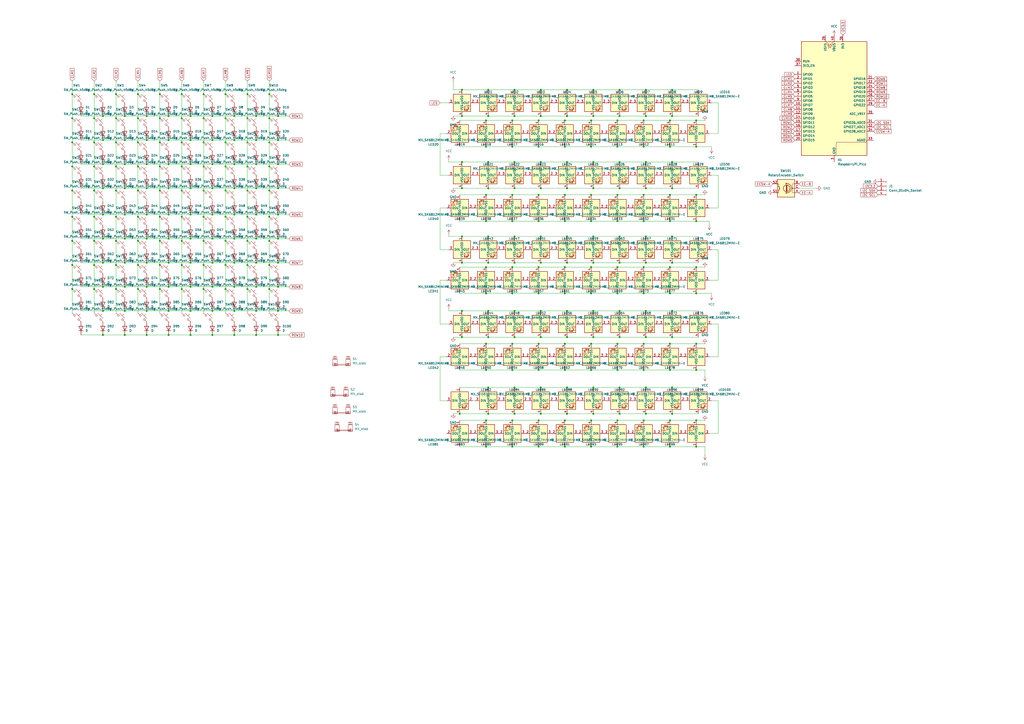
<source format=kicad_sch>
(kicad_sch (version 20250114) (generator "eeschema") (generator_version "9.0")
  (paper "A2")
  (lib_symbols
    (symbol "Connector:Conn_01x04_Socket" (pin_names (offset 1.016) (hide yes))
      (property "Reference" "J" (at 0 5.08 0))
      (property "Value" "Conn_01x04_Socket" (at 0 -7.62 0))
      (symbol "Conn_01x04_Socket_1_1"
        (pin passive line (at -5.08 2.54 0) (length 3.81) (name "Pin_1") (number "1"))
        (pin passive line (at -5.08 0 0) (length 3.81) (name "Pin_2") (number "2"))
        (pin passive line (at -5.08 -2.54 0) (length 3.81) (name "Pin_3") (number "3"))
        (pin passive line (at -5.08 -5.08 0) (length 3.81) (name "Pin_4") (number "4"))
      )
    )
    (symbol "Device:D" (pin_numbers (hide yes)) (pin_names (offset 1.016) (hide yes))
      (property "Reference" "D" (at 0 2.54 0))
      (property "Value" "D" (at 0 -2.54 0))
      (symbol "D_1_1"
        (pin passive line (at -3.81 0 0) (length 2.54) (name "K") (number "1"))
        (pin passive line (at 3.81 0 180) (length 2.54) (name "A") (number "2"))
      )
    )
    (symbol "Device:RotaryEncoder_Switch" (pin_names (offset 0.254) (hide yes))
      (property "Reference" "SW" (at 0 6.604 0))
      (property "Value" "RotaryEncoder_Switch" (at 0 -6.604 0))
      (symbol "RotaryEncoder_Switch_1_1"
        (pin passive line (at -7.62 2.54 0) (length 2.54) (name "A") (number "A"))
        (pin passive line (at -7.62 0 0) (length 2.54) (name "C") (number "C"))
        (pin passive line (at -7.62 -2.54 0) (length 2.54) (name "B") (number "B"))
        (pin passive line (at 7.62 2.54 180) (length 2.54) (name "S1") (number "S1"))
        (pin passive line (at 7.62 -2.54 180) (length 2.54) (name "S2") (number "S2"))
      )
    )
    (symbol "MCU_Module:RaspberryPi_Pico" (pin_names (offset 0.762))
      (property "Reference" "A" (at -19.05 35.56 0))
      (property "Value" "RaspberryPi_Pico" (at 7.62 35.56 0))
      (symbol "RaspberryPi_Pico_1_1"
        (pin passive line (at -22.86 22.86 0) (length 3.81) (name "RUN") (number "30"))
        (pin passive line (at -22.86 20.32 0) (length 3.81) (name "3V3_EN") (number "37"))
        (pin bidirectional line (at -22.86 15.24 0) (length 3.81) (name "GPIO0") (number "1"))
        (pin bidirectional line (at -22.86 12.7 0) (length 3.81) (name "GPIO1") (number "2"))
        (pin bidirectional line (at -22.86 10.16 0) (length 3.81) (name "GPIO2") (number "4"))
        (pin bidirectional line (at -22.86 7.62 0) (length 3.81) (name "GPIO3") (number "5"))
        (pin bidirectional line (at -22.86 5.08 0) (length 3.81) (name "GPIO4") (number "6"))
        (pin bidirectional line (at -22.86 2.54 0) (length 3.81) (name "GPIO5") (number "7"))
        (pin bidirectional line (at -22.86 0 0) (length 3.81) (name "GPIO6") (number "9"))
        (pin bidirectional line (at -22.86 -2.54 0) (length 3.81) (name "GPIO7") (number "10"))
        (pin bidirectional line (at -22.86 -5.08 0) (length 3.81) (name "GPIO8") (number "11"))
        (pin bidirectional line (at -22.86 -7.62 0) (length 3.81) (name "GPIO9") (number "12"))
        (pin bidirectional line (at -22.86 -10.16 0) (length 3.81) (name "GPIO10") (number "14"))
        (pin bidirectional line (at -22.86 -12.7 0) (length 3.81) (name "GPIO11") (number "15"))
        (pin bidirectional line (at -22.86 -15.24 0) (length 3.81) (name "GPIO12") (number "16"))
        (pin bidirectional line (at -22.86 -17.78 0) (length 3.81) (name "GPIO13") (number "17"))
        (pin bidirectional line (at -22.86 -20.32 0) (length 3.81) (name "GPIO14") (number "19"))
        (pin bidirectional line (at -22.86 -22.86 0) (length 3.81) (name "GPIO15") (number "20"))
        (pin power_in line (at -5.08 38.1 270) (length 3.81) (name "VSYS") (number "39"))
        (pin power_out line (at 0 38.1 270) (length 3.81) (name "VBUS") (number "40"))
        (pin passive line (at 0 -35.56 90) (length 3.81) (hide yes) (name "GND") (number "13"))
        (pin passive line (at 0 -35.56 90) (length 3.81) (hide yes) (name "GND") (number "18"))
        (pin passive line (at 0 -35.56 90) (length 3.81) (hide yes) (name "GND") (number "23"))
        (pin passive line (at 0 -35.56 90) (length 3.81) (hide yes) (name "GND") (number "28"))
        (pin power_out line (at 0 -35.56 90) (length 3.81) (name "GND") (number "3"))
        (pin passive line (at 0 -35.56 90) (length 3.81) (hide yes) (name "GND") (number "38"))
        (pin passive line (at 0 -35.56 90) (length 3.81) (hide yes) (name "GND") (number "8"))
        (pin power_out line (at 5.08 38.1 270) (length 3.81) (name "3V3") (number "36"))
        (pin bidirectional line (at 22.86 12.7 180) (length 3.81) (name "GPIO16") (number "21"))
        (pin bidirectional line (at 22.86 10.16 180) (length 3.81) (name "GPIO17") (number "22"))
        (pin bidirectional line (at 22.86 7.62 180) (length 3.81) (name "GPIO18") (number "24"))
        (pin bidirectional line (at 22.86 5.08 180) (length 3.81) (name "GPIO19") (number "25"))
        (pin bidirectional line (at 22.86 2.54 180) (length 3.81) (name "GPIO20") (number "26"))
        (pin bidirectional line (at 22.86 0 180) (length 3.81) (name "GPIO21") (number "27"))
        (pin bidirectional line (at 22.86 -2.54 180) (length 3.81) (name "GPIO22") (number "29"))
        (pin power_in line (at 22.86 -7.62 180) (length 3.81) (name "ADC_VREF") (number "35"))
        (pin bidirectional line (at 22.86 -12.7 180) (length 3.81) (name "GPIO26_ADC0") (number "31"))
        (pin bidirectional line (at 22.86 -15.24 180) (length 3.81) (name "GPIO27_ADC1") (number "32"))
        (pin bidirectional line (at 22.86 -17.78 180) (length 3.81) (name "GPIO28_ADC2") (number "34"))
        (pin power_out line (at 22.86 -22.86 180) (length 3.81) (name "AGND") (number "33"))
      )
    )
    (symbol "PCM_marbastlib-mx:MX_SK6812MINI-E"
      (property "Reference" "LED" (at 3.175 6.35 0))
      (property "Value" "MX_SK6812MINI-E" (at 10.16 -6.985 0))
      (symbol "MX_SK6812MINI-E_0_0"
        (text "RGB" (at 2.286 -4.191 0) (effects (font (size 0.762 0.762))))
      )
      (symbol "MX_SK6812MINI-E_1_1"
        (pin input line (at -7.62 0 0) (length 2.54) (name "DIN") (number "3"))
        (pin power_in line (at 0 7.62 270) (length 2.54) (name "VDD") (number "1"))
        (pin power_in line (at 0 -7.62 90) (length 2.54) (name "VSS") (number "4"))
        (pin output line (at 7.62 0 180) (length 2.54) (name "DOUT") (number "2"))
      )
    )
    (symbol "PCM_marbastlib-mx:MX_stab" (pin_names (offset 1.016))
      (property "Reference" "S" (at -5.08 6.35 0))
      (property "Value" "MX_stab" (at -5.08 3.81 0))
    )
    (symbol "Switch:SW_Push_45deg" (pin_numbers (hide yes)) (pin_names (offset 1.016) (hide yes))
      (property "Reference" "SW" (at 3.048 1.016 0))
      (property "Value" "SW_Push_45deg" (at 0 -3.81 0))
      (symbol "SW_Push_45deg_0_1"
        (pin passive line (at -2.54 2.54 0) (length 0) (name "1") (number "1"))
        (pin passive line (at 2.54 -2.54 180) (length 0) (name "2") (number "2"))
      )
    )
    (symbol "power:GND" (power) (pin_numbers (hide yes)) (pin_names (offset 0) (hide yes))
      (property "Value" "GND" (at 0 -3.81 0))
      (symbol "GND_1_1"
        (pin power_in line (at 0 0 270) (length 0) (name "~") (number "1"))
      )
    )
    (symbol "power:VCC" (power) (pin_numbers (hide yes)) (pin_names (offset 0) (hide yes))
      (property "Value" "VCC" (at 0 3.556 0))
      (symbol "VCC_1_1"
        (pin power_in line (at 0 0 90) (length 0) (name "~") (number "1"))
      )
    )
  )
  (junction (at 312.42 128.27))
  (junction (at 267.97 180.34))
  (junction (at 110.49 138.43))
  (junction (at 97.79 166.37))
  (junction (at 130.81 68.58))
  (junction (at 359.41 152.4))
  (junction (at 161.29 180.34))
  (junction (at 328.93 195.58))
  (junction (at 327.66 199.39))
  (junction (at 298.45 137.16))
  (junction (at 143.51 125.73))
  (junction (at 327.66 128.27))
  (junction (at 312.42 154.94))
  (junction (at 281.94 170.18))
  (junction (at 118.11 68.58))
  (junction (at 67.31 167.64))
  (junction (at 297.18 259.08))
  (junction (at 54.61 139.7))
  (junction (at 374.65 109.22))
  (junction (at 85.09 194.31))
  (junction (at 388.62 85.09))
  (junction (at 135.89 194.31))
  (junction (at 41.91 54.61))
  (junction (at 358.14 128.27))
  (junction (at 327.66 170.18))
  (junction (at 342.9 85.09))
  (junction (at 130.81 167.64))
  (junction (at 156.21 110.49))
  (junction (at 123.19 194.31))
  (junction (at 143.51 153.67))
  (junction (at 161.29 67.31))
  (junction (at 85.09 81.28))
  (junction (at 135.89 124.46))
  (junction (at 281.94 69.85))
  (junction (at 358.14 259.08))
  (junction (at 41.91 167.64))
  (junction (at 123.19 152.4))
  (junction (at 118.11 82.55))
  (junction (at 72.39 124.46))
  (junction (at 281.94 199.39))
  (junction (at 312.42 69.85))
  (junction (at 67.31 125.73))
  (junction (at 148.59 109.22))
  (junction (at 148.59 180.34))
  (junction (at 143.51 96.52))
  (junction (at 118.11 125.73))
  (junction (at 156.21 82.55))
  (junction (at 389.89 180.34))
  (junction (at 105.41 68.58))
  (junction (at 328.93 224.79))
  (junction (at 161.29 138.43))
  (junction (at 130.81 139.7))
  (junction (at 313.69 52.07))
  (junction (at 110.49 95.25))
  (junction (at 135.89 152.4))
  (junction (at 97.79 180.34))
  (junction (at 344.17 137.16))
  (junction (at 105.41 54.61))
  (junction (at 403.86 128.27))
  (junction (at 67.31 54.61))
  (junction (at 298.45 240.03))
  (junction (at 281.94 259.08))
  (junction (at 298.45 93.98))
  (junction (at 298.45 109.22))
  (junction (at 148.59 95.25))
  (junction (at 80.01 82.55))
  (junction (at 118.11 54.61))
  (junction (at 313.69 137.16))
  (junction (at 41.91 139.7))
  (junction (at 148.59 194.31))
  (junction (at 54.61 54.61))
  (junction (at 359.41 224.79))
  (junction (at 359.41 93.98))
  (junction (at 344.17 109.22))
  (junction (at 358.14 85.09))
  (junction (at 80.01 139.7))
  (junction (at 80.01 110.49))
  (junction (at 373.38 113.03))
  (junction (at 135.89 67.31))
  (junction (at 67.31 110.49))
  (junction (at 389.89 152.4))
  (junction (at 97.79 95.25))
  (junction (at 344.17 93.98))
  (junction (at 135.89 166.37))
  (junction (at 54.61 68.58))
  (junction (at 72.39 138.43))
  (junction (at 41.91 96.52))
  (junction (at 313.69 195.58))
  (junction (at 41.91 125.73))
  (junction (at 388.62 128.27))
  (junction (at 342.9 170.18))
  (junction (at 283.21 224.79))
  (junction (at 161.29 81.28))
  (junction (at 283.21 240.03))
  (junction (at 143.51 110.49))
  (junction (at 388.62 154.94))
  (junction (at 148.59 152.4))
  (junction (at 298.45 224.79))
  (junction (at 80.01 153.67))
  (junction (at 328.93 137.16))
  (junction (at 373.38 170.18))
  (junction (at 156.21 68.58))
  (junction (at 105.41 153.67))
  (junction (at 267.97 152.4))
  (junction (at 92.71 110.49))
  (junction (at 344.17 52.07))
  (junction (at 135.89 95.25))
  (junction (at 161.29 124.46))
  (junction (at 130.81 96.52))
  (junction (at 59.69 166.37))
  (junction (at 92.71 153.67))
  (junction (at 359.41 137.16))
  (junction (at 143.51 54.61))
  (junction (at 312.42 170.18))
  (junction (at 374.65 224.79))
  (junction (at 41.91 68.58))
  (junction (at 105.41 110.49))
  (junction (at 283.21 152.4))
  (junction (at 283.21 109.22))
  (junction (at 41.91 153.67))
  (junction (at 358.14 214.63))
  (junction (at 281.94 154.94))
  (junction (at 313.69 152.4))
  (junction (at 161.29 166.37))
  (junction (at 344.17 240.03))
  (junction (at 130.81 110.49))
  (junction (at 342.9 243.84))
  (junction (at 54.61 96.52))
  (junction (at 97.79 81.28))
  (junction (at 389.89 240.03))
  (junction (at 67.31 153.67))
  (junction (at 327.66 243.84))
  (junction (at 105.41 82.55))
  (junction (at 373.38 199.39))
  (junction (at 59.69 109.22))
  (junction (at 59.69 194.31))
  (junction (at 97.79 138.43))
  (junction (at 123.19 67.31))
  (junction (at 374.65 180.34))
  (junction (at 123.19 180.34))
  (junction (at 283.21 67.31))
  (junction (at 344.17 195.58))
  (junction (at 403.86 170.18))
  (junction (at 298.45 67.31))
  (junction (at 85.09 124.46))
  (junction (at 59.69 152.4))
  (junction (at 373.38 243.84))
  (junction (at 328.93 93.98))
  (junction (at 267.97 137.16))
  (junction (at 97.79 124.46))
  (junction (at 41.91 110.49))
  (junction (at 342.9 128.27))
  (junction (at 388.62 243.84))
  (junction (at 388.62 214.63))
  (junction (at 374.65 52.07))
  (junction (at 161.29 95.25))
  (junction (at 359.41 195.58))
  (junction (at 358.14 199.39))
  (junction (at 344.17 180.34))
  (junction (at 328.93 240.03))
  (junction (at 298.45 152.4))
  (junction (at 118.11 153.67))
  (junction (at 123.19 124.46))
  (junction (at 72.39 67.31))
  (junction (at 266.7 240.03))
  (junction (at 283.21 137.16))
  (junction (at 67.31 82.55))
  (junction (at 403.86 214.63))
  (junction (at 110.49 81.28))
  (junction (at 123.19 138.43))
  (junction (at 297.18 128.27))
  (junction (at 403.86 199.39))
  (junction (at 267.97 195.58))
  (junction (at 59.69 67.31))
  (junction (at 72.39 95.25))
  (junction (at 92.71 167.64))
  (junction (at 313.69 93.98))
  (junction (at 148.59 67.31))
  (junction (at 298.45 52.07))
  (junction (at 281.94 243.84))
  (junction (at 388.62 259.08))
  (junction (at 327.66 259.08))
  (junction (at 130.81 54.61))
  (junction (at 358.14 154.94))
  (junction (at 67.31 68.58))
  (junction (at 297.18 154.94))
  (junction (at 118.11 110.49))
  (junction (at 110.49 109.22))
  (junction (at 374.65 67.31))
  (junction (at 161.29 109.22))
  (junction (at 359.41 67.31))
  (junction (at 327.66 85.09))
  (junction (at 54.61 125.73))
  (junction (at 148.59 81.28))
  (junction (at 313.69 224.79))
  (junction (at 389.89 109.22))
  (junction (at 72.39 152.4))
  (junction (at 374.65 152.4))
  (junction (at 359.41 240.03))
  (junction (at 403.86 154.94))
  (junction (at 358.14 69.85))
  (junction (at 374.65 195.58))
  (junction (at 156.21 96.52))
  (junction (at 80.01 68.58))
  (junction (at 328.93 67.31))
  (junction (at 105.41 167.64))
  (junction (at 54.61 153.67))
  (junction (at 161.29 194.31))
  (junction (at 92.71 54.61))
  (junction (at 373.38 128.27))
  (junction (at 85.09 138.43))
  (junction (at 80.01 167.64))
  (junction (at 97.79 152.4))
  (junction (at 143.51 68.58))
  (junction (at 130.81 125.73))
  (junction (at 85.09 152.4))
  (junction (at 118.11 96.52))
  (junction (at 143.51 167.64))
  (junction (at 54.61 82.55))
  (junction (at 67.31 139.7))
  (junction (at 72.39 180.34))
  (junction (at 283.21 195.58))
  (junction (at 59.69 124.46))
  (junction (at 267.97 67.31))
  (junction (at 85.09 67.31))
  (junction (at 281.94 85.09))
  (junction (at 389.89 93.98))
  (junction (at 342.9 154.94))
  (junction (at 80.01 54.61))
  (junction (at 359.41 52.07))
  (junction (at 342.9 214.63))
  (junction (at 92.71 68.58))
  (junction (at 118.11 167.64))
  (junction (at 328.93 109.22))
  (junction (at 59.69 138.43))
  (junction (at 327.66 154.94))
  (junction (at 312.42 214.63))
  (junction (at 148.59 138.43))
  (junction (at 312.42 85.09))
  (junction (at 156.21 153.67))
  (junction (at 358.14 113.03))
  (junction (at 283.21 52.07))
  (junction (at 312.42 243.84))
  (junction (at 105.41 125.73))
  (junction (at 80.01 96.52))
  (junction (at 59.69 81.28))
  (junction (at 110.49 166.37))
  (junction (at 97.79 109.22))
  (junction (at 54.61 167.64))
  (junction (at 110.49 152.4))
  (junction (at 110.49 194.31))
  (junction (at 374.65 137.16))
  (junction (at 344.17 67.31))
  (junction (at 54.61 110.49))
  (junction (at 389.89 67.31))
  (junction (at 281.94 214.63))
  (junction (at 80.01 125.73))
  (junction (at 313.69 109.22))
  (junction (at 92.71 96.52))
  (junction (at 312.42 113.03))
  (junction (at 110.49 67.31))
  (junction (at 374.65 93.98))
  (junction (at 135.89 138.43))
  (junction (at 297.18 85.09))
  (junction (at 72.39 194.31))
  (junction (at 297.18 214.63))
  (junction (at 327.66 214.63))
  (junction (at 156.21 54.61))
  (junction (at 135.89 109.22))
  (junction (at 342.9 199.39))
  (junction (at 313.69 240.03))
  (junction (at 105.41 96.52))
  (junction (at 41.91 82.55))
  (junction (at 312.42 199.39))
  (junction (at 85.09 109.22))
  (junction (at 388.62 113.03))
  (junction (at 403.86 69.85))
  (junction (at 373.38 214.63))
  (junction (at 328.93 152.4))
  (junction (at 297.18 199.39))
  (junction (at 85.09 166.37))
  (junction (at 373.38 259.08))
  (junction (at 297.18 170.18))
  (junction (at 373.38 154.94))
  (junction (at 358.14 243.84))
  (junction (at 123.19 166.37))
  (junction (at 283.21 180.34))
  (junction (at 161.29 152.4))
  (junction (at 403.86 113.03))
  (junction (at 328.93 52.07))
  (junction (at 327.66 69.85))
  (junction (at 97.79 194.31))
  (junction (at 298.45 180.34))
  (junction (at 374.65 240.03))
  (junction (at 92.71 139.7))
  (junction (at 344.17 224.79))
  (junction (at 313.69 67.31))
  (junction (at 105.41 139.7))
  (junction (at 135.89 81.28))
  (junction (at 298.45 195.58))
  (junction (at 267.97 109.22))
  (junction (at 123.19 109.22))
  (junction (at 389.89 224.79))
  (junction (at 388.62 199.39))
  (junction (at 92.71 82.55))
  (junction (at 97.79 67.31))
  (junction (at 67.31 96.52))
  (junction (at 156.21 167.64))
  (junction (at 358.14 170.18))
  (junction (at 143.51 82.55))
  (junction (at 342.9 113.03))
  (junction (at 297.18 113.03))
  (junction (at 297.18 243.84))
  (junction (at 403.86 259.08))
  (junction (at 267.97 52.07))
  (junction (at 123.19 81.28))
  (junction (at 344.17 152.4))
  (junction (at 389.89 137.16))
  (junction (at 297.18 69.85))
  (junction (at 59.69 180.34))
  (junction (at 403.86 85.09))
  (junction (at 342.9 259.08))
  (junction (at 110.49 124.46))
  (junction (at 148.59 124.46))
  (junction (at 130.81 153.67))
  (junction (at 85.09 95.25))
  (junction (at 342.9 69.85))
  (junction (at 313.69 180.34))
  (junction (at 85.09 180.34))
  (junction (at 267.97 93.98))
  (junction (at 118.11 139.7))
  (junction (at 312.42 259.08))
  (junction (at 135.89 180.34))
  (junction (at 72.39 166.37))
  (junction (at 388.62 170.18))
  (junction (at 156.21 139.7))
  (junction (at 388.62 69.85))
  (junction (at 389.89 195.58))
  (junction (at 283.21 93.98))
  (junction (at 373.38 69.85))
  (junction (at 156.21 125.73))
  (junction (at 72.39 81.28))
  (junction (at 359.41 180.34))
  (junction (at 148.59 166.37))
  (junction (at 328.93 180.34))
  (junction (at 59.69 95.25))
  (junction (at 110.49 180.34))
  (junction (at 281.94 128.27))
  (junction (at 403.86 243.84))
  (junction (at 373.38 85.09))
  (junction (at 72.39 109.22))
  (junction (at 389.89 52.07))
  (junction (at 92.71 125.73))
  (junction (at 143.51 139.7))
  (junction (at 281.94 113.03))
  (junction (at 359.41 109.22))
  (junction (at 123.19 95.25))
  (junction (at 130.81 82.55))
  (junction (at 327.66 113.03))
  (wire (pts (xy 266.7 240.03) (xy 283.21 240.03)))
  (wire (pts (xy 105.41 110.49) (xy 105.41 125.73)))
  (wire (pts (xy 143.51 68.58) (xy 143.51 82.55)))
  (wire (pts (xy 118.11 46.99) (xy 118.11 54.61)))
  (wire (pts (xy 344.17 224.79) (xy 359.41 224.79)))
  (wire (pts (xy 161.29 194.31) (xy 167.64 194.31)))
  (wire (pts (xy 143.51 139.7) (xy 143.51 153.67)))
  (wire (pts (xy 156.21 125.73) (xy 156.21 139.7)))
  (wire (pts (xy 92.71 153.67) (xy 92.71 167.64)))
  (wire (pts (xy 344.17 93.98) (xy 359.41 93.98)))
  (wire (pts (xy 297.18 69.85) (xy 281.94 69.85)))
  (wire (pts (xy 118.11 139.7) (xy 118.11 153.67)))
  (wire (pts (xy 266.7 224.79) (xy 283.21 224.79)))
  (wire (pts (xy 92.71 139.7) (xy 92.71 153.67)))
  (wire (pts (xy 105.41 54.61) (xy 105.41 68.58)))
  (wire (pts (xy 41.91 139.7) (xy 41.91 153.67)))
  (wire (pts (xy 80.01 110.49) (xy 80.01 125.73)))
  (wire (pts (xy 156.21 167.64) (xy 156.21 181.61)))
  (wire (pts (xy 298.45 137.16) (xy 313.69 137.16)))
  (wire (pts (xy 416.56 162.56) (xy 416.56 144.78)))
  (wire (pts (xy 260.35 180.34) (xy 267.97 180.34)))
  (wire (pts (xy 105.41 167.64) (xy 105.41 181.61)))
  (wire (pts (xy 156.21 54.61) (xy 156.21 68.58)))
  (wire (pts (xy 105.41 82.55) (xy 105.41 96.52)))
  (wire (pts (xy 85.09 152.4) (xy 97.79 152.4)))
  (wire (pts (xy 416.56 207.01) (xy 416.56 187.96)))
  (wire (pts (xy 110.49 166.37) (xy 123.19 166.37)))
  (wire (pts (xy 358.14 69.85) (xy 342.9 69.85)))
  (wire (pts (xy 135.89 166.37) (xy 148.59 166.37)))
  (wire (pts (xy 130.81 167.64) (xy 130.81 181.61)))
  (wire (pts (xy 54.61 46.99) (xy 54.61 54.61)))
  (wire (pts (xy 161.29 124.46) (xy 167.64 124.46)))
  (wire (pts (xy 373.38 85.09) (xy 358.14 85.09)))
  (wire (pts (xy 41.91 54.61) (xy 41.91 68.58)))
  (wire (pts (xy 281.94 170.18) (xy 266.7 170.18)))
  (wire (pts (xy 313.69 240.03) (xy 328.93 240.03)))
  (wire (pts (xy 123.19 180.34) (xy 135.89 180.34)))
  (wire (pts (xy 143.51 82.55) (xy 143.51 96.52)))
  (wire (pts (xy 283.21 195.58) (xy 298.45 195.58)))
  (wire (pts (xy 374.65 152.4) (xy 389.89 152.4)))
  (wire (pts (xy 298.45 240.03) (xy 313.69 240.03)))
  (wire (pts (xy 148.59 194.31) (xy 161.29 194.31)))
  (wire (pts (xy 54.61 54.61) (xy 54.61 68.58)))
  (wire (pts (xy 374.65 180.34) (xy 389.89 180.34)))
  (wire (pts (xy 255.27 232.41) (xy 259.08 232.41)))
  (wire (pts (xy 260.35 93.98) (xy 267.97 93.98)))
  (wire (pts (xy 327.66 170.18) (xy 312.42 170.18)))
  (wire (pts (xy 130.81 54.61) (xy 130.81 68.58)))
  (wire (pts (xy 281.94 214.63) (xy 266.7 214.63)))
  (wire (pts (xy 161.29 180.34) (xy 167.64 180.34)))
  (wire (pts (xy 281.94 113.03) (xy 266.7 113.03)))
  (wire (pts (xy 85.09 116.84) (xy 85.09 115.57)))
  (wire (pts (xy 72.39 180.34) (xy 85.09 180.34)))
  (wire (pts (xy 416.56 251.46) (xy 411.48 251.46)))
  (wire (pts (xy 412.75 171.45) (xy 412.75 170.18)))
  (wire (pts (xy 123.19 194.31) (xy 135.89 194.31)))
  (wire (pts (xy 327.66 113.03) (xy 312.42 113.03)))
  (wire (pts (xy 135.89 194.31) (xy 148.59 194.31)))
  (wire (pts (xy 118.11 68.58) (xy 118.11 82.55)))
  (wire (pts (xy 67.31 153.67) (xy 67.31 167.64)))
  (wire (pts (xy 46.99 180.34) (xy 59.69 180.34)))
  (wire (pts (xy 344.17 152.4) (xy 359.41 152.4)))
  (wire (pts (xy 161.29 81.28) (xy 167.64 81.28)))
  (wire (pts (xy 105.41 96.52) (xy 105.41 110.49)))
  (wire (pts (xy 312.42 243.84) (xy 297.18 243.84)))
  (wire (pts (xy 118.11 153.67) (xy 118.11 167.64)))
  (wire (pts (xy 262.89 240.03) (xy 266.7 240.03)))
  (wire (pts (xy 313.69 152.4) (xy 328.93 152.4)))
  (wire (pts (xy 67.31 46.99) (xy 67.31 54.61)))
  (wire (pts (xy 328.93 52.07) (xy 344.17 52.07)))
  (wire (pts (xy 130.81 68.58) (xy 130.81 82.55)))
  (wire (pts (xy 110.49 116.84) (xy 110.49 115.57)))
  (wire (pts (xy 389.89 67.31) (xy 405.13 67.31)))
  (wire (pts (xy 260.35 179.07) (xy 260.35 180.34)))
  (wire (pts (xy 255.27 120.65) (xy 259.08 120.65)))
  (wire (pts (xy 255.27 77.47) (xy 259.08 77.47)))
  (wire (pts (xy 123.19 67.31) (xy 135.89 67.31)))
  (wire (pts (xy 118.11 54.61) (xy 118.11 68.58)))
  (wire (pts (xy 67.31 96.52) (xy 67.31 110.49)))
  (wire (pts (xy 283.21 152.4) (xy 298.45 152.4)))
  (wire (pts (xy 416.56 120.65) (xy 411.48 120.65)))
  (wire (pts (xy 373.38 69.85) (xy 358.14 69.85)))
  (wire (pts (xy 408.94 69.85) (xy 403.86 69.85)))
  (wire (pts (xy 388.62 113.03) (xy 373.38 113.03)))
  (wire (pts (xy 408.94 214.63) (xy 403.86 214.63)))
  (wire (pts (xy 358.14 170.18) (xy 342.9 170.18)))
  (wire (pts (xy 59.69 194.31) (xy 72.39 194.31)))
  (wire (pts (xy 403.86 69.85) (xy 388.62 69.85)))
  (wire (pts (xy 283.21 52.07) (xy 298.45 52.07)))
  (wire (pts (xy 123.19 124.46) (xy 135.89 124.46)))
  (wire (pts (xy 403.86 128.27) (xy 388.62 128.27)))
  (wire (pts (xy 388.62 170.18) (xy 373.38 170.18)))
  (wire (pts (xy 359.41 52.07) (xy 374.65 52.07)))
  (wire (pts (xy 255.27 144.78) (xy 260.35 144.78)))
  (wire (pts (xy 313.69 52.07) (xy 328.93 52.07)))
  (wire (pts (xy 54.61 139.7) (xy 54.61 153.67)))
  (wire (pts (xy 72.39 152.4) (xy 85.09 152.4)))
  (wire (pts (xy 255.27 187.96) (xy 260.35 187.96)))
  (wire (pts (xy 92.71 125.73) (xy 92.71 139.7)))
  (wire (pts (xy 374.65 109.22) (xy 389.89 109.22)))
  (wire (pts (xy 416.56 120.65) (xy 416.56 101.6)))
  (wire (pts (xy 416.56 101.6) (xy 412.75 101.6)))
  (wire (pts (xy 281.94 154.94) (xy 266.7 154.94)))
  (wire (pts (xy 143.51 46.99) (xy 143.51 54.61)))
  (wire (pts (xy 283.21 67.31) (xy 298.45 67.31)))
  (wire (pts (xy 359.41 137.16) (xy 374.65 137.16)))
  (wire (pts (xy 359.41 224.79) (xy 374.65 224.79)))
  (wire (pts (xy 389.89 109.22) (xy 405.13 109.22)))
  (wire (pts (xy 267.97 152.4) (xy 283.21 152.4)))
  (wire (pts (xy 403.86 113.03) (xy 388.62 113.03)))
  (wire (pts (xy 274.32 232.41) (xy 275.59 232.41)))
  (wire (pts (xy 85.09 124.46) (xy 97.79 124.46)))
  (wire (pts (xy 358.14 259.08) (xy 342.9 259.08)))
  (wire (pts (xy 389.89 152.4) (xy 405.13 152.4)))
  (wire (pts (xy 135.89 95.25) (xy 148.59 95.25)))
  (wire (pts (xy 67.31 110.49) (xy 67.31 125.73)))
  (wire (pts (xy 46.99 194.31) (xy 59.69 194.31)))
  (wire (pts (xy 358.14 199.39) (xy 342.9 199.39)))
  (wire (pts (xy 97.79 124.46) (xy 110.49 124.46)))
  (wire (pts (xy 123.19 166.37) (xy 135.89 166.37)))
  (wire (pts (xy 143.51 167.64) (xy 143.51 181.61)))
  (wire (pts (xy 373.38 113.03) (xy 358.14 113.03)))
  (wire (pts (xy 41.91 167.64) (xy 41.91 181.61)))
  (wire (pts (xy 123.19 152.4) (xy 135.89 152.4)))
  (wire (pts (xy 59.69 95.25) (xy 72.39 95.25)))
  (wire (pts (xy 135.89 180.34) (xy 148.59 180.34)))
  (wire (pts (xy 80.01 139.7) (xy 80.01 153.67)))
  (wire (pts (xy 312.42 259.08) (xy 297.18 259.08)))
  (wire (pts (xy 97.79 194.31) (xy 110.49 194.31)))
  (wire (pts (xy 59.69 67.31) (xy 72.39 67.31)))
  (wire (pts (xy 148.59 109.22) (xy 161.29 109.22)))
  (wire (pts (xy 313.69 224.79) (xy 328.93 224.79)))
  (wire (pts (xy 373.38 199.39) (xy 358.14 199.39)))
  (wire (pts (xy 59.69 116.84) (xy 59.69 115.57)))
  (wire (pts (xy 267.97 195.58) (xy 283.21 195.58)))
  (wire (pts (xy 148.59 95.25) (xy 161.29 95.25)))
  (wire (pts (xy 72.39 124.46) (xy 85.09 124.46)))
  (wire (pts (xy 255.27 207.01) (xy 259.08 207.01)))
  (wire (pts (xy 344.17 195.58) (xy 359.41 195.58)))
  (wire (pts (xy 54.61 125.73) (xy 54.61 139.7)))
  (wire (pts (xy 389.89 52.07) (xy 405.13 52.07)))
  (wire (pts (xy 130.81 153.67) (xy 130.81 167.64)))
  (wire (pts (xy 67.31 167.64) (xy 67.31 181.61)))
  (wire (pts (xy 46.99 124.46) (xy 59.69 124.46)))
  (wire (pts (xy 110.49 180.34) (xy 123.19 180.34)))
  (wire (pts (xy 143.51 125.73) (xy 143.51 139.7)))
  (wire (pts (xy 80.01 54.61) (xy 80.01 68.58)))
  (wire (pts (xy 72.39 109.22) (xy 85.09 109.22)))
  (wire (pts (xy 297.18 113.03) (xy 281.94 113.03)))
  (wire (pts (xy 388.62 128.27) (xy 373.38 128.27)))
  (wire (pts (xy 54.61 82.55) (xy 54.61 96.52)))
  (wire (pts (xy 411.48 130.81) (xy 411.48 128.27)))
  (wire (pts (xy 54.61 167.64) (xy 54.61 181.61)))
  (wire (pts (xy 59.69 138.43) (xy 72.39 138.43)))
  (wire (pts (xy 312.42 85.09) (xy 297.18 85.09)))
  (wire (pts (xy 118.11 125.73) (xy 118.11 139.7)))
  (wire (pts (xy 327.66 85.09) (xy 312.42 85.09)))
  (wire (pts (xy 328.93 67.31) (xy 344.17 67.31)))
  (wire (pts (xy 67.31 82.55) (xy 67.31 96.52)))
  (wire (pts (xy 148.59 180.34) (xy 161.29 180.34)))
  (wire (pts (xy 80.01 68.58) (xy 80.01 82.55)))
  (wire (pts (xy 412.75 85.09) (xy 403.86 85.09)))
  (wire (pts (xy 148.59 81.28) (xy 161.29 81.28)))
  (wire (pts (xy 110.49 95.25) (xy 123.19 95.25)))
  (wire (pts (xy 92.71 167.64) (xy 92.71 181.61)))
  (wire (pts (xy 388.62 85.09) (xy 373.38 85.09)))
  (wire (pts (xy 262.89 67.31) (xy 267.97 67.31)))
  (wire (pts (xy 416.56 144.78) (xy 412.75 144.78)))
  (wire (pts (xy 161.29 67.31) (xy 167.64 67.31)))
  (wire (pts (xy 110.49 109.22) (xy 123.19 109.22)))
  (wire (pts (xy 408.94 218.44) (xy 408.94 214.63)))
  (wire (pts (xy 327.66 69.85) (xy 312.42 69.85)))
  (wire (pts (xy 358.14 214.63) (xy 342.9 214.63)))
  (wire (pts (xy 342.9 69.85) (xy 327.66 69.85)))
  (wire (pts (xy 403.86 154.94) (xy 388.62 154.94)))
  (wire (pts (xy 403.86 214.63) (xy 388.62 214.63)))
  (wire (pts (xy 46.99 116.84) (xy 46.99 115.57)))
  (wire (pts (xy 267.97 93.98) (xy 283.21 93.98)))
  (wire (pts (xy 416.56 59.69) (xy 412.75 59.69)))
  (wire (pts (xy 416.56 187.96) (xy 412.75 187.96)))
  (wire (pts (xy 80.01 167.64) (xy 80.01 181.61)))
  (wire (pts (xy 54.61 96.52) (xy 54.61 110.49)))
  (wire (pts (xy 359.41 195.58) (xy 374.65 195.58)))
  (wire (pts (xy 85.09 67.31) (xy 97.79 67.31)))
  (wire (pts (xy 313.69 93.98) (xy 328.93 93.98)))
  (wire (pts (xy 388.62 243.84) (xy 373.38 243.84)))
  (wire (pts (xy 80.01 153.67) (xy 80.01 167.64)))
  (wire (pts (xy 118.11 167.64) (xy 118.11 181.61)))
  (wire (pts (xy 161.29 95.25) (xy 167.64 95.25)))
  (wire (pts (xy 161.29 116.84) (xy 161.29 115.57)))
  (wire (pts (xy 328.93 240.03) (xy 344.17 240.03)))
  (wire (pts (xy 105.41 153.67) (xy 105.41 167.64)))
  (wire (pts (xy 374.65 137.16) (xy 389.89 137.16)))
  (wire (pts (xy 403.86 243.84) (xy 388.62 243.84)))
  (wire (pts (xy 67.31 54.61) (xy 67.31 68.58)))
  (wire (pts (xy 85.09 180.34) (xy 97.79 180.34)))
  (wire (pts (xy 328.93 180.34) (xy 344.17 180.34)))
  (wire (pts (xy 281.94 85.09) (xy 266.7 85.09)))
  (wire (pts (xy 373.38 128.27) (xy 358.14 128.27)))
  (wire (pts (xy 389.89 93.98) (xy 405.13 93.98)))
  (wire (pts (xy 388.62 214.63) (xy 373.38 214.63)))
  (wire (pts (xy 148.59 124.46) (xy 161.29 124.46)))
  (wire (pts (xy 59.69 152.4) (xy 72.39 152.4)))
  (wire (pts (xy 358.14 154.94) (xy 342.9 154.94)))
  (wire (pts (xy 255.27 101.6) (xy 255.27 77.47)))
  (wire (pts (xy 327.66 243.84) (xy 312.42 243.84)))
  (wire (pts (xy 135.89 152.4) (xy 148.59 152.4)))
  (wire (pts (xy 411.48 128.27) (xy 403.86 128.27)))
  (wire (pts (xy 267.97 52.07) (xy 283.21 52.07)))
  (wire (pts (xy 135.89 67.31) (xy 148.59 67.31)))
  (wire (pts (xy 72.39 166.37) (xy 85.09 166.37)))
  (wire (pts (xy 156.21 68.58) (xy 156.21 82.55)))
  (wire (pts (xy 342.9 113.03) (xy 327.66 113.03)))
  (wire (pts (xy 388.62 199.39) (xy 373.38 199.39)))
  (wire (pts (xy 312.42 170.18) (xy 297.18 170.18)))
  (wire (pts (xy 72.39 67.31) (xy 85.09 67.31)))
  (wire (pts (xy 156.21 46.99) (xy 156.21 54.61)))
  (wire (pts (xy 130.81 139.7) (xy 130.81 153.67)))
  (wire (pts (xy 262.89 195.58) (xy 267.97 195.58)))
  (wire (pts (xy 118.11 96.52) (xy 118.11 110.49)))
  (wire (pts (xy 312.42 128.27) (xy 297.18 128.27)))
  (wire (pts (xy 328.93 137.16) (xy 344.17 137.16)))
  (wire (pts (xy 92.71 68.58) (xy 92.71 82.55)))
  (wire (pts (xy 297.18 128.27) (xy 281.94 128.27)))
  (wire (pts (xy 297.18 259.08) (xy 281.94 259.08)))
  (wire (pts (xy 358.14 128.27) (xy 342.9 128.27)))
  (wire (pts (xy 328.93 152.4) (xy 344.17 152.4)))
  (wire (pts (xy 328.93 93.98) (xy 344.17 93.98)))
  (wire (pts (xy 312.42 154.94) (xy 297.18 154.94)))
  (wire (pts (xy 260.35 92.71) (xy 260.35 93.98)))
  (wire (pts (xy 408.94 243.84) (xy 403.86 243.84)))
  (wire (pts (xy 156.21 96.52) (xy 156.21 110.49)))
  (wire (pts (xy 97.79 138.43) (xy 110.49 138.43)))
  (wire (pts (xy 80.01 125.73) (xy 80.01 139.7)))
  (wire (pts (xy 156.21 139.7) (xy 156.21 153.67)))
  (wire (pts (xy 85.09 95.25) (xy 97.79 95.25)))
  (wire (pts (xy 161.29 166.37) (xy 167.64 166.37)))
  (wire (pts (xy 105.41 68.58) (xy 105.41 82.55)))
  (wire (pts (xy 123.19 116.84) (xy 123.19 115.57)))
  (wire (pts (xy 46.99 109.22) (xy 59.69 109.22)))
  (wire (pts (xy 281.94 69.85) (xy 266.7 69.85)))
  (wire (pts (xy 135.89 138.43) (xy 148.59 138.43)))
  (wire (pts (xy 46.99 152.4) (xy 59.69 152.4)))
  (wire (pts (xy 416.56 162.56) (xy 411.48 162.56)))
  (wire (pts (xy 416.56 77.47) (xy 411.48 77.47)))
  (wire (pts (xy 97.79 67.31) (xy 110.49 67.31)))
  (wire (pts (xy 148.59 67.31) (xy 161.29 67.31)))
  (wire (pts (xy 359.41 109.22) (xy 374.65 109.22)))
  (wire (pts (xy 255.27 232.41) (xy 255.27 207.01)))
  (wire (pts (xy 130.81 125.73) (xy 130.81 139.7)))
  (wire (pts (xy 148.59 138.43) (xy 161.29 138.43)))
  (wire (pts (xy 297.18 154.94) (xy 281.94 154.94)))
  (wire (pts (xy 388.62 154.94) (xy 373.38 154.94)))
  (wire (pts (xy 143.51 153.67) (xy 143.51 167.64)))
  (wire (pts (xy 312.42 113.03) (xy 297.18 113.03)))
  (wire (pts (xy 255.27 162.56) (xy 259.08 162.56)))
  (wire (pts (xy 148.59 116.84) (xy 148.59 115.57)))
  (wire (pts (xy 135.89 81.28) (xy 148.59 81.28)))
  (wire (pts (xy 97.79 166.37) (xy 110.49 166.37)))
  (wire (pts (xy 156.21 153.67) (xy 156.21 167.64)))
  (wire (pts (xy 359.41 240.03) (xy 374.65 240.03)))
  (wire (pts (xy 130.81 82.55) (xy 130.81 96.52)))
  (wire (pts (xy 283.21 180.34) (xy 298.45 180.34)))
  (wire (pts (xy 262.89 52.07) (xy 267.97 52.07)))
  (wire (pts (xy 408.94 259.08) (xy 403.86 259.08)))
  (wire (pts (xy 161.29 138.43) (xy 167.64 138.43)))
  (wire (pts (xy 148.59 152.4) (xy 161.29 152.4)))
  (wire (pts (xy 110.49 67.31) (xy 123.19 67.31)))
  (wire (pts (xy 344.17 180.34) (xy 359.41 180.34)))
  (wire (pts (xy 67.31 68.58) (xy 67.31 82.55)))
  (wire (pts (xy 327.66 199.39) (xy 312.42 199.39)))
  (wire (pts (xy 298.45 152.4) (xy 313.69 152.4)))
  (wire (pts (xy 374.65 93.98) (xy 389.89 93.98)))
  (wire (pts (xy 85.09 138.43) (xy 97.79 138.43)))
  (wire (pts (xy 313.69 195.58) (xy 328.93 195.58)))
  (wire (pts (xy 373.38 259.08) (xy 358.14 259.08)))
  (wire (pts (xy 59.69 81.28) (xy 72.39 81.28)))
  (wire (pts (xy 389.89 224.79) (xy 405.13 224.79)))
  (wire (pts (xy 342.9 199.39) (xy 327.66 199.39)))
  (wire (pts (xy 344.17 240.03) (xy 359.41 240.03)))
  (wire (pts (xy 298.45 93.98) (xy 313.69 93.98)))
  (wire (pts (xy 298.45 224.79) (xy 313.69 224.79)))
  (wire (pts (xy 72.39 138.43) (xy 85.09 138.43)))
  (wire (pts (xy 403.86 85.09) (xy 388.62 85.09)))
  (wire (pts (xy 374.65 52.07) (xy 389.89 52.07)))
  (wire (pts (xy 342.9 128.27) (xy 327.66 128.27)))
  (wire (pts (xy 267.97 180.34) (xy 283.21 180.34)))
  (wire (pts (xy 110.49 81.28) (xy 123.19 81.28)))
  (wire (pts (xy 41.91 46.99) (xy 41.91 54.61)))
  (wire (pts (xy 59.69 124.46) (xy 72.39 124.46)))
  (wire (pts (xy 298.45 195.58) (xy 313.69 195.58)))
  (wire (pts (xy 262.89 152.4) (xy 267.97 152.4)))
  (wire (pts (xy 46.99 67.31) (xy 59.69 67.31)))
  (wire (pts (xy 255.27 187.96) (xy 255.27 162.56)))
  (wire (pts (xy 359.41 67.31) (xy 374.65 67.31)))
  (wire (pts (xy 327.66 154.94) (xy 312.42 154.94)))
  (wire (pts (xy 298.45 109.22) (xy 313.69 109.22)))
  (wire (pts (xy 92.71 54.61) (xy 92.71 68.58)))
  (wire (pts (xy 41.91 153.67) (xy 41.91 167.64)))
  (wire (pts (xy 130.81 46.99) (xy 130.81 54.61)))
  (wire (pts (xy 105.41 46.99) (xy 105.41 54.61)))
  (wire (pts (xy 408.94 199.39) (xy 403.86 199.39)))
  (wire (pts (xy 80.01 46.99) (xy 80.01 54.61)))
  (wire (pts (xy 267.97 137.16) (xy 283.21 137.16)))
  (wire (pts (xy 281.94 243.84) (xy 266.7 243.84)))
  (wire (pts (xy 46.99 95.25) (xy 59.69 95.25)))
  (wire (pts (xy 97.79 116.84) (xy 97.79 115.57)))
  (wire (pts (xy 105.41 139.7) (xy 105.41 153.67)))
  (wire (pts (xy 283.21 93.98) (xy 298.45 93.98)))
  (wire (pts (xy 267.97 109.22) (xy 283.21 109.22)))
  (wire (pts (xy 281.94 128.27) (xy 266.7 128.27)))
  (wire (pts (xy 135.89 116.84) (xy 135.89 115.57)))
  (wire (pts (xy 358.14 85.09) (xy 342.9 85.09)))
  (wire (pts (xy 92.71 96.52) (xy 92.71 110.49)))
  (wire (pts (xy 110.49 138.43) (xy 123.19 138.43)))
  (wire (pts (xy 260.35 135.89) (xy 260.35 137.16)))
  (wire (pts (xy 143.51 96.52) (xy 143.51 110.49)))
  (wire (pts (xy 123.19 95.25) (xy 135.89 95.25)))
  (wire (pts (xy 403.86 259.08) (xy 388.62 259.08)))
  (wire (pts (xy 313.69 67.31) (xy 328.93 67.31)))
  (wire (pts (xy 344.17 67.31) (xy 359.41 67.31)))
  (wire (pts (xy 130.81 96.52) (xy 130.81 110.49)))
  (wire (pts (xy 46.99 138.43) (xy 59.69 138.43)))
  (wire (pts (xy 161.29 152.4) (xy 167.64 152.4)))
  (wire (pts (xy 123.19 138.43) (xy 135.89 138.43)))
  (wire (pts (xy 59.69 166.37) (xy 72.39 166.37)))
  (wire (pts (xy 97.79 152.4) (xy 110.49 152.4)))
  (wire (pts (xy 67.31 139.7) (xy 67.31 153.67)))
  (wire (pts (xy 72.39 95.25) (xy 85.09 95.25)))
  (wire (pts (xy 389.89 180.34) (xy 405.13 180.34)))
  (wire (pts (xy 110.49 194.31) (xy 123.19 194.31)))
  (wire (pts (xy 59.69 109.22) (xy 72.39 109.22)))
  (wire (pts (xy 408.94 264.16) (xy 408.94 259.08)))
  (wire (pts (xy 328.93 224.79) (xy 344.17 224.79)))
  (wire (pts (xy 342.9 243.84) (xy 327.66 243.84)))
  (wire (pts (xy 358.14 113.03) (xy 342.9 113.03)))
  (wire (pts (xy 97.79 180.34) (xy 110.49 180.34)))
  (wire (pts (xy 283.21 137.16) (xy 298.45 137.16)))
  (wire (pts (xy 416.56 232.41) (xy 412.75 232.41)))
  (wire (pts (xy 130.81 110.49) (xy 130.81 125.73)))
  (wire (pts (xy 344.17 109.22) (xy 359.41 109.22)))
  (wire (pts (xy 389.89 137.16) (xy 405.13 137.16)))
  (wire (pts (xy 313.69 137.16) (xy 328.93 137.16)))
  (wire (pts (xy 118.11 110.49) (xy 118.11 125.73)))
  (wire (pts (xy 143.51 54.61) (xy 143.51 68.58)))
  (wire (pts (xy 359.41 152.4) (xy 374.65 152.4)))
  (wire (pts (xy 389.89 195.58) (xy 405.13 195.58)))
  (wire (pts (xy 373.38 170.18) (xy 358.14 170.18)))
  (wire (pts (xy 312.42 199.39) (xy 297.18 199.39)))
  (wire (pts (xy 260.35 137.16) (xy 267.97 137.16)))
  (wire (pts (xy 374.65 67.31) (xy 389.89 67.31)))
  (wire (pts (xy 416.56 77.47) (xy 416.56 59.69)))
  (wire (pts (xy 281.94 259.08) (xy 266.7 259.08)))
  (wire (pts (xy 156.21 110.49) (xy 156.21 125.73)))
  (wire (pts (xy 298.45 180.34) (xy 313.69 180.34)))
  (wire (pts (xy 374.65 195.58) (xy 389.89 195.58)))
  (wire (pts (xy 54.61 68.58) (xy 54.61 82.55)))
  (wire (pts (xy 374.65 224.79) (xy 389.89 224.79)))
  (wire (pts (xy 148.59 166.37) (xy 161.29 166.37)))
  (wire (pts (xy 46.99 81.28) (xy 59.69 81.28)))
  (wire (pts (xy 110.49 152.4) (xy 123.19 152.4)))
  (wire (pts (xy 123.19 81.28) (xy 135.89 81.28)))
  (wire (pts (xy 262.89 46.99) (xy 262.89 52.07)))
  (wire (pts (xy 297.18 214.63) (xy 281.94 214.63)))
  (wire (pts (xy 416.56 207.01) (xy 411.48 207.01)))
  (wire (pts (xy 342.9 85.09) (xy 327.66 85.09)))
  (wire (pts (xy 412.75 170.18) (xy 403.86 170.18)))
  (wire (pts (xy 359.41 180.34) (xy 374.65 180.34)))
  (wire (pts (xy 328.93 195.58) (xy 344.17 195.58)))
  (wire (pts (xy 373.38 154.94) (xy 358.14 154.94)))
  (wire (pts (xy 342.9 259.08) (xy 327.66 259.08)))
  (wire (pts (xy 327.66 214.63) (xy 312.42 214.63)))
  (wire (pts (xy 408.94 113.03) (xy 403.86 113.03)))
  (wire (pts (xy 85.09 194.31) (xy 97.79 194.31)))
  (wire (pts (xy 92.71 82.55) (xy 92.71 96.52)))
  (wire (pts (xy 313.69 109.22) (xy 328.93 109.22)))
  (wire (pts (xy 297.18 170.18) (xy 281.94 170.18)))
  (wire (pts (xy 161.29 109.22) (xy 167.64 109.22)))
  (wire (pts (xy 267.97 67.31) (xy 283.21 67.31)))
  (wire (pts (xy 283.21 240.03) (xy 298.45 240.03)))
  (wire (pts (xy 59.69 180.34) (xy 72.39 180.34)))
  (wire (pts (xy 344.17 52.07) (xy 359.41 52.07)))
  (wire (pts (xy 41.91 68.58) (xy 41.91 82.55)))
  (wire (pts (xy 312.42 69.85) (xy 297.18 69.85)))
  (wire (pts (xy 342.9 214.63) (xy 327.66 214.63)))
  (wire (pts (xy 389.89 240.03) (xy 405.13 240.03)))
  (wire (pts (xy 327.66 128.27) (xy 312.42 128.27)))
  (wire (pts (xy 342.9 154.94) (xy 327.66 154.94)))
  (wire (pts (xy 85.09 166.37) (xy 97.79 166.37)))
  (wire (pts (xy 80.01 82.55) (xy 80.01 96.52)))
  (wire (pts (xy 80.01 96.52) (xy 80.01 110.49)))
  (wire (pts (xy 374.65 240.03) (xy 389.89 240.03)))
  (wire (pts (xy 46.99 166.37) (xy 59.69 166.37)))
  (wire (pts (xy 283.21 109.22) (xy 298.45 109.22)))
  (wire (pts (xy 416.56 251.46) (xy 416.56 232.41)))
  (wire (pts (xy 373.38 214.63) (xy 358.14 214.63)))
  (wire (pts (xy 72.39 194.31) (xy 85.09 194.31)))
  (wire (pts (xy 41.91 82.55) (xy 41.91 96.52)))
  (wire (pts (xy 72.39 81.28) (xy 85.09 81.28)))
  (wire (pts (xy 281.94 199.39) (xy 266.7 199.39)))
  (wire (pts (xy 262.89 109.22) (xy 267.97 109.22)))
  (wire (pts (xy 298.45 67.31) (xy 313.69 67.31)))
  (wire (pts (xy 97.79 109.22) (xy 110.49 109.22)))
  (wire (pts (xy 41.91 125.73) (xy 41.91 139.7)))
  (wire (pts (xy 297.18 243.84) (xy 281.94 243.84)))
  (wire (pts (xy 118.11 82.55) (xy 118.11 96.52)))
  (wire (pts (xy 41.91 110.49) (xy 41.91 125.73)))
  (wire (pts (xy 41.91 96.52) (xy 41.91 110.49)))
  (wire (pts (xy 473.71 109.22) (xy 463.55 109.22)))
  (wire (pts (xy 143.51 110.49) (xy 143.51 125.73)))
  (wire (pts (xy 97.79 95.25) (xy 110.49 95.25)))
  (wire (pts (xy 313.69 180.34) (xy 328.93 180.34)))
  (wire (pts (xy 403.86 170.18) (xy 388.62 170.18)))
  (wire (pts (xy 297.18 199.39) (xy 281.94 199.39)))
  (wire (pts (xy 412.75 86.36) (xy 412.75 85.09)))
  (wire (pts (xy 388.62 69.85) (xy 373.38 69.85)))
  (wire (pts (xy 358.14 243.84) (xy 342.9 243.84)))
  (wire (pts (xy 403.86 199.39) (xy 388.62 199.39)))
  (wire (pts (xy 135.89 124.46) (xy 148.59 124.46)))
  (wire (pts (xy 388.62 259.08) (xy 373.38 259.08)))
  (wire (pts (xy 298.45 52.07) (xy 313.69 52.07)))
  (wire (pts (xy 135.89 109.22) (xy 148.59 109.22)))
  (wire (pts (xy 255.27 101.6) (xy 260.35 101.6)))
  (wire (pts (xy 342.9 170.18) (xy 327.66 170.18)))
  (wire (pts (xy 72.39 116.84) (xy 72.39 115.57)))
  (wire (pts (xy 105.41 125.73) (xy 105.41 139.7)))
  (wire (pts (xy 255.27 144.78) (xy 255.27 120.65)))
  (wire (pts (xy 408.94 154.94) (xy 403.86 154.94)))
  (wire (pts (xy 67.31 125.73) (xy 67.31 139.7)))
  (wire (pts (xy 92.71 46.99) (xy 92.71 54.61)))
  (wire (pts (xy 97.79 81.28) (xy 110.49 81.28)))
  (wire (pts (xy 156.21 82.55) (xy 156.21 96.52)))
  (wire (pts (xy 327.66 259.08) (xy 312.42 259.08)))
  (wire (pts (xy 85.09 81.28) (xy 97.79 81.28)))
  (wire (pts (xy 123.19 109.22) (xy 135.89 109.22)))
  (wire (pts (xy 255.27 59.69) (xy 260.35 59.69)))
  (wire (pts (xy 92.71 110.49) (xy 92.71 125.73)))
  (wire (pts (xy 85.09 109.22) (xy 97.79 109.22)))
  (wire (pts (xy 54.61 110.49) (xy 54.61 125.73)))
  (wire (pts (xy 283.21 224.79) (xy 298.45 224.79)))
  (wire (pts (xy 373.38 243.84) (xy 358.14 243.84)))
  (wire (pts (xy 54.61 153.67) (xy 54.61 167.64)))
  (wire (pts (xy 110.49 124.46) (xy 123.19 124.46)))
  (wire (pts (xy 297.18 85.09) (xy 281.94 85.09)))
  (wire (pts (xy 328.93 109.22) (xy 344.17 109.22)))
  (wire (pts (xy 312.42 214.63) (xy 297.18 214.63)))
  (wire (pts (xy 344.17 137.16) (xy 359.41 137.16)))
  (wire (pts (xy 359.41 93.98) (xy 374.65 93.98)))
  (global_label "ROW2" (shape input) (at 167.64 81.28 0) (property "Intersheetrefs" "${INTERSHEET_REFS}" (effects (hide yes))))
  (global_label "LED" (shape input) (at 461.01 43.18 180) (property "Intersheetrefs" "${INTERSHEET_REFS}" (effects (hide yes))))
  (global_label "CLM7" (shape input) (at 461.01 60.96 180) (property "Intersheetrefs" "${INTERSHEET_REFS}" (effects (hide yes))))
  (global_label "CLM1" (shape input) (at 41.91 46.99 90) (property "Intersheetrefs" "${INTERSHEET_REFS}" (effects (hide yes))))
  (global_label "CLM10" (shape input) (at 461.01 68.58 180) (property "Intersheetrefs" "${INTERSHEET_REFS}" (effects (hide yes))))
  (global_label "CLM9" (shape input) (at 461.01 66.04 180) (property "Intersheetrefs" "${INTERSHEET_REFS}" (effects (hide yes))))
  (global_label "ROW1" (shape input) (at 461.01 71.12 180) (property "Intersheetrefs" "${INTERSHEET_REFS}" (effects (hide yes))))
  (global_label "I2C3.3" (shape input) (at 488.95 20.32 90) (property "Intersheetrefs" "${INTERSHEET_REFS}" (effects (hide yes))))
  (global_label "ROW2" (shape input) (at 461.01 73.66 180) (property "Intersheetrefs" "${INTERSHEET_REFS}" (effects (hide yes))))
  (global_label "CLM3" (shape input) (at 461.01 50.8 180) (property "Intersheetrefs" "${INTERSHEET_REFS}" (effects (hide yes))))
  (global_label "EC-B" (shape input) (at 506.73 58.42 0) (property "Intersheetrefs" "${INTERSHEET_REFS}" (effects (hide yes))))
  (global_label "ECSW-A" (shape input) (at 448.31 106.68 180) (property "Intersheetrefs" "${INTERSHEET_REFS}" (effects (hide yes))))
  (global_label "CLM5" (shape input) (at 461.01 55.88 180) (property "Intersheetrefs" "${INTERSHEET_REFS}" (effects (hide yes))))
  (global_label "LED" (shape input) (at 255.27 59.69 180) (property "Intersheetrefs" "${INTERSHEET_REFS}" (effects (hide yes))))
  (global_label "CLM8" (shape input) (at 461.01 63.5 180) (property "Intersheetrefs" "${INTERSHEET_REFS}" (effects (hide yes))))
  (global_label "ROW10" (shape input) (at 506.73 55.88 0) (property "Intersheetrefs" "${INTERSHEET_REFS}" (effects (hide yes))))
  (global_label "I2C SCL" (shape input) (at 506.73 73.66 0) (property "Intersheetrefs" "${INTERSHEET_REFS}" (effects (hide yes))))
  (global_label "CLM1" (shape input) (at 461.01 45.72 180) (property "Intersheetrefs" "${INTERSHEET_REFS}" (effects (hide yes))))
  (global_label "ROW6" (shape input) (at 167.64 138.43 0) (property "Intersheetrefs" "${INTERSHEET_REFS}" (effects (hide yes))))
  (global_label "ROW6" (shape input) (at 506.73 45.72 0) (property "Intersheetrefs" "${INTERSHEET_REFS}" (effects (hide yes))))
  (global_label "CLM6" (shape input) (at 105.41 46.99 90) (property "Intersheetrefs" "${INTERSHEET_REFS}" (effects (hide yes))))
  (global_label "ROW5" (shape input) (at 167.64 124.46 0) (property "Intersheetrefs" "${INTERSHEET_REFS}" (effects (hide yes))))
  (global_label "CLM7" (shape input) (at 118.11 46.99 90) (property "Intersheetrefs" "${INTERSHEET_REFS}" (effects (hide yes))))
  (global_label "ROW7" (shape input) (at 167.64 152.4 0) (property "Intersheetrefs" "${INTERSHEET_REFS}" (effects (hide yes))))
  (global_label "ROW5" (shape input) (at 461.01 81.28 180) (property "Intersheetrefs" "${INTERSHEET_REFS}" (effects (hide yes))))
  (global_label "ROW9" (shape input) (at 506.73 53.34 0) (property "Intersheetrefs" "${INTERSHEET_REFS}" (effects (hide yes))))
  (global_label "I2C SCL" (shape input) (at 509.27 113.03 180) (property "Intersheetrefs" "${INTERSHEET_REFS}" (effects (hide yes))))
  (global_label "ROW4" (shape input) (at 167.64 109.22 0) (property "Intersheetrefs" "${INTERSHEET_REFS}" (effects (hide yes))))
  (global_label "EC-A" (shape input) (at 463.55 111.76 0) (property "Intersheetrefs" "${INTERSHEET_REFS}" (effects (hide yes))))
  (global_label "CLM5" (shape input) (at 92.71 46.99 90) (property "Intersheetrefs" "${INTERSHEET_REFS}" (effects (hide yes))))
  (global_label "CLM3" (shape input) (at 67.31 46.99 90) (property "Intersheetrefs" "${INTERSHEET_REFS}" (effects (hide yes))))
  (global_label "ROW9" (shape input) (at 167.64 180.34 0) (property "Intersheetrefs" "${INTERSHEET_REFS}" (effects (hide yes))))
  (global_label "ROW8" (shape input) (at 167.64 166.37 0) (property "Intersheetrefs" "${INTERSHEET_REFS}" (effects (hide yes))))
  (global_label "ROW3" (shape input) (at 167.64 95.25 0) (property "Intersheetrefs" "${INTERSHEET_REFS}" (effects (hide yes))))
  (global_label "CLM2" (shape input) (at 461.01 48.26 180) (property "Intersheetrefs" "${INTERSHEET_REFS}" (effects (hide yes))))
  (global_label "ROW1" (shape input) (at 167.64 67.31 0) (property "Intersheetrefs" "${INTERSHEET_REFS}" (effects (hide yes))))
  (global_label "CLM8" (shape input) (at 130.81 46.99 90) (property "Intersheetrefs" "${INTERSHEET_REFS}" (effects (hide yes))))
  (global_label "ROW3" (shape input) (at 461.01 76.2 180) (property "Intersheetrefs" "${INTERSHEET_REFS}" (effects (hide yes))))
  (global_label "CLM4" (shape input) (at 461.01 53.34 180) (property "Intersheetrefs" "${INTERSHEET_REFS}" (effects (hide yes))))
  (global_label "ROW7" (shape input) (at 506.73 48.26 0) (property "Intersheetrefs" "${INTERSHEET_REFS}" (effects (hide yes))))
  (global_label "CLM6" (shape input) (at 461.01 58.42 180) (property "Intersheetrefs" "${INTERSHEET_REFS}" (effects (hide yes))))
  (global_label "I2C SDA" (shape input) (at 506.73 71.12 0) (property "Intersheetrefs" "${INTERSHEET_REFS}" (effects (hide yes))))
  (global_label "ECSW-A" (shape input) (at 506.73 76.2 0) (property "Intersheetrefs" "${INTERSHEET_REFS}" (effects (hide yes))))
  (global_label "CLM9" (shape input) (at 143.51 46.99 90) (property "Intersheetrefs" "${INTERSHEET_REFS}" (effects (hide yes))))
  (global_label "EC-A" (shape input) (at 506.73 60.96 0) (property "Intersheetrefs" "${INTERSHEET_REFS}" (effects (hide yes))))
  (global_label "ROW10" (shape input) (at 167.64 194.31 0) (property "Intersheetrefs" "${INTERSHEET_REFS}" (effects (hide yes))))
  (global_label "ROW4" (shape input) (at 461.01 78.74 180) (property "Intersheetrefs" "${INTERSHEET_REFS}" (effects (hide yes))))
  (global_label "CLM4" (shape input) (at 80.01 46.99 90) (property "Intersheetrefs" "${INTERSHEET_REFS}" (effects (hide yes))))
  (global_label "I2C SDA" (shape input) (at 509.27 110.49 180) (property "Intersheetrefs" "${INTERSHEET_REFS}" (effects (hide yes))))
  (global_label "EC-B" (shape input) (at 463.55 106.68 0) (property "Intersheetrefs" "${INTERSHEET_REFS}" (effects (hide yes))))
  (global_label "CLM2" (shape input) (at 54.61 46.99 90) (property "Intersheetrefs" "${INTERSHEET_REFS}" (effects (hide yes))))
  (global_label "CLM10" (shape input) (at 156.21 46.99 90) (property "Intersheetrefs" "${INTERSHEET_REFS}" (effects (hide yes))))
  (global_label "I2C3.3" (shape input) (at 509.27 107.95 180) (property "Intersheetrefs" "${INTERSHEET_REFS}" (effects (hide yes))))
  (global_label "ROW8" (shape input) (at 506.73 50.8 0) (property "Intersheetrefs" "${INTERSHEET_REFS}" (effects (hide yes))))
  (symbol (lib_id "Switch:SW_Push_45deg") (at 146.05 156.21 0) (unit 1)
    (property "Reference" "SW79" (at 146.05 148.59 0))
    (property "Value" "SW_Push_45deg" (at 146.05 151.13 0))
    (property "Footprint" "Button_Switch_Keyboard:SW_Cherry_MX_1.00u_PCB" (effects (hide yes)))
    (property "Description" "Push button switch, normally open, two pins, 45° tilted" (effects (hide yes)))
  )
  (symbol (lib_id "Device:D") (at 85.09 77.47 90) (unit 1)
    (property "Reference" "D14" (at 87.63 76.1999 90) (effects (justify right)))
    (property "Value" "D" (at 87.63 78.7399 90) (effects (justify right)))
    (property "Footprint" "Diode_THT:D_DO-35_SOD27_P7.62mm_Horizontal" (effects (hide yes)))
    (property "Description" "Diode" (effects (hide yes)))
    (property "Sim.Device" "D" (effects (hide yes)))
    (property "Sim.Pins" "1=K 2=A" (effects (hide yes)))
  )
  (symbol (lib_id "PCM_marbastlib-mx:MX_SK6812MINI-E") (at 298.45 232.41 0) (unit 1)
    (property "Reference" "LED86" (at 313.69 226.0914 0))
    (property "Value" "MX_SK6812MINI-E" (at 313.69 228.6314 0))
    (property "Footprint" "PCM_marbastlib-mx:LED_MX_6028R" (effects (hide yes)))
    (property "Description" "Reverse mount adressable LED (WS2812 protocol)" (effects (hide yes)))
  )
  (symbol (lib_id "Switch:SW_Push_45deg") (at 57.15 57.15 0) (unit 1)
    (property "Reference" "SW2" (at 57.15 49.53 0))
    (property "Value" "SW_Push_45deg" (at 57.15 52.07 0))
    (property "Footprint" "Button_Switch_Keyboard:SW_Cherry_MX_1.00u_PCB" (effects (hide yes)))
    (property "Description" "Push button switch, normally open, two pins, 45° tilted" (effects (hide yes)))
  )
  (symbol (lib_id "power:GND") (at 473.71 109.22 90) (unit 1)
    (property "Reference" "#PWR01" (effects (hide yes)))
    (property "Value" "GND" (at 477.52 109.2199 90) (effects (justify right)))
    (property "Description" "Power symbol creates a global label with name \"GND\" , ground" (effects (hide yes)))
  )
  (symbol (lib_id "Switch:SW_Push_45deg") (at 107.95 156.21 0) (unit 1)
    (property "Reference" "SW76" (at 107.95 148.59 0))
    (property "Value" "SW_Push_45deg" (at 107.95 151.13 0))
    (property "Footprint" "Button_Switch_Keyboard:SW_Cherry_MX_1.00u_PCB" (effects (hide yes)))
    (property "Description" "Push button switch, normally open, two pins, 45° tilted" (effects (hide yes)))
  )
  (symbol (lib_id "PCM_marbastlib-mx:MX_SK6812MINI-E") (at 344.17 101.6 0) (unit 1)
    (property "Reference" "LED26" (at 359.41 95.2814 0))
    (property "Value" "MX_SK6812MINI-E" (at 359.41 97.8214 0))
    (property "Footprint" "PCM_marbastlib-mx:LED_MX_6028R" (effects (hide yes)))
    (property "Description" "Reverse mount adressable LED (WS2812 protocol)" (effects (hide yes)))
  )
  (symbol (lib_id "Switch:SW_Push_45deg") (at 120.65 85.09 0) (unit 1)
    (property "Reference" "SW27" (at 120.65 77.47 0))
    (property "Value" "SW_Push_45deg" (at 120.65 80.01 0))
    (property "Footprint" "Button_Switch_Keyboard:SW_Cherry_MX_1.00u_PCB" (effects (hide yes)))
    (property "Description" "Push button switch, normally open, two pins, 45° tilted" (effects (hide yes)))
  )
  (symbol (lib_id "Device:D") (at 161.29 176.53 90) (unit 1)
    (property "Reference" "D90" (at 163.83 175.2599 90) (effects (justify right)))
    (property "Value" "D" (at 163.83 177.7999 90) (effects (justify right)))
    (property "Footprint" "Diode_THT:D_DO-35_SOD27_P7.62mm_Horizontal" (effects (hide yes)))
    (property "Description" "Diode" (effects (hide yes)))
    (property "Sim.Device" "D" (effects (hide yes)))
    (property "Sim.Pins" "1=K 2=A" (effects (hide yes)))
  )
  (symbol (lib_id "power:GND") (at 262.89 109.22 0) (unit 1)
    (property "Reference" "#PWR07" (effects (hide yes)))
    (property "Value" "GND" (at 262.89 114.3 0))
    (property "Description" "Power symbol creates a global label with name \"GND\" , ground" (effects (hide yes)))
  )
  (symbol (lib_id "power:VCC") (at 412.75 171.45 180) (unit 1)
    (property "Reference" "#PWR015" (effects (hide yes)))
    (property "Value" "VCC" (at 412.75 176.53 0))
    (property "Description" "Power symbol creates a global label with name \"VCC\"" (effects (hide yes)))
  )
  (symbol (lib_id "PCM_marbastlib-mx:MX_SK6812MINI-E") (at 358.14 251.46 180) (unit 1)
    (property "Reference" "LED93" (at 342.9 257.7786 0))
    (property "Value" "MX_SK6812MINI-E" (at 342.9 255.2386 0))
    (property "Footprint" "PCM_marbastlib-mx:LED_MX_6028R" (effects (hide yes)))
    (property "Description" "Reverse mount adressable LED (WS2812 protocol)" (effects (hide yes)))
  )
  (symbol (lib_id "Switch:SW_Push_45deg") (at 120.65 57.15 0) (unit 1)
    (property "Reference" "SW7" (at 120.65 49.53 0))
    (property "Value" "SW_Push_45deg" (at 120.65 52.07 0))
    (property "Footprint" "Button_Switch_Keyboard:SW_Cherry_MX_1.00u_PCB" (effects (hide yes)))
    (property "Description" "Push button switch, normally open, two pins, 45° tilted" (effects (hide yes)))
  )
  (symbol (lib_id "PCM_marbastlib-mx:MX_SK6812MINI-E") (at 403.86 120.65 180) (unit 1)
    (property "Reference" "LED31" (at 388.62 126.9686 0))
    (property "Value" "MX_SK6812MINI-E" (at 388.62 124.4286 0))
    (property "Footprint" "PCM_marbastlib-mx:LED_MX_6028R" (effects (hide yes)))
    (property "Description" "Reverse mount adressable LED (WS2812 protocol)" (effects (hide yes)))
  )
  (symbol (lib_id "Switch:SW_Push_45deg") (at 133.35 142.24 0) (unit 1)
    (property "Reference" "SW68" (at 133.35 134.62 0))
    (property "Value" "SW_Push_45deg" (at 133.35 137.16 0))
    (property "Footprint" "Button_Switch_Keyboard:SW_Cherry_MX_1.00u_PCB" (effects (hide yes)))
    (property "Description" "Push button switch, normally open, two pins, 45° tilted" (effects (hide yes)))
  )
  (symbol (lib_id "Switch:SW_Push_45deg") (at 82.55 170.18 0) (unit 1)
    (property "Reference" "SW84" (at 82.55 162.56 0))
    (property "Value" "SW_Push_45deg" (at 82.55 165.1 0))
    (property "Footprint" "Button_Switch_Keyboard:SW_Cherry_MX_1.00u_PCB" (effects (hide yes)))
    (property "Description" "Push button switch, normally open, two pins, 45° tilted" (effects (hide yes)))
  )
  (symbol (lib_id "Device:D") (at 110.49 134.62 90) (unit 1)
    (property "Reference" "D56" (at 113.03 133.3499 90) (effects (justify right)))
    (property "Value" "D" (at 113.03 135.8899 90) (effects (justify right)))
    (property "Footprint" "Diode_THT:D_DO-35_SOD27_P7.62mm_Horizontal" (effects (hide yes)))
    (property "Description" "Diode" (effects (hide yes)))
    (property "Sim.Device" "D" (effects (hide yes)))
    (property "Sim.Pins" "1=K 2=A" (effects (hide yes)))
  )
  (symbol (lib_id "PCM_marbastlib-mx:MX_SK6812MINI-E") (at 297.18 120.65 180) (unit 1)
    (property "Reference" "LED38" (at 281.94 126.9686 0))
    (property "Value" "MX_SK6812MINI-E" (at 281.94 124.4286 0))
    (property "Footprint" "PCM_marbastlib-mx:LED_MX_6028R" (effects (hide yes)))
    (property "Description" "Reverse mount adressable LED (WS2812 protocol)" (effects (hide yes)))
  )
  (symbol (lib_id "PCM_marbastlib-mx:MX_SK6812MINI-E") (at 267.97 59.69 0) (unit 1)
    (property "Reference" "LED1" (at 283.21 53.3714 0))
    (property "Value" "MX_SK6812MINI-E" (at 283.21 55.9114 0))
    (property "Footprint" "PCM_marbastlib-mx:LED_MX_6028R" (effects (hide yes)))
    (property "Description" "Reverse mount adressable LED (WS2812 protocol)" (effects (hide yes)))
  )
  (symbol (lib_id "PCM_marbastlib-mx:MX_SK6812MINI-E") (at 358.14 77.47 180) (unit 1)
    (property "Reference" "LED14" (at 342.9 83.7886 0))
    (property "Value" "MX_SK6812MINI-E" (at 342.9 81.2486 0))
    (property "Footprint" "PCM_marbastlib-mx:LED_MX_6028R" (effects (hide yes)))
    (property "Description" "Reverse mount adressable LED (WS2812 protocol)" (effects (hide yes)))
  )
  (symbol (lib_id "Switch:SW_Push_45deg") (at 107.95 99.06 0) (unit 1)
    (property "Reference" "SW36" (at 107.95 91.44 0))
    (property "Value" "SW_Push_45deg" (at 107.95 93.98 0))
    (property "Footprint" "Button_Switch_Keyboard:SW_Cherry_MX_1.00u_PCB" (effects (hide yes)))
    (property "Description" "Push button switch, normally open, two pins, 45° tilted" (effects (hide yes)))
  )
  (symbol (lib_id "Switch:SW_Push_45deg") (at 133.35 113.03 0) (unit 1)
    (property "Reference" "SW48" (at 133.35 105.41 0))
    (property "Value" "SW_Push_45deg" (at 133.35 107.95 0))
    (property "Footprint" "Button_Switch_Keyboard:SW_Cherry_MX_1.00u_PCB" (effects (hide yes)))
    (property "Description" "Push button switch, normally open, two pins, 45° tilted" (effects (hide yes)))
  )
  (symbol (lib_id "PCM_marbastlib-mx:MX_SK6812MINI-E") (at 267.97 101.6 0) (unit 1)
    (property "Reference" "LED21" (at 283.21 95.2814 0))
    (property "Value" "MX_SK6812MINI-E" (at 283.21 97.8214 0))
    (property "Footprint" "PCM_marbastlib-mx:LED_MX_6028R" (effects (hide yes)))
    (property "Description" "Reverse mount adressable LED (WS2812 protocol)" (effects (hide yes)))
  )
  (symbol (lib_id "Device:D") (at 97.79 162.56 90) (unit 1)
    (property "Reference" "D75" (at 100.33 161.2899 90) (effects (justify right)))
    (property "Value" "D" (at 100.33 163.8299 90) (effects (justify right)))
    (property "Footprint" "Diode_THT:D_DO-35_SOD27_P7.62mm_Horizontal" (effects (hide yes)))
    (property "Description" "Diode" (effects (hide yes)))
    (property "Sim.Device" "D" (effects (hide yes)))
    (property "Sim.Pins" "1=K 2=A" (effects (hide yes)))
  )
  (symbol (lib_id "Switch:SW_Push_45deg") (at 107.95 184.15 0) (unit 1)
    (property "Reference" "SW96" (at 107.95 176.53 0))
    (property "Value" "SW_Push_45deg" (at 107.95 179.07 0))
    (property "Footprint" "Button_Switch_Keyboard:SW_Cherry_MX_1.00u_PCB" (effects (hide yes)))
    (property "Description" "Push button switch, normally open, two pins, 45° tilted" (effects (hide yes)))
  )
  (symbol (lib_id "Switch:SW_Push_45deg") (at 69.85 71.12 0) (unit 1)
    (property "Reference" "SW13" (at 69.85 63.5 0))
    (property "Value" "SW_Push_45deg" (at 69.85 66.04 0))
    (property "Footprint" "Button_Switch_Keyboard:SW_Cherry_MX_1.00u_PCB" (effects (hide yes)))
    (property "Description" "Push button switch, normally open, two pins, 45° tilted" (effects (hide yes)))
  )
  (symbol (lib_id "Device:D") (at 97.79 190.5 90) (unit 1)
    (property "Reference" "D95" (at 100.33 189.2299 90) (effects (justify right)))
    (property "Value" "D" (at 100.33 191.7699 90) (effects (justify right)))
    (property "Footprint" "Diode_THT:D_DO-35_SOD27_P7.62mm_Horizontal" (effects (hide yes)))
    (property "Description" "Diode" (effects (hide yes)))
    (property "Sim.Device" "D" (effects (hide yes)))
    (property "Sim.Pins" "1=K 2=A" (effects (hide yes)))
  )
  (symbol (lib_id "PCM_marbastlib-mx:MX_SK6812MINI-E") (at 373.38 77.47 180) (unit 1)
    (property "Reference" "LED13" (at 358.14 83.7886 0))
    (property "Value" "MX_SK6812MINI-E" (at 358.14 81.2486 0))
    (property "Footprint" "PCM_marbastlib-mx:LED_MX_6028R" (effects (hide yes)))
    (property "Description" "Reverse mount adressable LED (WS2812 protocol)" (effects (hide yes)))
  )
  (symbol (lib_id "Device:D") (at 46.99 162.56 90) (unit 1)
    (property "Reference" "D71" (at 49.53 161.2899 90) (effects (justify right)))
    (property "Value" "D" (at 49.53 163.8299 90) (effects (justify right)))
    (property "Footprint" "Diode_THT:D_DO-35_SOD27_P7.62mm_Horizontal" (effects (hide yes)))
    (property "Description" "Diode" (effects (hide yes)))
    (property "Sim.Device" "D" (effects (hide yes)))
    (property "Sim.Pins" "1=K 2=A" (effects (hide yes)))
  )
  (symbol (lib_id "Device:D") (at 72.39 77.47 90) (unit 1)
    (property "Reference" "D13" (at 74.93 76.1999 90) (effects (justify right)))
    (property "Value" "D" (at 74.93 78.7399 90) (effects (justify right)))
    (property "Footprint" "Diode_THT:D_DO-35_SOD27_P7.62mm_Horizontal" (effects (hide yes)))
    (property "Description" "Diode" (effects (hide yes)))
    (property "Sim.Device" "D" (effects (hide yes)))
    (property "Sim.Pins" "1=K 2=A" (effects (hide yes)))
  )
  (symbol (lib_id "PCM_marbastlib-mx:MX_SK6812MINI-E") (at 373.38 207.01 180) (unit 1)
    (property "Reference" "LED70" (at 358.14 213.3286 0))
    (property "Value" "MX_SK6812MINI-E" (at 358.14 210.7886 0))
    (property "Footprint" "PCM_marbastlib-mx:LED_MX_6028R" (effects (hide yes)))
    (property "Description" "Reverse mount adressable LED (WS2812 protocol)" (effects (hide yes)))
  )
  (symbol (lib_id "Switch:SW_Push_45deg") (at 146.05 142.24 0) (unit 1)
    (property "Reference" "SW69" (at 146.05 134.62 0))
    (property "Value" "SW_Push_45deg" (at 146.05 137.16 0))
    (property "Footprint" "Button_Switch_Keyboard:SW_Cherry_MX_1.00u_PCB" (effects (hide yes)))
    (property "Description" "Push button switch, normally open, two pins, 45° tilted" (effects (hide yes)))
  )
  (symbol (lib_id "PCM_marbastlib-mx:MX_SK6812MINI-E") (at 298.45 187.96 0) (unit 1)
    (property "Reference" "LED52" (at 313.69 181.6414 0))
    (property "Value" "MX_SK6812MINI-E" (at 313.69 184.1814 0))
    (property "Footprint" "PCM_marbastlib-mx:LED_MX_6028R" (effects (hide yes)))
    (property "Description" "Reverse mount adressable LED (WS2812 protocol)" (effects (hide yes)))
  )
  (symbol (lib_id "Device:D") (at 148.59 134.62 90) (unit 1)
    (property "Reference" "D59" (at 151.13 133.3499 90) (effects (justify right)))
    (property "Value" "D" (at 151.13 135.8899 90) (effects (justify right)))
    (property "Footprint" "Diode_THT:D_DO-35_SOD27_P7.62mm_Horizontal" (effects (hide yes)))
    (property "Description" "Diode" (effects (hide yes)))
    (property "Sim.Device" "D" (effects (hide yes)))
    (property "Sim.Pins" "1=K 2=A" (effects (hide yes)))
  )
  (symbol (lib_id "PCM_marbastlib-mx:MX_SK6812MINI-E") (at 313.69 101.6 0) (unit 1)
    (property "Reference" "LED24" (at 328.93 95.2814 0))
    (property "Value" "MX_SK6812MINI-E" (at 328.93 97.8214 0))
    (property "Footprint" "PCM_marbastlib-mx:LED_MX_6028R" (effects (hide yes)))
    (property "Description" "Reverse mount adressable LED (WS2812 protocol)" (effects (hide yes)))
  )
  (symbol (lib_id "PCM_marbastlib-mx:MX_SK6812MINI-E") (at 374.65 187.96 0) (unit 1)
    (property "Reference" "LED72" (at 389.89 181.6414 0))
    (property "Value" "MX_SK6812MINI-E" (at 389.89 184.1814 0))
    (property "Footprint" "PCM_marbastlib-mx:LED_MX_6028R" (effects (hide yes)))
    (property "Description" "Reverse mount adressable LED (WS2812 protocol)" (effects (hide yes)))
  )
  (symbol (lib_id "Device:D") (at 110.49 91.44 90) (unit 1)
    (property "Reference" "D26" (at 113.03 90.1699 90) (effects (justify right)))
    (property "Value" "D" (at 113.03 92.7099 90) (effects (justify right)))
    (property "Footprint" "Diode_THT:D_DO-35_SOD27_P7.62mm_Horizontal" (effects (hide yes)))
    (property "Description" "Diode" (effects (hide yes)))
    (property "Sim.Device" "D" (effects (hide yes)))
    (property "Sim.Pins" "1=K 2=A" (effects (hide yes)))
  )
  (symbol (lib_id "PCM_marbastlib-mx:MX_SK6812MINI-E") (at 405.13 144.78 0) (unit 1)
    (property "Reference" "LED79" (at 420.37 138.4614 0))
    (property "Value" "MX_SK6812MINI-E" (at 420.37 141.0014 0))
    (property "Footprint" "PCM_marbastlib-mx:LED_MX_6028R" (effects (hide yes)))
    (property "Description" "Reverse mount adressable LED (WS2812 protocol)" (effects (hide yes)))
  )
  (symbol (lib_id "power:GND") (at 262.89 195.58 0) (unit 1)
    (property "Reference" "#PWR013" (effects (hide yes)))
    (property "Value" "GND" (at 262.89 200.66 0))
    (property "Description" "Power symbol creates a global label with name \"GND\" , ground" (effects (hide yes)))
  )
  (symbol (lib_id "Switch:SW_Push_45deg") (at 120.65 170.18 0) (unit 1)
    (property "Reference" "SW87" (at 120.65 162.56 0))
    (property "Value" "SW_Push_45deg" (at 120.65 165.1 0))
    (property "Footprint" "Button_Switch_Keyboard:SW_Cherry_MX_1.00u_PCB" (effects (hide yes)))
    (property "Description" "Push button switch, normally open, two pins, 45° tilted" (effects (hide yes)))
  )
  (symbol (lib_id "Switch:SW_Push_45deg") (at 120.65 128.27 0) (unit 1)
    (property "Reference" "SW57" (at 120.65 120.65 0))
    (property "Value" "SW_Push_45deg" (at 120.65 123.19 0))
    (property "Footprint" "Button_Switch_Keyboard:SW_Cherry_MX_1.00u_PCB" (effects (hide yes)))
    (property "Description" "Push button switch, normally open, two pins, 45° tilted" (effects (hide yes)))
  )
  (symbol (lib_id "Device:D") (at 161.29 91.44 90) (unit 1)
    (property "Reference" "D30" (at 163.83 90.1699 90) (effects (justify right)))
    (property "Value" "D" (at 163.83 92.7099 90) (effects (justify right)))
    (property "Footprint" "Diode_THT:D_DO-35_SOD27_P7.62mm_Horizontal" (effects (hide yes)))
    (property "Description" "Diode" (effects (hide yes)))
    (property "Sim.Device" "D" (effects (hide yes)))
    (property "Sim.Pins" "1=K 2=A" (effects (hide yes)))
  )
  (symbol (lib_id "Switch:SW_Push_45deg") (at 107.95 113.03 0) (unit 1)
    (property "Reference" "SW46" (at 107.95 105.41 0))
    (property "Value" "SW_Push_45deg" (at 107.95 107.95 0))
    (property "Footprint" "Button_Switch_Keyboard:SW_Cherry_MX_1.00u_PCB" (effects (hide yes)))
    (property "Description" "Push button switch, normally open, two pins, 45° tilted" (effects (hide yes)))
  )
  (symbol (lib_id "PCM_marbastlib-mx:MX_SK6812MINI-E") (at 297.18 251.46 180) (unit 1)
    (property "Reference" "LED85" (at 281.94 257.7786 0))
    (property "Value" "MX_SK6812MINI-E" (at 281.94 255.2386 0))
    (property "Footprint" "PCM_marbastlib-mx:LED_MX_6028R" (effects (hide yes)))
    (property "Description" "Reverse mount adressable LED (WS2812 protocol)" (effects (hide yes)))
  )
  (symbol (lib_id "Switch:SW_Push_45deg") (at 82.55 85.09 0) (unit 1)
    (property "Reference" "SW24" (at 82.55 77.47 0))
    (property "Value" "SW_Push_45deg" (at 82.55 80.01 0))
    (property "Footprint" "Button_Switch_Keyboard:SW_Cherry_MX_1.00u_PCB" (effects (hide yes)))
    (property "Description" "Push button switch, normally open, two pins, 45° tilted" (effects (hide yes)))
  )
  (symbol (lib_id "Device:D") (at 46.99 176.53 90) (unit 1)
    (property "Reference" "D81" (at 49.53 175.2599 90) (effects (justify right)))
    (property "Value" "D" (at 49.53 177.7999 90) (effects (justify right)))
    (property "Footprint" "Diode_THT:D_DO-35_SOD27_P7.62mm_Horizontal" (effects (hide yes)))
    (property "Description" "Diode" (effects (hide yes)))
    (property "Sim.Device" "D" (effects (hide yes)))
    (property "Sim.Pins" "1=K 2=A" (effects (hide yes)))
  )
  (symbol (lib_id "Device:D") (at 85.09 91.44 90) (unit 1)
    (property "Reference" "D24" (at 87.63 90.1699 90) (effects (justify right)))
    (property "Value" "D" (at 87.63 92.7099 90) (effects (justify right)))
    (property "Footprint" "Diode_THT:D_DO-35_SOD27_P7.62mm_Horizontal" (effects (hide yes)))
    (property "Description" "Diode" (effects (hide yes)))
    (property "Sim.Device" "D" (effects (hide yes)))
    (property "Sim.Pins" "1=K 2=A" (effects (hide yes)))
  )
  (symbol (lib_id "Device:D") (at 123.19 148.59 90) (unit 1)
    (property "Reference" "D67" (at 125.73 147.3199 90) (effects (justify right)))
    (property "Value" "D" (at 125.73 149.8599 90) (effects (justify right)))
    (property "Footprint" "Diode_THT:D_DO-35_SOD27_P7.62mm_Horizontal" (effects (hide yes)))
    (property "Description" "Diode" (effects (hide yes)))
    (property "Sim.Device" "D" (effects (hide yes)))
    (property "Sim.Pins" "1=K 2=A" (effects (hide yes)))
  )
  (symbol (lib_id "Switch:SW_Push_45deg") (at 95.25 99.06 0) (unit 1)
    (property "Reference" "SW35" (at 95.25 91.44 0))
    (property "Value" "SW_Push_45deg" (at 95.25 93.98 0))
    (property "Footprint" "Button_Switch_Keyboard:SW_Cherry_MX_1.00u_PCB" (effects (hide yes)))
    (property "Description" "Push button switch, normally open, two pins, 45° tilted" (effects (hide yes)))
  )
  (symbol (lib_id "Device:D") (at 148.59 91.44 90) (unit 1)
    (property "Reference" "D29" (at 151.13 90.1699 90) (effects (justify right)))
    (property "Value" "D" (at 151.13 92.7099 90) (effects (justify right)))
    (property "Footprint" "Diode_THT:D_DO-35_SOD27_P7.62mm_Horizontal" (effects (hide yes)))
    (property "Description" "Diode" (effects (hide yes)))
    (property "Sim.Device" "D" (effects (hide yes)))
    (property "Sim.Pins" "1=K 2=A" (effects (hide yes)))
  )
  (symbol (lib_id "Device:D") (at 46.99 105.41 90) (unit 1)
    (property "Reference" "D31" (at 49.53 104.1399 90) (effects (justify right)))
    (property "Value" "D" (at 49.53 106.6799 90) (effects (justify right)))
    (property "Footprint" "Diode_THT:D_DO-35_SOD27_P7.62mm_Horizontal" (effects (hide yes)))
    (property "Description" "Diode" (effects (hide yes)))
    (property "Sim.Device" "D" (effects (hide yes)))
    (property "Sim.Pins" "1=K 2=A" (effects (hide yes)))
  )
  (symbol (lib_id "Device:D") (at 135.89 148.59 90) (unit 1)
    (property "Reference" "D68" (at 138.43 147.3199 90) (effects (justify right)))
    (property "Value" "D" (at 138.43 149.8599 90) (effects (justify right)))
    (property "Footprint" "Diode_THT:D_DO-35_SOD27_P7.62mm_Horizontal" (effects (hide yes)))
    (property "Description" "Diode" (effects (hide yes)))
    (property "Sim.Device" "D" (effects (hide yes)))
    (property "Sim.Pins" "1=K 2=A" (effects (hide yes)))
  )
  (symbol (lib_id "PCM_marbastlib-mx:MX_SK6812MINI-E") (at 374.65 101.6 0) (unit 1)
    (property "Reference" "LED28" (at 389.89 95.2814 0))
    (property "Value" "MX_SK6812MINI-E" (at 389.89 97.8214 0))
    (property "Footprint" "PCM_marbastlib-mx:LED_MX_6028R" (effects (hide yes)))
    (property "Description" "Reverse mount adressable LED (WS2812 protocol)" (effects (hide yes)))
  )
  (symbol (lib_id "PCM_marbastlib-mx:MX_SK6812MINI-E") (at 266.7 207.01 180) (unit 1)
    (property "Reference" "LED42" (at 251.46 213.3286 0))
    (property "Value" "MX_SK6812MINI-E" (at 251.46 210.7886 0))
    (property "Footprint" "PCM_marbastlib-mx:LED_MX_6028R" (effects (hide yes)))
    (property "Description" "Reverse mount adressable LED (WS2812 protocol)" (effects (hide yes)))
  )
  (symbol (lib_id "Switch:SW_Push_45deg") (at 158.75 170.18 0) (unit 1)
    (property "Reference" "SW90" (at 158.75 162.56 0))
    (property "Value" "SW_Push_45deg" (at 158.75 165.1 0))
    (property "Footprint" "Button_Switch_Keyboard:SW_Cherry_MX_1.00u_PCB" (effects (hide yes)))
    (property "Description" "Push button switch, normally open, two pins, 45° tilted" (effects (hide yes)))
  )
  (symbol (lib_id "Device:D") (at 46.99 120.65 90) (unit 1)
    (property "Reference" "D41" (at 49.53 119.3799 90) (effects (justify right)))
    (property "Value" "D" (at 49.53 121.9199 90) (effects (justify right)))
    (property "Footprint" "Diode_THT:D_DO-35_SOD27_P7.62mm_Horizontal" (effects (hide yes)))
    (property "Description" "Diode" (effects (hide yes)))
    (property "Sim.Device" "D" (effects (hide yes)))
    (property "Sim.Pins" "1=K 2=A" (effects (hide yes)))
  )
  (symbol (lib_id "PCM_marbastlib-mx:MX_SK6812MINI-E") (at 327.66 162.56 180) (unit 1)
    (property "Reference" "LED57" (at 312.42 168.8786 0))
    (property "Value" "MX_SK6812MINI-E" (at 312.42 166.3386 0))
    (property "Footprint" "PCM_marbastlib-mx:LED_MX_6028R" (effects (hide yes)))
    (property "Description" "Reverse mount adressable LED (WS2812 protocol)" (effects (hide yes)))
  )
  (symbol (lib_id "Switch:SW_Push_45deg") (at 44.45 99.06 0) (unit 1)
    (property "Reference" "SW31" (at 44.45 91.44 0))
    (property "Value" "SW_Push_45deg" (at 44.45 93.98 0))
    (property "Footprint" "Button_Switch_Keyboard:SW_Cherry_MX_1.00u_PCB" (effects (hide yes)))
    (property "Description" "Push button switch, normally open, two pins, 45° tilted" (effects (hide yes)))
  )
  (symbol (lib_id "Device:D") (at 148.59 176.53 90) (unit 1)
    (property "Reference" "D89" (at 151.13 175.2599 90) (effects (justify right)))
    (property "Value" "D" (at 151.13 177.7999 90) (effects (justify right)))
    (property "Footprint" "Diode_THT:D_DO-35_SOD27_P7.62mm_Horizontal" (effects (hide yes)))
    (property "Description" "Diode" (effects (hide yes)))
    (property "Sim.Device" "D" (effects (hide yes)))
    (property "Sim.Pins" "1=K 2=A" (effects (hide yes)))
  )
  (symbol (lib_id "Switch:SW_Push_45deg") (at 158.75 99.06 0) (unit 1)
    (property "Reference" "SW40" (at 158.75 91.44 0))
    (property "Value" "SW_Push_45deg" (at 158.75 93.98 0))
    (property "Footprint" "Button_Switch_Keyboard:SW_Cherry_MX_1.00u_PCB" (effects (hide yes)))
    (property "Description" "Push button switch, normally open, two pins, 45° tilted" (effects (hide yes)))
  )
  (symbol (lib_id "PCM_marbastlib-mx:MX_stab") (at 198.12 209.55 0) (unit 1)
    (property "Reference" "S1" (at 204.47 208.1529 0) (effects (justify left)))
    (property "Value" "MX_stab" (at 204.47 210.6929 0) (effects (justify left)))
    (property "Footprint" "PCM_marbastlib-mx:STAB_MX_P_6.25u" (effects (hide yes)))
    (property "Description" "Cherry MX-style stabilizer" (effects (hide yes)))
  )
  (symbol (lib_id "Device:D") (at 72.39 91.44 90) (unit 1)
    (property "Reference" "D23" (at 74.93 90.1699 90) (effects (justify right)))
    (property "Value" "D" (at 74.93 92.7099 90) (effects (justify right)))
    (property "Footprint" "Diode_THT:D_DO-35_SOD27_P7.62mm_Horizontal" (effects (hide yes)))
    (property "Description" "Diode" (effects (hide yes)))
    (property "Sim.Device" "D" (effects (hide yes)))
    (property "Sim.Pins" "1=K 2=A" (effects (hide yes)))
  )
  (symbol (lib_id "PCM_marbastlib-mx:MX_SK6812MINI-E") (at 373.38 162.56 180) (unit 1)
    (property "Reference" "LED69" (at 358.14 168.8786 0))
    (property "Value" "MX_SK6812MINI-E" (at 358.14 166.3386 0))
    (property "Footprint" "PCM_marbastlib-mx:LED_MX_6028R" (effects (hide yes)))
    (property "Description" "Reverse mount adressable LED (WS2812 protocol)" (effects (hide yes)))
  )
  (symbol (lib_id "Switch:SW_Push_45deg") (at 133.35 128.27 0) (unit 1)
    (property "Reference" "SW58" (at 133.35 120.65 0))
    (property "Value" "SW_Push_45deg" (at 133.35 123.19 0))
    (property "Footprint" "Button_Switch_Keyboard:SW_Cherry_MX_1.00u_PCB" (effects (hide yes)))
    (property "Description" "Push button switch, normally open, two pins, 45° tilted" (effects (hide yes)))
  )
  (symbol (lib_id "Switch:SW_Push_45deg") (at 69.85 142.24 0) (unit 1)
    (property "Reference" "SW63" (at 69.85 134.62 0))
    (property "Value" "SW_Push_45deg" (at 69.85 137.16 0))
    (property "Footprint" "Button_Switch_Keyboard:SW_Cherry_MX_1.00u_PCB" (effects (hide yes)))
    (property "Description" "Push button switch, normally open, two pins, 45° tilted" (effects (hide yes)))
  )
  (symbol (lib_id "Switch:SW_Push_45deg") (at 57.15 184.15 0) (unit 1)
    (property "Reference" "SW92" (at 57.15 176.53 0))
    (property "Value" "SW_Push_45deg" (at 57.15 179.07 0))
    (property "Footprint" "Button_Switch_Keyboard:SW_Cherry_MX_1.00u_PCB" (effects (hide yes)))
    (property "Description" "Push button switch, normally open, two pins, 45° tilted" (effects (hide yes)))
  )
  (symbol (lib_id "Switch:SW_Push_45deg") (at 146.05 113.03 0) (unit 1)
    (property "Reference" "SW49" (at 146.05 105.41 0))
    (property "Value" "SW_Push_45deg" (at 146.05 107.95 0))
    (property "Footprint" "Button_Switch_Keyboard:SW_Cherry_MX_1.00u_PCB" (effects (hide yes)))
    (property "Description" "Push button switch, normally open, two pins, 45° tilted" (effects (hide yes)))
  )
  (symbol (lib_id "Switch:SW_Push_45deg") (at 44.45 113.03 0) (unit 1)
    (property "Reference" "SW41" (at 44.45 105.41 0))
    (property "Value" "SW_Push_45deg" (at 44.45 107.95 0))
    (property "Footprint" "Button_Switch_Keyboard:SW_Cherry_MX_1.00u_PCB" (effects (hide yes)))
    (property "Description" "Push button switch, normally open, two pins, 45° tilted" (effects (hide yes)))
  )
  (symbol (lib_id "Device:D") (at 72.39 176.53 90) (unit 1)
    (property "Reference" "D83" (at 74.93 175.2599 90) (effects (justify right)))
    (property "Value" "D" (at 74.93 177.7999 90) (effects (justify right)))
    (property "Footprint" "Diode_THT:D_DO-35_SOD27_P7.62mm_Horizontal" (effects (hide yes)))
    (property "Description" "Diode" (effects (hide yes)))
    (property "Sim.Device" "D" (effects (hide yes)))
    (property "Sim.Pins" "1=K 2=A" (effects (hide yes)))
  )
  (symbol (lib_id "Device:D") (at 97.79 176.53 90) (unit 1)
    (property "Reference" "D85" (at 100.33 175.2599 90) (effects (justify right)))
    (property "Value" "D" (at 100.33 177.7999 90) (effects (justify right)))
    (property "Footprint" "Diode_THT:D_DO-35_SOD27_P7.62mm_Horizontal" (effects (hide yes)))
    (property "Description" "Diode" (effects (hide yes)))
    (property "Sim.Device" "D" (effects (hide yes)))
    (property "Sim.Pins" "1=K 2=A" (effects (hide yes)))
  )
  (symbol (lib_id "PCM_marbastlib-mx:MX_SK6812MINI-E") (at 403.86 207.01 180) (unit 1)
    (property "Reference" "LED78" (at 388.62 213.3286 0))
    (property "Value" "MX_SK6812MINI-E" (at 388.62 210.7886 0))
    (property "Footprint" "PCM_marbastlib-mx:LED_MX_6028R" (effects (hide yes)))
    (property "Description" "Reverse mount adressable LED (WS2812 protocol)" (effects (hide yes)))
  )
  (symbol (lib_id "Device:D") (at 72.39 162.56 90) (unit 1)
    (property "Reference" "D73" (at 74.93 161.2899 90) (effects (justify right)))
    (property "Value" "D" (at 74.93 163.8299 90) (effects (justify right)))
    (property "Footprint" "Diode_THT:D_DO-35_SOD27_P7.62mm_Horizontal" (effects (hide yes)))
    (property "Description" "Diode" (effects (hide yes)))
    (property "Sim.Device" "D" (effects (hide yes)))
    (property "Sim.Pins" "1=K 2=A" (effects (hide yes)))
  )
  (symbol (lib_id "PCM_marbastlib-mx:MX_SK6812MINI-E") (at 328.93 59.69 0) (unit 1)
    (property "Reference" "LED5" (at 344.17 53.3714 0))
    (property "Value" "MX_SK6812MINI-E" (at 344.17 55.9114 0))
    (property "Footprint" "PCM_marbastlib-mx:LED_MX_6028R" (effects (hide yes)))
    (property "Description" "Reverse mount adressable LED (WS2812 protocol)" (effects (hide yes)))
  )
  (symbol (lib_id "PCM_marbastlib-mx:MX_SK6812MINI-E") (at 344.17 187.96 0) (unit 1)
    (property "Reference" "LED64" (at 359.41 181.6414 0))
    (property "Value" "MX_SK6812MINI-E" (at 359.41 184.1814 0))
    (property "Footprint" "PCM_marbastlib-mx:LED_MX_6028R" (effects (hide yes)))
    (property "Description" "Reverse mount adressable LED (WS2812 protocol)" (effects (hide yes)))
  )
  (symbol (lib_id "Switch:SW_Push_45deg") (at 107.95 170.18 0) (unit 1)
    (property "Reference" "SW86" (at 107.95 162.56 0))
    (property "Value" "SW_Push_45deg" (at 107.95 165.1 0))
    (property "Footprint" "Button_Switch_Keyboard:SW_Cherry_MX_1.00u_PCB" (effects (hide yes)))
    (property "Description" "Push button switch, normally open, two pins, 45° tilted" (effects (hide yes)))
  )
  (symbol (lib_id "PCM_marbastlib-mx:MX_SK6812MINI-E") (at 405.13 59.69 0) (unit 1)
    (property "Reference" "LED10" (at 420.37 53.3714 0))
    (property "Value" "MX_SK6812MINI-E" (at 420.37 55.9114 0))
    (property "Footprint" "PCM_marbastlib-mx:LED_MX_6028R" (effects (hide yes)))
    (property "Description" "Reverse mount adressable LED (WS2812 protocol)" (effects (hide yes)))
  )
  (symbol (lib_id "PCM_marbastlib-mx:MX_SK6812MINI-E") (at 297.18 77.47 180) (unit 1)
    (property "Reference" "LED18" (at 281.94 83.7886 0))
    (property "Value" "MX_SK6812MINI-E" (at 281.94 81.2486 0))
    (property "Footprint" "PCM_marbastlib-mx:LED_MX_6028R" (effects (hide yes)))
    (property "Description" "Reverse mount adressable LED (WS2812 protocol)" (effects (hide yes)))
  )
  (symbol (lib_id "Switch:SW_Push_45deg") (at 107.95 71.12 0) (unit 1)
    (property "Reference" "SW16" (at 107.95 63.5 0))
    (property "Value" "SW_Push_45deg" (at 107.95 66.04 0))
    (property "Footprint" "Button_Switch_Keyboard:SW_Cherry_MX_1.00u_PCB" (effects (hide yes)))
    (property "Description" "Push button switch, normally open, two pins, 45° tilted" (effects (hide yes)))
  )
  (symbol (lib_id "PCM_marbastlib-mx:MX_SK6812MINI-E") (at 374.65 144.78 0) (unit 1)
    (property "Reference" "LED71" (at 389.89 138.4614 0))
    (property "Value" "MX_SK6812MINI-E" (at 389.89 141.0014 0))
    (property "Footprint" "PCM_marbastlib-mx:LED_MX_6028R" (effects (hide yes)))
    (property "Description" "Reverse mount adressable LED (WS2812 protocol)" (effects (hide yes)))
  )
  (symbol (lib_id "Device:D") (at 110.49 176.53 90) (unit 1)
    (property "Reference" "D86" (at 113.03 175.2599 90) (effects (justify right)))
    (property "Value" "D" (at 113.03 177.7999 90) (effects (justify right)))
    (property "Footprint" "Diode_THT:D_DO-35_SOD27_P7.62mm_Horizontal" (effects (hide yes)))
    (property "Description" "Diode" (effects (hide yes)))
    (property "Sim.Device" "D" (effects (hide yes)))
    (property "Sim.Pins" "1=K 2=A" (effects (hide yes)))
  )
  (symbol (lib_id "Device:D") (at 97.79 120.65 90) (unit 1)
    (property "Reference" "D45" (at 100.33 119.3799 90) (effects (justify right)))
    (property "Value" "D" (at 100.33 121.9199 90) (effects (justify right)))
    (property "Footprint" "Diode_THT:D_DO-35_SOD27_P7.62mm_Horizontal" (effects (hide yes)))
    (property "Description" "Diode" (effects (hide yes)))
    (property "Sim.Device" "D" (effects (hide yes)))
    (property "Sim.Pins" "1=K 2=A" (effects (hide yes)))
  )
  (symbol (lib_id "Device:D") (at 85.09 162.56 90) (unit 1)
    (property "Reference" "D74" (at 87.63 161.2899 90) (effects (justify right)))
    (property "Value" "D" (at 87.63 163.8299 90) (effects (justify right)))
    (property "Footprint" "Diode_THT:D_DO-35_SOD27_P7.62mm_Horizontal" (effects (hide yes)))
    (property "Description" "Diode" (effects (hide yes)))
    (property "Sim.Device" "D" (effects (hide yes)))
    (property "Sim.Pins" "1=K 2=A" (effects (hide yes)))
  )
  (symbol (lib_id "Device:D") (at 135.89 176.53 90) (unit 1)
    (property "Reference" "D88" (at 138.43 175.2599 90) (effects (justify right)))
    (property "Value" "D" (at 138.43 177.7999 90) (effects (justify right)))
    (property "Footprint" "Diode_THT:D_DO-35_SOD27_P7.62mm_Horizontal" (effects (hide yes)))
    (property "Description" "Diode" (effects (hide yes)))
    (property "Sim.Device" "D" (effects (hide yes)))
    (property "Sim.Pins" "1=K 2=A" (effects (hide yes)))
  )
  (symbol (lib_id "Switch:SW_Push_45deg") (at 44.45 170.18 0) (unit 1)
    (property "Reference" "SW81" (at 44.45 162.56 0))
    (property "Value" "SW_Push_45deg" (at 44.45 165.1 0))
    (property "Footprint" "Button_Switch_Keyboard:SW_Cherry_MX_1.00u_PCB" (effects (hide yes)))
    (property "Description" "Push button switch, normally open, two pins, 45° tilted" (effects (hide yes)))
  )
  (symbol (lib_id "PCM_marbastlib-mx:MX_SK6812MINI-E") (at 283.21 232.41 0) (unit 1)
    (property "Reference" "LED84" (at 298.45 226.0914 0))
    (property "Value" "MX_SK6812MINI-E" (at 298.45 228.6314 0))
    (property "Footprint" "PCM_marbastlib-mx:LED_MX_6028R" (effects (hide yes)))
    (property "Description" "Reverse mount adressable LED (WS2812 protocol)" (effects (hide yes)))
  )
  (symbol (lib_id "PCM_marbastlib-mx:MX_SK6812MINI-E") (at 313.69 187.96 0) (unit 1)
    (property "Reference" "LED56" (at 328.93 181.6414 0))
    (property "Value" "MX_SK6812MINI-E" (at 328.93 184.1814 0))
    (property "Footprint" "PCM_marbastlib-mx:LED_MX_6028R" (effects (hide yes)))
    (property "Description" "Reverse mount adressable LED (WS2812 protocol)" (effects (hide yes)))
  )
  (symbol (lib_id "Switch:SW_Push_45deg") (at 57.15 85.09 0) (unit 1)
    (property "Reference" "SW22" (at 57.15 77.47 0))
    (property "Value" "SW_Push_45deg" (at 57.15 80.01 0))
    (property "Footprint" "Button_Switch_Keyboard:SW_Cherry_MX_1.00u_PCB" (effects (hide yes)))
    (property "Description" "Push button switch, normally open, two pins, 45° tilted" (effects (hide yes)))
  )
  (symbol (lib_id "power:GND") (at 448.31 111.76 270) (unit 1)
    (property "Reference" "#PWR021" (effects (hide yes)))
    (property "Value" "GND" (at 444.5 111.7599 90) (effects (justify right)))
    (property "Description" "Power symbol creates a global label with name \"GND\" , ground" (effects (hide yes)))
  )
  (symbol (lib_id "PCM_marbastlib-mx:MX_SK6812MINI-E") (at 327.66 207.01 180) (unit 1)
    (property "Reference" "LED58" (at 312.42 213.3286 0))
    (property "Value" "MX_SK6812MINI-E" (at 312.42 210.7886 0))
    (property "Footprint" "PCM_marbastlib-mx:LED_MX_6028R" (effects (hide yes)))
    (property "Description" "Reverse mount adressable LED (WS2812 protocol)" (effects (hide yes)))
  )
  (symbol (lib_id "power:GND") (at 262.89 152.4 0) (unit 1)
    (property "Reference" "#PWR011" (effects (hide yes)))
    (property "Value" "GND" (at 262.89 157.48 0))
    (property "Description" "Power symbol creates a global label with name \"GND\" , ground" (effects (hide yes)))
  )
  (symbol (lib_id "PCM_marbastlib-mx:MX_SK6812MINI-E") (at 389.89 144.78 0) (unit 1)
    (property "Reference" "LED75" (at 405.13 138.4614 0))
    (property "Value" "MX_SK6812MINI-E" (at 405.13 141.0014 0))
    (property "Footprint" "PCM_marbastlib-mx:LED_MX_6028R" (effects (hide yes)))
    (property "Description" "Reverse mount adressable LED (WS2812 protocol)" (effects (hide yes)))
  )
  (symbol (lib_id "Switch:SW_Push_45deg") (at 95.25 57.15 0) (unit 1)
    (property "Reference" "SW5" (at 95.25 49.53 0))
    (property "Value" "SW_Push_45deg" (at 95.25 52.07 0))
    (property "Footprint" "Button_Switch_Keyboard:SW_Cherry_MX_1.00u_PCB" (effects (hide yes)))
    (property "Description" "Push button switch, normally open, two pins, 45° tilted" (effects (hide yes)))
  )
  (symbol (lib_id "Device:D") (at 161.29 162.56 90) (unit 1)
    (property "Reference" "D80" (at 163.83 161.2899 90) (effects (justify right)))
    (property "Value" "D" (at 163.83 163.8299 90) (effects (justify right)))
    (property "Footprint" "Diode_THT:D_DO-35_SOD27_P7.62mm_Horizontal" (effects (hide yes)))
    (property "Description" "Diode" (effects (hide yes)))
    (property "Sim.Device" "D" (effects (hide yes)))
    (property "Sim.Pins" "1=K 2=A" (effects (hide yes)))
  )
  (symbol (lib_id "PCM_marbastlib-mx:MX_SK6812MINI-E") (at 283.21 144.78 0) (unit 1)
    (property "Reference" "LED47" (at 298.45 138.4614 0))
    (property "Value" "MX_SK6812MINI-E" (at 298.45 141.0014 0))
    (property "Footprint" "PCM_marbastlib-mx:LED_MX_6028R" (effects (hide yes)))
    (property "Description" "Reverse mount adressable LED (WS2812 protocol)" (effects (hide yes)))
  )
  (symbol (lib_id "Device:D") (at 123.19 134.62 90) (unit 1)
    (property "Reference" "D57" (at 125.73 133.3499 90) (effects (justify right)))
    (property "Value" "D" (at 125.73 135.8899 90) (effects (justify right)))
    (property "Footprint" "Diode_THT:D_DO-35_SOD27_P7.62mm_Horizontal" (effects (hide yes)))
    (property "Description" "Diode" (effects (hide yes)))
    (property "Sim.Device" "D" (effects (hide yes)))
    (property "Sim.Pins" "1=K 2=A" (effects (hide yes)))
  )
  (symbol (lib_id "PCM_marbastlib-mx:MX_SK6812MINI-E") (at 281.94 162.56 180) (unit 1)
    (property "Reference" "LED45" (at 266.7 168.8786 0))
    (property "Value" "MX_SK6812MINI-E" (at 266.7 166.3386 0))
    (property "Footprint" "PCM_marbastlib-mx:LED_MX_6028R" (effects (hide yes)))
    (property "Description" "Reverse mount adressable LED (WS2812 protocol)" (effects (hide yes)))
  )
  (symbol (lib_id "Switch:SW_Push_45deg") (at 82.55 184.15 0) (unit 1)
    (property "Reference" "SW94" (at 82.55 176.53 0))
    (property "Value" "SW_Push_45deg" (at 82.55 179.07 0))
    (property "Footprint" "Button_Switch_Keyboard:SW_Cherry_MX_1.00u_PCB" (effects (hide yes)))
    (property "Description" "Push button switch, normally open, two pins, 45° tilted" (effects (hide yes)))
  )
  (symbol (lib_id "PCM_marbastlib-mx:MX_SK6812MINI-E") (at 403.86 251.46 180) (unit 1)
    (property "Reference" "LED99" (at 388.62 257.7786 0))
    (property "Value" "MX_SK6812MINI-E" (at 388.62 255.2386 0))
    (property "Footprint" "PCM_marbastlib-mx:LED_MX_6028R" (effects (hide yes)))
    (property "Description" "Reverse mount adressable LED (WS2812 protocol)" (effects (hide yes)))
  )
  (symbol (lib_id "Switch:SW_Push_45deg") (at 107.95 142.24 0) (unit 1)
    (property "Reference" "SW66" (at 107.95 134.62 0))
    (property "Value" "SW_Push_45deg" (at 107.95 137.16 0))
    (property "Footprint" "Button_Switch_Keyboard:SW_Cherry_MX_1.00u_PCB" (effects (hide yes)))
    (property "Description" "Push button switch, normally open, two pins, 45° tilted" (effects (hide yes)))
  )
  (symbol (lib_id "PCM_marbastlib-mx:MX_SK6812MINI-E") (at 342.9 77.47 180) (unit 1)
    (property "Reference" "LED15" (at 327.66 83.7886 0))
    (property "Value" "MX_SK6812MINI-E" (at 327.66 81.2486 0))
    (property "Footprint" "PCM_marbastlib-mx:LED_MX_6028R" (effects (hide yes)))
    (property "Description" "Reverse mount adressable LED (WS2812 protocol)" (effects (hide yes)))
  )
  (symbol (lib_id "Switch:SW_Push_45deg") (at 133.35 71.12 0) (unit 1)
    (property "Reference" "SW18" (at 133.35 63.5 0))
    (property "Value" "SW_Push_45deg" (at 133.35 66.04 0))
    (property "Footprint" "Button_Switch_Keyboard:SW_Cherry_MX_1.00u_PCB" (effects (hide yes)))
    (property "Description" "Push button switch, normally open, two pins, 45° tilted" (effects (hide yes)))
  )
  (symbol (lib_id "Device:D") (at 135.89 105.41 90) (unit 1)
    (property "Reference" "D38" (at 138.43 104.1399 90) (effects (justify right)))
    (property "Value" "D" (at 138.43 106.6799 90) (effects (justify right)))
    (property "Footprint" "Diode_THT:D_DO-35_SOD27_P7.62mm_Horizontal" (effects (hide yes)))
    (property "Description" "Diode" (effects (hide yes)))
    (property "Sim.Device" "D" (effects (hide yes)))
    (property "Sim.Pins" "1=K 2=A" (effects (hide yes)))
  )
  (symbol (lib_id "Switch:SW_Push_45deg") (at 120.65 142.24 0) (unit 1)
    (property "Reference" "SW67" (at 120.65 134.62 0))
    (property "Value" "SW_Push_45deg" (at 120.65 137.16 0))
    (property "Footprint" "Button_Switch_Keyboard:SW_Cherry_MX_1.00u_PCB" (effects (hide yes)))
    (property "Description" "Push button switch, normally open, two pins, 45° tilted" (effects (hide yes)))
  )
  (symbol (lib_id "PCM_marbastlib-mx:MX_SK6812MINI-E") (at 281.94 77.47 180) (unit 1)
    (property "Reference" "LED19" (at 266.7 83.7886 0))
    (property "Value" "MX_SK6812MINI-E" (at 266.7 81.2486 0))
    (property "Footprint" "PCM_marbastlib-mx:LED_MX_6028R" (effects (hide yes)))
    (property "Description" "Reverse mount adressable LED (WS2812 protocol)" (effects (hide yes)))
  )
  (symbol (lib_id "Switch:SW_Push_45deg") (at 146.05 71.12 0) (unit 1)
    (property "Reference" "SW19" (at 146.05 63.5 0))
    (property "Value" "SW_Push_45deg" (at 146.05 66.04 0))
    (property "Footprint" "Button_Switch_Keyboard:SW_Cherry_MX_1.00u_PCB" (effects (hide yes)))
    (property "Description" "Push button switch, normally open, two pins, 45° tilted" (effects (hide yes)))
  )
  (symbol (lib_id "PCM_marbastlib-mx:MX_SK6812MINI-E") (at 342.9 251.46 180) (unit 1)
    (property "Reference" "LED91" (at 327.66 257.7786 0))
    (property "Value" "MX_SK6812MINI-E" (at 327.66 255.2386 0))
    (property "Footprint" "PCM_marbastlib-mx:LED_MX_6028R" (effects (hide yes)))
    (property "Description" "Reverse mount adressable LED (WS2812 protocol)" (effects (hide yes)))
  )
  (symbol (lib_id "Device:D") (at 123.19 77.47 90) (unit 1)
    (property "Reference" "D17" (at 125.73 76.1999 90) (effects (justify right)))
    (property "Value" "D" (at 125.73 78.7399 90) (effects (justify right)))
    (property "Footprint" "Diode_THT:D_DO-35_SOD27_P7.62mm_Horizontal" (effects (hide yes)))
    (property "Description" "Diode" (effects (hide yes)))
    (property "Sim.Device" "D" (effects (hide yes)))
    (property "Sim.Pins" "1=K 2=A" (effects (hide yes)))
  )
  (symbol (lib_id "PCM_marbastlib-mx:MX_SK6812MINI-E") (at 373.38 251.46 180) (unit 1)
    (property "Reference" "LED95" (at 358.14 257.7786 0))
    (property "Value" "MX_SK6812MINI-E" (at 358.14 255.2386 0))
    (property "Footprint" "PCM_marbastlib-mx:LED_MX_6028R" (effects (hide yes)))
    (property "Description" "Reverse mount adressable LED (WS2812 protocol)" (effects (hide yes)))
  )
  (symbol (lib_id "Switch:SW_Push_45deg") (at 133.35 170.18 0) (unit 1)
    (property "Reference" "SW88" (at 133.35 162.56 0))
    (property "Value" "SW_Push_45deg" (at 133.35 165.1 0))
    (property "Footprint" "Button_Switch_Keyboard:SW_Cherry_MX_1.00u_PCB" (effects (hide yes)))
    (property "Description" "Push button switch, normally open, two pins, 45° tilted" (effects (hide yes)))
  )
  (symbol (lib_id "Device:D") (at 110.49 105.41 90) (unit 1)
    (property "Reference" "D36" (at 113.03 104.1399 90) (effects (justify right)))
    (property "Value" "D" (at 113.03 106.6799 90) (effects (justify right)))
    (property "Footprint" "Diode_THT:D_DO-35_SOD27_P7.62mm_Horizontal" (effects (hide yes)))
    (property "Description" "Diode" (effects (hide yes)))
    (property "Sim.Device" "D" (effects (hide yes)))
    (property "Sim.Pins" "1=K 2=A" (effects (hide yes)))
  )
  (symbol (lib_id "Device:D") (at 161.29 105.41 90) (unit 1)
    (property "Reference" "D40" (at 163.83 104.1399 90) (effects (justify right)))
    (property "Value" "D" (at 163.83 106.6799 90) (effects (justify right)))
    (property "Footprint" "Diode_THT:D_DO-35_SOD27_P7.62mm_Horizontal" (effects (hide yes)))
    (property "Description" "Diode" (effects (hide yes)))
    (property "Sim.Device" "D" (effects (hide yes)))
    (property "Sim.Pins" "1=K 2=A" (effects (hide yes)))
  )
  (symbol (lib_id "Switch:SW_Push_45deg") (at 69.85 128.27 0) (unit 1)
    (property "Reference" "SW53" (at 69.85 120.65 0))
    (property "Value" "SW_Push_45deg" (at 69.85 123.19 0))
    (property "Footprint" "Button_Switch_Keyboard:SW_Cherry_MX_1.00u_PCB" (effects (hide yes)))
    (property "Description" "Push button switch, normally open, two pins, 45° tilted" (effects (hide yes)))
  )
  (symbol (lib_id "Switch:SW_Push_45deg") (at 107.95 85.09 0) (unit 1)
    (property "Reference" "SW26" (at 107.95 77.47 0))
    (property "Value" "SW_Push_45deg" (at 107.95 80.01 0))
    (property "Footprint" "Button_Switch_Keyboard:SW_Cherry_MX_1.00u_PCB" (effects (hide yes)))
    (property "Description" "Push button switch, normally open, two pins, 45° tilted" (effects (hide yes)))
  )
  (symbol (lib_id "PCM_marbastlib-mx:MX_SK6812MINI-E") (at 283.21 101.6 0) (unit 1)
    (property "Reference" "LED22" (at 298.45 95.2814 0))
    (property "Value" "MX_SK6812MINI-E" (at 298.45 97.8214 0))
    (property "Footprint" "PCM_marbastlib-mx:LED_MX_6028R" (effects (hide yes)))
    (property "Description" "Reverse mount adressable LED (WS2812 protocol)" (effects (hide yes)))
  )
  (symbol (lib_id "Switch:SW_Push_45deg") (at 82.55 57.15 0) (unit 1)
    (property "Reference" "SW4" (at 82.55 49.53 0))
    (property "Value" "SW_Push_45deg" (at 82.55 52.07 0))
    (property "Footprint" "Button_Switch_Keyboard:SW_Cherry_MX_1.00u_PCB" (effects (hide yes)))
    (property "Description" "Push button switch, normally open, two pins, 45° tilted" (effects (hide yes)))
  )
  (symbol (lib_id "Device:D") (at 85.09 120.65 90) (unit 1)
    (property "Reference" "D44" (at 87.63 119.3799 90) (effects (justify right)))
    (property "Value" "D" (at 87.63 121.9199 90) (effects (justify right)))
    (property "Footprint" "Diode_THT:D_DO-35_SOD27_P7.62mm_Horizontal" (effects (hide yes)))
    (property "Description" "Diode" (effects (hide yes)))
    (property "Sim.Device" "D" (effects (hide yes)))
    (property "Sim.Pins" "1=K 2=A" (effects (hide yes)))
  )
  (symbol (lib_id "power:VCC") (at 260.35 135.89 0) (unit 1)
    (property "Reference" "#PWR010" (effects (hide yes)))
    (property "Value" "VCC" (at 260.35 130.81 0))
    (property "Description" "Power symbol creates a global label with name \"VCC\"" (effects (hide yes)))
  )
  (symbol (lib_id "PCM_marbastlib-mx:MX_SK6812MINI-E") (at 312.42 207.01 180) (unit 1)
    (property "Reference" "LED54" (at 297.18 213.3286 0))
    (property "Value" "MX_SK6812MINI-E" (at 297.18 210.7886 0))
    (property "Footprint" "PCM_marbastlib-mx:LED_MX_6028R" (effects (hide yes)))
    (property "Description" "Reverse mount adressable LED (WS2812 protocol)" (effects (hide yes)))
  )
  (symbol (lib_id "Device:D") (at 135.89 134.62 90) (unit 1)
    (property "Reference" "D58" (at 138.43 133.3499 90) (effects (justify right)))
    (property "Value" "D" (at 138.43 135.8899 90) (effects (justify right)))
    (property "Footprint" "Diode_THT:D_DO-35_SOD27_P7.62mm_Horizontal" (effects (hide yes)))
    (property "Description" "Diode" (effects (hide yes)))
    (property "Sim.Device" "D" (effects (hide yes)))
    (property "Sim.Pins" "1=K 2=A" (effects (hide yes)))
  )
  (symbol (lib_id "Switch:SW_Push_45deg") (at 158.75 113.03 0) (unit 1)
    (property "Reference" "SW50" (at 158.75 105.41 0))
    (property "Value" "SW_Push_45deg" (at 158.75 107.95 0))
    (property "Footprint" "Button_Switch_Keyboard:SW_Cherry_MX_1.00u_PCB" (effects (hide yes)))
    (property "Description" "Push button switch, normally open, two pins, 45° tilted" (effects (hide yes)))
  )
  (symbol (lib_id "Device:D") (at 46.99 91.44 90) (unit 1)
    (property "Reference" "D21" (at 49.53 90.1699 90) (effects (justify right)))
    (property "Value" "D" (at 49.53 92.7099 90) (effects (justify right)))
    (property "Footprint" "Diode_THT:D_DO-35_SOD27_P7.62mm_Horizontal" (effects (hide yes)))
    (property "Description" "Diode" (effects (hide yes)))
    (property "Sim.Device" "D" (effects (hide yes)))
    (property "Sim.Pins" "1=K 2=A" (effects (hide yes)))
  )
  (symbol (lib_id "Switch:SW_Push_45deg") (at 44.45 128.27 0) (unit 1)
    (property "Reference" "SW51" (at 44.45 120.65 0))
    (property "Value" "SW_Push_45deg" (at 44.45 123.19 0))
    (property "Footprint" "Button_Switch_Keyboard:SW_Cherry_MX_1.00u_PCB" (effects (hide yes)))
    (property "Description" "Push button switch, normally open, two pins, 45° tilted" (effects (hide yes)))
  )
  (symbol (lib_id "Switch:SW_Push_45deg") (at 57.15 142.24 0) (unit 1)
    (property "Reference" "SW62" (at 57.15 134.62 0))
    (property "Value" "SW_Push_45deg" (at 57.15 137.16 0))
    (property "Footprint" "Button_Switch_Keyboard:SW_Cherry_MX_1.00u_PCB" (effects (hide yes)))
    (property "Description" "Push button switch, normally open, two pins, 45° tilted" (effects (hide yes)))
  )
  (symbol (lib_id "PCM_marbastlib-mx:MX_SK6812MINI-E") (at 312.42 77.47 180) (unit 1)
    (property "Reference" "LED17" (at 297.18 83.7886 0))
    (property "Value" "MX_SK6812MINI-E" (at 297.18 81.2486 0))
    (property "Footprint" "PCM_marbastlib-mx:LED_MX_6028R" (effects (hide yes)))
    (property "Description" "Reverse mount adressable LED (WS2812 protocol)" (effects (hide yes)))
  )
  (symbol (lib_id "PCM_marbastlib-mx:MX_SK6812MINI-E") (at 342.9 207.01 180) (unit 1)
    (property "Reference" "LED62" (at 327.66 213.3286 0))
    (property "Value" "MX_SK6812MINI-E" (at 327.66 210.7886 0))
    (property "Footprint" "PCM_marbastlib-mx:LED_MX_6028R" (effects (hide yes)))
    (property "Description" "Reverse mount adressable LED (WS2812 protocol)" (effects (hide yes)))
  )
  (symbol (lib_id "Switch:SW_Push_45deg") (at 95.25 85.09 0) (unit 1)
    (property "Reference" "SW25" (at 95.25 77.47 0))
    (property "Value" "SW_Push_45deg" (at 95.25 80.01 0))
    (property "Footprint" "Button_Switch_Keyboard:SW_Cherry_MX_1.00u_PCB" (effects (hide yes)))
    (property "Description" "Push button switch, normally open, two pins, 45° tilted" (effects (hide yes)))
  )
  (symbol (lib_id "Switch:SW_Push_45deg") (at 57.15 170.18 0) (unit 1)
    (property "Reference" "SW82" (at 57.15 162.56 0))
    (property "Value" "SW_Push_45deg" (at 57.15 165.1 0))
    (property "Footprint" "Button_Switch_Keyboard:SW_Cherry_MX_1.00u_PCB" (effects (hide yes)))
    (property "Description" "Push button switch, normally open, two pins, 45° tilted" (effects (hide yes)))
  )
  (symbol (lib_id "power:GND") (at 509.27 105.41 270) (unit 1)
    (property "Reference" "#PWR023" (effects (hide yes)))
    (property "Value" "GND" (at 505.46 105.4099 90) (effects (justify right)))
    (property "Description" "Power symbol creates a global label with name \"GND\" , ground" (effects (hide yes)))
  )
  (symbol (lib_id "PCM_marbastlib-mx:MX_SK6812MINI-E") (at 283.21 59.69 0) (unit 1)
    (property "Reference" "LED2" (at 298.45 53.3714 0))
    (property "Value" "MX_SK6812MINI-E" (at 298.45 55.9114 0))
    (property "Footprint" "PCM_marbastlib-mx:LED_MX_6028R" (effects (hide yes)))
    (property "Description" "Reverse mount adressable LED (WS2812 protocol)" (effects (hide yes)))
  )
  (symbol (lib_id "Switch:SW_Push_45deg") (at 44.45 184.15 0) (unit 1)
    (property "Reference" "SW91" (at 44.45 176.53 0))
    (property "Value" "SW_Push_45deg" (at 44.45 179.07 0))
    (property "Footprint" "Button_Switch_Keyboard:SW_Cherry_MX_1.00u_PCB" (effects (hide yes)))
    (property "Description" "Push button switch, normally open, two pins, 45° tilted" (effects (hide yes)))
  )
  (symbol (lib_id "Device:D") (at 85.09 148.59 90) (unit 1)
    (property "Reference" "D64" (at 87.63 147.3199 90) (effects (justify right)))
    (property "Value" "D" (at 87.63 149.8599 90) (effects (justify right)))
    (property "Footprint" "Diode_THT:D_DO-35_SOD27_P7.62mm_Horizontal" (effects (hide yes)))
    (property "Description" "Diode" (effects (hide yes)))
    (property "Sim.Device" "D" (effects (hide yes)))
    (property "Sim.Pins" "1=K 2=A" (effects (hide yes)))
  )
  (symbol (lib_id "Device:D") (at 85.09 190.5 90) (unit 1)
    (property "Reference" "D94" (at 87.63 189.2299 90) (effects (justify right)))
    (property "Value" "D" (at 87.63 191.7699 90) (effects (justify right)))
    (property "Footprint" "Diode_THT:D_DO-35_SOD27_P7.62mm_Horizontal" (effects (hide yes)))
    (property "Description" "Diode" (effects (hide yes)))
    (property "Sim.Device" "D" (effects (hide yes)))
    (property "Sim.Pins" "1=K 2=A" (effects (hide yes)))
  )
  (symbol (lib_id "Device:D") (at 148.59 63.5 90) (unit 1)
    (property "Reference" "D9" (at 151.13 62.2299 90) (effects (justify right)))
    (property "Value" "D" (at 151.13 64.7699 90) (effects (justify right)))
    (property "Footprint" "Diode_THT:D_DO-35_SOD27_P7.62mm_Horizontal" (effects (hide yes)))
    (property "Description" "Diode" (effects (hide yes)))
    (property "Sim.Device" "D" (effects (hide yes)))
    (property "Sim.Pins" "1=K 2=A" (effects (hide yes)))
  )
  (symbol (lib_id "Device:D") (at 148.59 162.56 90) (unit 1)
    (property "Reference" "D79" (at 151.13 161.2899 90) (effects (justify right)))
    (property "Value" "D" (at 151.13 163.8299 90) (effects (justify right)))
    (property "Footprint" "Diode_THT:D_DO-35_SOD27_P7.62mm_Horizontal" (effects (hide yes)))
    (property "Description" "Diode" (effects (hide yes)))
    (property "Sim.Device" "D" (effects (hide yes)))
    (property "Sim.Pins" "1=K 2=A" (effects (hide yes)))
  )
  (symbol (lib_id "PCM_marbastlib-mx:MX_SK6812MINI-E") (at 266.7 162.56 180) (unit 1)
    (property "Reference" "LED41" (at 251.46 168.8786 0))
    (property "Value" "MX_SK6812MINI-E" (at 251.46 166.3386 0))
    (property "Footprint" "PCM_marbastlib-mx:LED_MX_6028R" (effects (hide yes)))
    (property "Description" "Reverse mount adressable LED (WS2812 protocol)" (effects (hide yes)))
  )
  (symbol (lib_id "PCM_marbastlib-mx:MX_SK6812MINI-E") (at 266.7 120.65 180) (unit 1)
    (property "Reference" "LED40" (at 251.46 126.9686 0))
    (property "Value" "MX_SK6812MINI-E" (at 251.46 124.4286 0))
    (property "Footprint" "PCM_marbastlib-mx:LED_MX_6028R" (effects (hide yes)))
    (property "Description" "Reverse mount adressable LED (WS2812 protocol)" (effects (hide yes)))
  )
  (symbol (lib_id "Device:D") (at 46.99 63.5 90) (unit 1)
    (property "Reference" "D1" (at 49.53 62.2299 90) (effects (justify right)))
    (property "Value" "D" (at 49.53 64.7699 90) (effects (justify right)))
    (property "Footprint" "Diode_THT:D_DO-35_SOD27_P7.62mm_Horizontal" (effects (hide yes)))
    (property "Description" "Diode" (effects (hide yes)))
    (property "Sim.Device" "D" (effects (hide yes)))
    (property "Sim.Pins" "1=K 2=A" (effects (hide yes)))
  )
  (symbol (lib_id "Switch:SW_Push_45deg") (at 146.05 99.06 0) (unit 1)
    (property "Reference" "SW39" (at 146.05 91.44 0))
    (property "Value" "SW_Push_45deg" (at 146.05 93.98 0))
    (property "Footprint" "Button_Switch_Keyboard:SW_Cherry_MX_1.00u_PCB" (effects (hide yes)))
    (property "Description" "Push button switch, normally open, two pins, 45° tilted" (effects (hide yes)))
  )
  (symbol (lib_id "Connector:Conn_01x04_Socket") (at 514.35 107.95 0) (unit 1)
    (property "Reference" "J1" (at 515.62 107.9499 0) (effects (justify left)))
    (property "Value" "Conn_01x04_Socket" (at 515.62 110.4899 0) (effects (justify left)))
    (property "Footprint" "Connector_JST:JST_SH_SM04B-SRSS-TB_1x04-1MP_P1.00mm_Horizontal" (effects (hide yes)))
    (property "Description" "Generic connector, single row, 01x04, script generated" (effects (hide yes)))
  )
  (symbol (lib_id "Device:D") (at 148.59 190.5 90) (unit 1)
    (property "Reference" "D99" (at 151.13 189.2299 90) (effects (justify right)))
    (property "Value" "D" (at 151.13 191.7699 90) (effects (justify right)))
    (property "Footprint" "Diode_THT:D_DO-35_SOD27_P7.62mm_Horizontal" (effects (hide yes)))
    (property "Description" "Diode" (effects (hide yes)))
    (property "Sim.Device" "D" (effects (hide yes)))
    (property "Sim.Pins" "1=K 2=A" (effects (hide yes)))
  )
  (symbol (lib_id "PCM_marbastlib-mx:MX_SK6812MINI-E") (at 388.62 77.47 180) (unit 1)
    (property "Reference" "LED12" (at 373.38 83.7886 0))
    (property "Value" "MX_SK6812MINI-E" (at 373.38 81.2486 0))
    (property "Footprint" "PCM_marbastlib-mx:LED_MX_6028R" (effects (hide yes)))
    (property "Description" "Reverse mount adressable LED (WS2812 protocol)" (effects (hide yes)))
  )
  (symbol (lib_id "PCM_marbastlib-mx:MX_SK6812MINI-E") (at 342.9 120.65 180) (unit 1)
    (property "Reference" "LED35" (at 327.66 126.9686 0))
    (property "Value" "MX_SK6812MINI-E" (at 327.66 124.4286 0))
    (property "Footprint" "PCM_marbastlib-mx:LED_MX_6028R" (effects (hide yes)))
    (property "Description" "Reverse mount adressable LED (WS2812 protocol)" (effects (hide yes)))
  )
  (symbol (lib_id "PCM_marbastlib-mx:MX_SK6812MINI-E") (at 298.45 59.69 0) (unit 1)
    (property "Reference" "LED3" (at 313.69 53.3714 0))
    (property "Value" "MX_SK6812MINI-E" (at 313.69 55.9114 0))
    (property "Footprint" "PCM_marbastlib-mx:LED_MX_6028R" (effects (hide yes)))
    (property "Description" "Reverse mount adressable LED (WS2812 protocol)" (effects (hide yes)))
  )
  (symbol (lib_id "Switch:SW_Push_45deg") (at 146.05 57.15 0) (unit 1)
    (property "Reference" "SW9" (at 146.05 49.53 0))
    (property "Value" "SW_Push_45deg" (at 146.05 52.07 0))
    (property "Footprint" "Button_Switch_Keyboard:SW_Cherry_MX_1.00u_PCB" (effects (hide yes)))
    (property "Description" "Push button switch, normally open, two pins, 45° tilted" (effects (hide yes)))
  )
  (symbol (lib_id "Switch:SW_Push_45deg") (at 57.15 156.21 0) (unit 1)
    (property "Reference" "SW72" (at 57.15 148.59 0))
    (property "Value" "SW_Push_45deg" (at 57.15 151.13 0))
    (property "Footprint" "Button_Switch_Keyboard:SW_Cherry_MX_1.00u_PCB" (effects (hide yes)))
    (property "Description" "Push button switch, normally open, two pins, 45° tilted" (effects (hide yes)))
  )
  (symbol (lib_id "PCM_marbastlib-mx:MX_SK6812MINI-E") (at 313.69 232.41 0) (unit 1)
    (property "Reference" "LED88" (at 328.93 226.0914 0))
    (property "Value" "MX_SK6812MINI-E" (at 328.93 228.6314 0))
    (property "Footprint" "PCM_marbastlib-mx:LED_MX_6028R" (effects (hide yes)))
    (property "Description" "Reverse mount adressable LED (WS2812 protocol)" (effects (hide yes)))
  )
  (symbol (lib_id "Switch:SW_Push_45deg") (at 82.55 128.27 0) (unit 1)
    (property "Reference" "SW54" (at 82.55 120.65 0))
    (property "Value" "SW_Push_45deg" (at 82.55 123.19 0))
    (property "Footprint" "Button_Switch_Keyboard:SW_Cherry_MX_1.00u_PCB" (effects (hide yes)))
    (property "Description" "Push button switch, normally open, two pins, 45° tilted" (effects (hide yes)))
  )
  (symbol (lib_id "power:VCC") (at 412.75 86.36 180) (unit 1)
    (property "Reference" "#PWR04" (effects (hide yes)))
    (property "Value" "VCC" (at 412.75 91.44 0))
    (property "Description" "Power symbol creates a global label with name \"VCC\"" (effects (hide yes)))
  )
  (symbol (lib_id "PCM_marbastlib-mx:MX_SK6812MINI-E") (at 374.65 232.41 0) (unit 1)
    (property "Reference" "LED96" (at 389.89 226.0914 0))
    (property "Value" "MX_SK6812MINI-E" (at 389.89 228.6314 0))
    (property "Footprint" "PCM_marbastlib-mx:LED_MX_6028R" (effects (hide yes)))
    (property "Description" "Reverse mount adressable LED (WS2812 protocol)" (effects (hide yes)))
  )
  (symbol (lib_id "Switch:SW_Push_45deg") (at 133.35 99.06 0) (unit 1)
    (property "Reference" "SW38" (at 133.35 91.44 0))
    (property "Value" "SW_Push_45deg" (at 133.35 93.98 0))
    (property "Footprint" "Button_Switch_Keyboard:SW_Cherry_MX_1.00u_PCB" (effects (hide yes)))
    (property "Description" "Push button switch, normally open, two pins, 45° tilted" (effects (hide yes)))
  )
  (symbol (lib_id "Switch:SW_Push_45deg") (at 158.75 184.15 0) (unit 1)
    (property "Reference" "SW100" (at 158.75 176.53 0))
    (property "Value" "SW_Push_45deg" (at 158.75 179.07 0))
    (property "Footprint" "Button_Switch_Keyboard:SW_Cherry_MX_1.00u_PCB" (effects (hide yes)))
    (property "Description" "Push button switch, normally open, two pins, 45° tilted" (effects (hide yes)))
  )
  (symbol (lib_id "Switch:SW_Push_45deg") (at 44.45 156.21 0) (unit 1)
    (property "Reference" "SW71" (at 44.45 148.59 0))
    (property "Value" "SW_Push_45deg" (at 44.45 151.13 0))
    (property "Footprint" "Button_Switch_Keyboard:SW_Cherry_MX_1.00u_PCB" (effects (hide yes)))
    (property "Description" "Push button switch, normally open, two pins, 45° tilted" (effects (hide yes)))
  )
  (symbol (lib_id "Switch:SW_Push_45deg") (at 146.05 170.18 0) (unit 1)
    (property "Reference" "SW89" (at 146.05 162.56 0))
    (property "Value" "SW_Push_45deg" (at 146.05 165.1 0))
    (property "Footprint" "Button_Switch_Keyboard:SW_Cherry_MX_1.00u_PCB" (effects (hide yes)))
    (property "Description" "Push button switch, normally open, two pins, 45° tilted" (effects (hide yes)))
  )
  (symbol (lib_id "Switch:SW_Push_45deg") (at 95.25 71.12 0) (unit 1)
    (property "Reference" "SW15" (at 95.25 63.5 0))
    (property "Value" "SW_Push_45deg" (at 95.25 66.04 0))
    (property "Footprint" "Button_Switch_Keyboard:SW_Cherry_MX_1.00u_PCB" (effects (hide yes)))
    (property "Description" "Push button switch, normally open, two pins, 45° tilted" (effects (hide yes)))
  )
  (symbol (lib_id "power:VCC") (at 411.48 130.81 180) (unit 1)
    (property "Reference" "#PWR08" (effects (hide yes)))
    (property "Value" "VCC" (at 411.48 135.89 0))
    (property "Description" "Power symbol creates a global label with name \"VCC\"" (effects (hide yes)))
  )
  (symbol (lib_id "Switch:SW_Push_45deg") (at 146.05 128.27 0) (unit 1)
    (property "Reference" "SW59" (at 146.05 120.65 0))
    (property "Value" "SW_Push_45deg" (at 146.05 123.19 0))
    (property "Footprint" "Button_Switch_Keyboard:SW_Cherry_MX_1.00u_PCB" (effects (hide yes)))
    (property "Description" "Push button switch, normally open, two pins, 45° tilted" (effects (hide yes)))
  )
  (symbol (lib_id "Device:D") (at 46.99 190.5 90) (unit 1)
    (property "Reference" "D91" (at 49.53 189.2299 90) (effects (justify right)))
    (property "Value" "D" (at 49.53 191.7699 90) (effects (justify right)))
    (property "Footprint" "Diode_THT:D_DO-35_SOD27_P7.62mm_Horizontal" (effects (hide yes)))
    (property "Description" "Diode" (effects (hide yes)))
    (property "Sim.Device" "D" (effects (hide yes)))
    (property "Sim.Pins" "1=K 2=A" (effects (hide yes)))
  )
  (symbol (lib_id "PCM_marbastlib-mx:MX_SK6812MINI-E") (at 358.14 162.56 180) (unit 1)
    (property "Reference" "LED65" (at 342.9 168.8786 0))
    (property "Value" "MX_SK6812MINI-E" (at 342.9 166.3386 0))
    (property "Footprint" "PCM_marbastlib-mx:LED_MX_6028R" (effects (hide yes)))
    (property "Description" "Reverse mount adressable LED (WS2812 protocol)" (effects (hide yes)))
  )
  (symbol (lib_id "Device:D") (at 85.09 63.5 90) (unit 1)
    (property "Reference" "D4" (at 87.63 62.2299 90) (effects (justify right)))
    (property "Value" "D" (at 87.63 64.7699 90) (effects (justify right)))
    (property "Footprint" "Diode_THT:D_DO-35_SOD27_P7.62mm_Horizontal" (effects (hide yes)))
    (property "Description" "Diode" (effects (hide yes)))
    (property "Sim.Device" "D" (effects (hide yes)))
    (property "Sim.Pins" "1=K 2=A" (effects (hide yes)))
  )
  (symbol (lib_id "Switch:SW_Push_45deg") (at 158.75 142.24 0) (unit 1)
    (property "Reference" "SW70" (at 158.75 134.62 0))
    (property "Value" "SW_Push_45deg" (at 158.75 137.16 0))
    (property "Footprint" "Button_Switch_Keyboard:SW_Cherry_MX_1.00u_PCB" (effects (hide yes)))
    (property "Description" "Push button switch, normally open, two pins, 45° tilted" (effects (hide yes)))
  )
  (symbol (lib_id "Switch:SW_Push_45deg") (at 95.25 113.03 0) (unit 1)
    (property "Reference" "SW45" (at 95.25 105.41 0))
    (property "Value" "SW_Push_45deg" (at 95.25 107.95 0))
    (property "Footprint" "Button_Switch_Keyboard:SW_Cherry_MX_1.00u_PCB" (effects (hide yes)))
    (property "Description" "Push button switch, normally open, two pins, 45° tilted" (effects (hide yes)))
  )
  (symbol (lib_id "power:GND") (at 408.94 243.84 180) (unit 1)
    (property "Reference" "#PWR019" (effects (hide yes)))
    (property "Value" "GND" (at 408.94 238.76 0))
    (property "Description" "Power symbol creates a global label with name \"GND\" , ground" (effects (hide yes)))
  )
  (symbol (lib_id "PCM_marbastlib-mx:MX_SK6812MINI-E") (at 283.21 187.96 0) (unit 1)
    (property "Reference" "LED48" (at 298.45 181.6414 0))
    (property "Value" "MX_SK6812MINI-E" (at 298.45 184.1814 0))
    (property "Footprint" "PCM_marbastlib-mx:LED_MX_6028R" (effects (hide yes)))
    (property "Description" "Reverse mount adressable LED (WS2812 protocol)" (effects (hide yes)))
  )
  (symbol (lib_id "PCM_marbastlib-mx:MX_SK6812MINI-E") (at 405.13 187.96 0) (unit 1)
    (property "Reference" "LED80" (at 420.37 181.6414 0))
    (property "Value" "MX_SK6812MINI-E" (at 420.37 184.1814 0))
    (property "Footprint" "PCM_marbastlib-mx:LED_MX_6028R" (effects (hide yes)))
    (property "Description" "Reverse mount adressable LED (WS2812 protocol)" (effects (hide yes)))
  )
  (symbol (lib_id "PCM_marbastlib-mx:MX_SK6812MINI-E") (at 313.69 59.69 0) (unit 1)
    (property "Reference" "LED4" (at 328.93 53.3714 0))
    (property "Value" "MX_SK6812MINI-E" (at 328.93 55.9114 0))
    (property "Footprint" "PCM_marbastlib-mx:LED_MX_6028R" (effects (hide yes)))
    (property "Description" "Reverse mount adressable LED (WS2812 protocol)" (effects (hide yes)))
  )
  (symbol (lib_id "Device:D") (at 148.59 77.47 90) (unit 1)
    (property "Reference" "D19" (at 151.13 76.1999 90) (effects (justify right)))
    (property "Value" "D" (at 151.13 78.7399 90) (effects (justify right)))
    (property "Footprint" "Diode_THT:D_DO-35_SOD27_P7.62mm_Horizontal" (effects (hide yes)))
    (property "Description" "Diode" (effects (hide yes)))
    (property "Sim.Device" "D" (effects (hide yes)))
    (property "Sim.Pins" "1=K 2=A" (effects (hide yes)))
  )
  (symbol (lib_id "Device:D") (at 72.39 134.62 90) (unit 1)
    (property "Reference" "D53" (at 74.93 133.3499 90) (effects (justify right)))
    (property "Value" "D" (at 74.93 135.8899 90) (effects (justify right)))
    (property "Footprint" "Diode_THT:D_DO-35_SOD27_P7.62mm_Horizontal" (effects (hide yes)))
    (property "Description" "Diode" (effects (hide yes)))
    (property "Sim.Device" "D" (effects (hide yes)))
    (property "Sim.Pins" "1=K 2=A" (effects (hide yes)))
  )
  (symbol (lib_id "PCM_marbastlib-mx:MX_SK6812MINI-E") (at 328.93 187.96 0) (unit 1)
    (property "Reference" "LED60" (at 344.17 181.6414 0))
    (property "Value" "MX_SK6812MINI-E" (at 344.17 184.1814 0))
    (property "Footprint" "PCM_marbastlib-mx:LED_MX_6028R" (effects (hide yes)))
    (property "Description" "Reverse mount adressable LED (WS2812 protocol)" (effects (hide yes)))
  )
  (symbol (lib_id "PCM_marbastlib-mx:MX_SK6812MINI-E") (at 359.41 59.69 0) (unit 1)
    (property "Reference" "LED7" (at 374.65 53.3714 0))
    (property "Value" "MX_SK6812MINI-E" (at 374.65 55.9114 0))
    (property "Footprint" "PCM_marbastlib-mx:LED_MX_6028R" (effects (hide yes)))
    (property "Description" "Reverse mount adressable LED (WS2812 protocol)" (effects (hide yes)))
  )
  (symbol (lib_id "PCM_marbastlib-mx:MX_SK6812MINI-E") (at 327.66 120.65 180) (unit 1)
    (property "Reference" "LED36" (at 312.42 126.9686 0))
    (property "Value" "MX_SK6812MINI-E" (at 312.42 124.4286 0))
    (property "Footprint" "PCM_marbastlib-mx:LED_MX_6028R" (effects (hide yes)))
    (property "Description" "Reverse mount adressable LED (WS2812 protocol)" (effects (hide yes)))
  )
  (symbol (lib_id "power:GND") (at 262.89 240.03 0) (unit 1)
    (property "Reference" "#PWR018" (effects (hide yes)))
    (property "Value" "GND" (at 262.89 245.11 0))
    (property "Description" "Power symbol creates a global label with name \"GND\" , ground" (effects (hide yes)))
  )
  (symbol (lib_id "Device:D") (at 85.09 176.53 90) (unit 1)
    (property "Reference" "D84" (at 87.63 175.2599 90) (effects (justify right)))
    (property "Value" "D" (at 87.63 177.7999 90) (effects (justify right)))
    (property "Footprint" "Diode_THT:D_DO-35_SOD27_P7.62mm_Horizontal" (effects (hide yes)))
    (property "Description" "Diode" (effects (hide yes)))
    (property "Sim.Device" "D" (effects (hide yes)))
    (property "Sim.Pins" "1=K 2=A" (effects (hide yes)))
  )
  (symbol (lib_id "Device:D") (at 59.69 120.65 90) (unit 1)
    (property "Reference" "D42" (at 62.23 119.3799 90) (effects (justify right)))
    (property "Value" "D" (at 62.23 121.9199 90) (effects (justify right)))
    (property "Footprint" "Diode_THT:D_DO-35_SOD27_P7.62mm_Horizontal" (effects (hide yes)))
    (property "Description" "Diode" (effects (hide yes)))
    (property "Sim.Device" "D" (effects (hide yes)))
    (property "Sim.Pins" "1=K 2=A" (effects (hide yes)))
  )
  (symbol (lib_id "Device:D") (at 46.99 134.62 90) (unit 1)
    (property "Reference" "D51" (at 49.53 133.3499 90) (effects (justify right)))
    (property "Value" "D" (at 49.53 135.8899 90) (effects (justify right)))
    (property "Footprint" "Diode_THT:D_DO-35_SOD27_P7.62mm_Horizontal" (effects (hide yes)))
    (property "Description" "Diode" (effects (hide yes)))
    (property "Sim.Device" "D" (effects (hide yes)))
    (property "Sim.Pins" "1=K 2=A" (effects (hide yes)))
  )
  (symbol (lib_id "Switch:SW_Push_45deg") (at 44.45 85.09 0) (unit 1)
    (property "Reference" "SW21" (at 44.45 77.47 0))
    (property "Value" "SW_Push_45deg" (at 44.45 80.01 0))
    (property "Footprint" "Button_Switch_Keyboard:SW_Cherry_MX_1.00u_PCB" (effects (hide yes)))
    (property "Description" "Push button switch, normally open, two pins, 45° tilted" (effects (hide yes)))
  )
  (symbol (lib_id "PCM_marbastlib-mx:MX_SK6812MINI-E") (at 344.17 232.41 0) (unit 1)
    (property "Reference" "LED92" (at 359.41 226.0914 0))
    (property "Value" "MX_SK6812MINI-E" (at 359.41 228.6314 0))
    (property "Footprint" "PCM_marbastlib-mx:LED_MX_6028R" (effects (hide yes)))
    (property "Description" "Reverse mount adressable LED (WS2812 protocol)" (effects (hide yes)))
  )
  (symbol (lib_id "PCM_marbastlib-mx:MX_SK6812MINI-E") (at 344.17 59.69 0) (unit 1)
    (property "Reference" "LED6" (at 359.41 53.3714 0))
    (property "Value" "MX_SK6812MINI-E" (at 359.41 55.9114 0))
    (property "Footprint" "PCM_marbastlib-mx:LED_MX_6028R" (effects (hide yes)))
    (property "Description" "Reverse mount adressable LED (WS2812 protocol)" (effects (hide yes)))
  )
  (symbol (lib_id "PCM_marbastlib-mx:MX_SK6812MINI-E") (at 344.17 144.78 0) (unit 1)
    (property "Reference" "LED63" (at 359.41 138.4614 0))
    (property "Value" "MX_SK6812MINI-E" (at 359.41 141.0014 0))
    (property "Footprint" "PCM_marbastlib-mx:LED_MX_6028R" (effects (hide yes)))
    (property "Description" "Reverse mount adressable LED (WS2812 protocol)" (effects (hide yes)))
  )
  (symbol (lib_id "Switch:SW_Push_45deg") (at 69.85 113.03 0) (unit 1)
    (property "Reference" "SW43" (at 69.85 105.41 0))
    (property "Value" "SW_Push_45deg" (at 69.85 107.95 0))
    (property "Footprint" "Button_Switch_Keyboard:SW_Cherry_MX_1.00u_PCB" (effects (hide yes)))
    (property "Description" "Push button switch, normally open, two pins, 45° tilted" (effects (hide yes)))
  )
  (symbol (lib_id "Switch:SW_Push_45deg") (at 44.45 142.24 0) (unit 1)
    (property "Reference" "SW61" (at 44.45 134.62 0))
    (property "Value" "SW_Push_45deg" (at 44.45 137.16 0))
    (property "Footprint" "Button_Switch_Keyboard:SW_Cherry_MX_1.00u_PCB" (effects (hide yes)))
    (property "Description" "Push button switch, normally open, two pins, 45° tilted" (effects (hide yes)))
  )
  (symbol (lib_id "Switch:SW_Push_45deg") (at 158.75 156.21 0) (unit 1)
    (property "Reference" "SW80" (at 158.75 148.59 0))
    (property "Value" "SW_Push_45deg" (at 158.75 151.13 0))
    (property "Footprint" "Button_Switch_Keyboard:SW_Cherry_MX_1.00u_PCB" (effects (hide yes)))
    (property "Description" "Push button switch, normally open, two pins, 45° tilted" (effects (hide yes)))
  )
  (symbol (lib_id "PCM_marbastlib-mx:MX_SK6812MINI-E") (at 267.97 144.78 0) (unit 1)
    (property "Reference" "LED43" (at 283.21 138.4614 0))
    (property "Value" "MX_SK6812MINI-E" (at 283.21 141.0014 0))
    (property "Footprint" "PCM_marbastlib-mx:LED_MX_6028R" (effects (hide yes)))
    (property "Description" "Reverse mount adressable LED (WS2812 protocol)" (effects (hide yes)))
  )
  (symbol (lib_id "Device:D") (at 59.69 134.62 90) (unit 1)
    (property "Reference" "D52" (at 62.23 133.3499 90) (effects (justify right)))
    (property "Value" "D" (at 62.23 135.8899 90) (effects (justify right)))
    (property "Footprint" "Diode_THT:D_DO-35_SOD27_P7.62mm_Horizontal" (effects (hide yes)))
    (property "Description" "Diode" (effects (hide yes)))
    (property "Sim.Device" "D" (effects (hide yes)))
    (property "Sim.Pins" "1=K 2=A" (effects (hide yes)))
  )
  (symbol (lib_id "power:GND") (at 408.94 69.85 180) (unit 1)
    (property "Reference" "#PWR05" (effects (hide yes)))
    (property "Value" "GND" (at 408.94 64.77 0))
    (property "Description" "Power symbol creates a global label with name \"GND\" , ground" (effects (hide yes)))
  )
  (symbol (lib_id "power:VCC") (at 483.87 20.32 0) (unit 1)
    (property "Reference" "#PWR022" (effects (hide yes)))
    (property "Value" "VCC" (at 483.87 15.24 0))
    (property "Description" "Power symbol creates a global label with name \"VCC\"" (effects (hide yes)))
  )
  (symbol (lib_id "PCM_marbastlib-mx:MX_SK6812MINI-E") (at 281.94 207.01 180) (unit 1)
    (property "Reference" "LED46" (at 266.7 213.3286 0))
    (property "Value" "MX_SK6812MINI-E" (at 266.7 210.7886 0))
    (property "Footprint" "PCM_marbastlib-mx:LED_MX_6028R" (effects (hide yes)))
    (property "Description" "Reverse mount adressable LED (WS2812 protocol)" (effects (hide yes)))
  )
  (symbol (lib_id "Switch:SW_Push_45deg") (at 95.25 170.18 0) (unit 1)
    (property "Reference" "SW85" (at 95.25 162.56 0))
    (property "Value" "SW_Push_45deg" (at 95.25 165.1 0))
    (property "Footprint" "Button_Switch_Keyboard:SW_Cherry_MX_1.00u_PCB" (effects (hide yes)))
    (property "Description" "Push button switch, normally open, two pins, 45° tilted" (effects (hide yes)))
  )
  (symbol (lib_id "Device:D") (at 123.19 162.56 90) (unit 1)
    (property "Reference" "D77" (at 125.73 161.2899 90) (effects (justify right)))
    (property "Value" "D" (at 125.73 163.8299 90) (effects (justify right)))
    (property "Footprint" "Diode_THT:D_DO-35_SOD27_P7.62mm_Horizontal" (effects (hide yes)))
    (property "Description" "Diode" (effects (hide yes)))
    (property "Sim.Device" "D" (effects (hide yes)))
    (property "Sim.Pins" "1=K 2=A" (effects (hide yes)))
  )
  (symbol (lib_id "PCM_marbastlib-mx:MX_SK6812MINI-E") (at 389.89 59.69 0) (unit 1)
    (property "Reference" "LED9" (at 405.13 53.3714 0))
    (property "Value" "MX_SK6812MINI-E" (at 405.13 55.9114 0))
    (property "Footprint" "PCM_marbastlib-mx:LED_MX_6028R" (effects (hide yes)))
    (property "Description" "Reverse mount adressable LED (WS2812 protocol)" (effects (hide yes)))
  )
  (symbol (lib_id "Switch:SW_Push_45deg") (at 107.95 57.15 0) (unit 1)
    (property "Reference" "SW6" (at 107.95 49.53 0))
    (property "Value" "SW_Push_45deg" (at 107.95 52.07 0))
    (property "Footprint" "Button_Switch_Keyboard:SW_Cherry_MX_1.00u_PCB" (effects (hide yes)))
    (property "Description" "Push button switch, normally open, two pins, 45° tilted" (effects (hide yes)))
  )
  (symbol (lib_id "PCM_marbastlib-mx:MX_SK6812MINI-E") (at 313.69 144.78 0) (unit 1)
    (property "Reference" "LED55" (at 328.93 138.4614 0))
    (property "Value" "MX_SK6812MINI-E" (at 328.93 141.0014 0))
    (property "Footprint" "PCM_marbastlib-mx:LED_MX_6028R" (effects (hide yes)))
    (property "Description" "Reverse mount adressable LED (WS2812 protocol)" (effects (hide yes)))
  )
  (symbol (lib_id "PCM_marbastlib-mx:MX_SK6812MINI-E") (at 374.65 59.69 0) (unit 1)
    (property "Reference" "LED8" (at 389.89 53.3714 0))
    (property "Value" "MX_SK6812MINI-E" (at 389.89 55.9114 0))
    (property "Footprint" "PCM_marbastlib-mx:LED_MX_6028R" (effects (hide yes)))
    (property "Description" "Reverse mount adressable LED (WS2812 protocol)" (effects (hide yes)))
  )
  (symbol (lib_id "power:VCC") (at 260.35 179.07 0) (unit 1)
    (property "Reference" "#PWR012" (effects (hide yes)))
    (property "Value" "VCC" (at 260.35 173.99 0))
    (property "Description" "Power symbol creates a global label with name \"VCC\"" (effects (hide yes)))
  )
  (symbol (lib_id "PCM_marbastlib-mx:MX_SK6812MINI-E") (at 388.62 162.56 180) (unit 1)
    (property "Reference" "LED73" (at 373.38 168.8786 0))
    (property "Value" "MX_SK6812MINI-E" (at 373.38 166.3386 0))
    (property "Footprint" "PCM_marbastlib-mx:LED_MX_6028R" (effects (hide yes)))
    (property "Description" "Reverse mount adressable LED (WS2812 protocol)" (effects (hide yes)))
  )
  (symbol (lib_id "PCM_marbastlib-mx:MX_SK6812MINI-E") (at 281.94 251.46 180) (unit 1)
    (property "Reference" "LED83" (at 266.7 257.7786 0))
    (property "Value" "MX_SK6812MINI-E" (at 266.7 255.2386 0))
    (property "Footprint" "PCM_marbastlib-mx:LED_MX_6028R" (effects (hide yes)))
    (property "Description" "Reverse mount adressable LED (WS2812 protocol)" (effects (hide yes)))
  )
  (symbol (lib_id "Device:D") (at 148.59 105.41 90) (unit 1)
    (property "Reference" "D39" (at 151.13 104.1399 90) (effects (justify right)))
    (property "Value" "D" (at 151.13 106.6799 90) (effects (justify right)))
    (property "Footprint" "Diode_THT:D_DO-35_SOD27_P7.62mm_Horizontal" (effects (hide yes)))
    (property "Description" "Diode" (effects (hide yes)))
    (property "Sim.Device" "D" (effects (hide yes)))
    (property "Sim.Pins" "1=K 2=A" (effects (hide yes)))
  )
  (symbol (lib_id "Switch:SW_Push_45deg") (at 57.15 113.03 0) (unit 1)
    (property "Reference" "SW42" (at 57.15 105.41 0))
    (property "Value" "SW_Push_45deg" (at 57.15 107.95 0))
    (property "Footprint" "Button_Switch_Keyboard:SW_Cherry_MX_1.00u_PCB" (effects (hide yes)))
    (property "Description" "Push button switch, normally open, two pins, 45° tilted" (effects (hide yes)))
  )
  (symbol (lib_id "PCM_marbastlib-mx:MX_SK6812MINI-E") (at 358.14 207.01 180) (unit 1)
    (property "Reference" "LED66" (at 342.9 213.3286 0))
    (property "Value" "MX_SK6812MINI-E" (at 342.9 210.7886 0))
    (property "Footprint" "PCM_marbastlib-mx:LED_MX_6028R" (effects (hide yes)))
    (property "Description" "Reverse mount adressable LED (WS2812 protocol)" (effects (hide yes)))
  )
  (symbol (lib_id "Switch:SW_Push_45deg") (at 120.65 156.21 0) (unit 1)
    (property "Reference" "SW77" (at 120.65 148.59 0))
    (property "Value" "SW_Push_45deg" (at 120.65 151.13 0))
    (property "Footprint" "Button_Switch_Keyboard:SW_Cherry_MX_1.00u_PCB" (effects (hide yes)))
    (property "Description" "Push button switch, normally open, two pins, 45° tilted" (effects (hide yes)))
  )
  (symbol (lib_id "Device:D") (at 110.49 148.59 90) (unit 1)
    (property "Reference" "D66" (at 113.03 147.3199 90) (effects (justify right)))
    (property "Value" "D" (at 113.03 149.8599 90) (effects (justify right)))
    (property "Footprint" "Diode_THT:D_DO-35_SOD27_P7.62mm_Horizontal" (effects (hide yes)))
    (property "Description" "Diode" (effects (hide yes)))
    (property "Sim.Device" "D" (effects (hide yes)))
    (property "Sim.Pins" "1=K 2=A" (effects (hide yes)))
  )
  (symbol (lib_id "PCM_marbastlib-mx:MX_SK6812MINI-E") (at 298.45 144.78 0) (unit 1)
    (property "Reference" "LED51" (at 313.69 138.4614 0))
    (property "Value" "MX_SK6812MINI-E" (at 313.69 141.0014 0))
    (property "Footprint" "PCM_marbastlib-mx:LED_MX_6028R" (effects (hide yes)))
    (property "Description" "Reverse mount adressable LED (WS2812 protocol)" (effects (hide yes)))
  )
  (symbol (lib_id "Switch:SW_Push_45deg") (at 69.85 85.09 0) (unit 1)
    (property "Reference" "SW23" (at 69.85 77.47 0))
    (property "Value" "SW_Push_45deg" (at 69.85 80.01 0))
    (property "Footprint" "Button_Switch_Keyboard:SW_Cherry_MX_1.00u_PCB" (effects (hide yes)))
    (property "Description" "Push button switch, normally open, two pins, 45° tilted" (effects (hide yes)))
  )
  (symbol (lib_id "Device:D") (at 72.39 105.41 90) (unit 1)
    (property "Reference" "D33" (at 74.93 104.1399 90) (effects (justify right)))
    (property "Value" "D" (at 74.93 106.6799 90) (effects (justify right)))
    (property "Footprint" "Diode_THT:D_DO-35_SOD27_P7.62mm_Horizontal" (effects (hide yes)))
    (property "Description" "Diode" (effects (hide yes)))
    (property "Sim.Device" "D" (effects (hide yes)))
    (property "Sim.Pins" "1=K 2=A" (effects (hide yes)))
  )
  (symbol (lib_id "PCM_marbastlib-mx:MX_SK6812MINI-E") (at 312.42 120.65 180) (unit 1)
    (property "Reference" "LED37" (at 297.18 126.9686 0))
    (property "Value" "MX_SK6812MINI-E" (at 297.18 124.4286 0))
    (property "Footprint" "PCM_marbastlib-mx:LED_MX_6028R" (effects (hide yes)))
    (property "Description" "Reverse mount adressable LED (WS2812 protocol)" (effects (hide yes)))
  )
  (symbol (lib_id "Device:D") (at 97.79 77.47 90) (unit 1)
    (property "Reference" "D15" (at 100.33 76.1999 90) (effects (justify right)))
    (property "Value" "D" (at 100.33 78.7399 90) (effects (justify right)))
    (property "Footprint" "Diode_THT:D_DO-35_SOD27_P7.62mm_Horizontal" (effects (hide yes)))
    (property "Description" "Diode" (effects (hide yes)))
    (property "Sim.Device" "D" (effects (hide yes)))
    (property "Sim.Pins" "1=K 2=A" (effects (hide yes)))
  )
  (symbol (lib_id "Switch:SW_Push_45deg") (at 120.65 113.03 0) (unit 1)
    (property "Reference" "SW47" (at 120.65 105.41 0))
    (property "Value" "SW_Push_45deg" (at 120.65 107.95 0))
    (property "Footprint" "Button_Switch_Keyboard:SW_Cherry_MX_1.00u_PCB" (effects (hide yes)))
    (property "Description" "Push button switch, normally open, two pins, 45° tilted" (effects (hide yes)))
  )
  (symbol (lib_id "PCM_marbastlib-mx:MX_SK6812MINI-E") (at 403.86 162.56 180) (unit 1)
    (property "Reference" "LED77" (at 388.62 168.8786 0))
    (property "Value" "MX_SK6812MINI-E" (at 388.62 166.3386 0))
    (property "Footprint" "PCM_marbastlib-mx:LED_MX_6028R" (effects (hide yes)))
    (property "Description" "Reverse mount adressable LED (WS2812 protocol)" (effects (hide yes)))
  )
  (symbol (lib_id "Device:D") (at 135.89 77.47 90) (unit 1)
    (property "Reference" "D18" (at 138.43 76.1999 90) (effects (justify right)))
    (property "Value" "D" (at 138.43 78.7399 90) (effects (justify right)))
    (property "Footprint" "Diode_THT:D_DO-35_SOD27_P7.62mm_Horizontal" (effects (hide yes)))
    (property "Description" "Diode" (effects (hide yes)))
    (property "Sim.Device" "D" (effects (hide yes)))
    (property "Sim.Pins" "1=K 2=A" (effects (hide yes)))
  )
  (symbol (lib_id "Device:D") (at 161.29 148.59 90) (unit 1)
    (property "Reference" "D70" (at 163.83 147.3199 90) (effects (justify right)))
    (property "Value" "D" (at 163.83 149.8599 90) (effects (justify right)))
    (property "Footprint" "Diode_THT:D_DO-35_SOD27_P7.62mm_Horizontal" (effects (hide yes)))
    (property "Description" "Diode" (effects (hide yes)))
    (property "Sim.Device" "D" (effects (hide yes)))
    (property "Sim.Pins" "1=K 2=A" (effects (hide yes)))
  )
  (symbol (lib_id "PCM_marbastlib-mx:MX_SK6812MINI-E") (at 266.7 251.46 180) (unit 1)
    (property "Reference" "LED81" (at 251.46 257.7786 0))
    (property "Value" "MX_SK6812MINI-E" (at 251.46 255.2386 0))
    (property "Footprint" "PCM_marbastlib-mx:LED_MX_6028R" (effects (hide yes)))
    (property "Description" "Reverse mount adressable LED (WS2812 protocol)" (effects (hide yes)))
  )
  (symbol (lib_id "power:GND") (at 408.94 154.94 180) (unit 1)
    (property "Reference" "#PWR014" (effects (hide yes)))
    (property "Value" "GND" (at 408.94 149.86 0))
    (property "Description" "Power symbol creates a global label with name \"GND\" , ground" (effects (hide yes)))
  )
  (symbol (lib_id "Switch:SW_Push_45deg") (at 57.15 99.06 0) (unit 1)
    (property "Reference" "SW32" (at 57.15 91.44 0))
    (property "Value" "SW_Push_45deg" (at 57.15 93.98 0))
    (property "Footprint" "Button_Switch_Keyboard:SW_Cherry_MX_1.00u_PCB" (effects (hide yes)))
    (property "Description" "Push button switch, normally open, two pins, 45° tilted" (effects (hide yes)))
  )
  (symbol (lib_id "PCM_marbastlib-mx:MX_SK6812MINI-E") (at 389.89 187.96 0) (unit 1)
    (property "Reference" "LED76" (at 405.13 181.6414 0))
    (property "Value" "MX_SK6812MINI-E" (at 405.13 184.1814 0))
    (property "Footprint" "PCM_marbastlib-mx:LED_MX_6028R" (effects (hide yes)))
    (property "Description" "Reverse mount adressable LED (WS2812 protocol)" (effects (hide yes)))
  )
  (symbol (lib_id "PCM_marbastlib-mx:MX_SK6812MINI-E") (at 266.7 77.47 180) (unit 1)
    (property "Reference" "LED20" (at 251.46 83.7886 0))
    (property "Value" "MX_SK6812MINI-E" (at 251.46 81.2486 0))
    (property "Footprint" "PCM_marbastlib-mx:LED_MX_6028R" (effects (hide yes)))
    (property "Description" "Reverse mount adressable LED (WS2812 protocol)" (effects (hide yes)))
  )
  (symbol (lib_id "Device:D") (at 135.89 91.44 90) (unit 1)
    (property "Reference" "D28" (at 138.43 90.1699 90) (effects (justify right)))
    (property "Value" "D" (at 138.43 92.7099 90) (effects (justify right)))
    (property "Footprint" "Diode_THT:D_DO-35_SOD27_P7.62mm_Horizontal" (effects (hide yes)))
    (property "Description" "Diode" (effects (hide yes)))
    (property "Sim.Device" "D" (effects (hide yes)))
    (property "Sim.Pins" "1=K 2=A" (effects (hide yes)))
  )
  (symbol (lib_id "Device:D") (at 97.79 91.44 90) (unit 1)
    (property "Reference" "D25" (at 100.33 90.1699 90) (effects (justify right)))
    (property "Value" "D" (at 100.33 92.7099 90) (effects (justify right)))
    (property "Footprint" "Diode_THT:D_DO-35_SOD27_P7.62mm_Horizontal" (effects (hide yes)))
    (property "Description" "Diode" (effects (hide yes)))
    (property "Sim.Device" "D" (effects (hide yes)))
    (property "Sim.Pins" "1=K 2=A" (effects (hide yes)))
  )
  (symbol (lib_id "Switch:SW_Push_45deg") (at 69.85 170.18 0) (unit 1)
    (property "Reference" "SW83" (at 69.85 162.56 0))
    (property "Value" "SW_Push_45deg" (at 69.85 165.1 0))
    (property "Footprint" "Button_Switch_Keyboard:SW_Cherry_MX_1.00u_PCB" (effects (hide yes)))
    (property "Description" "Push button switch, normally open, two pins, 45° tilted" (effects (hide yes)))
  )
  (symbol (lib_id "Device:D") (at 148.59 148.59 90) (unit 1)
    (property "Reference" "D69" (at 151.13 147.3199 90) (effects (justify right)))
    (property "Value" "D" (at 151.13 149.8599 90) (effects (justify right)))
    (property "Footprint" "Diode_THT:D_DO-35_SOD27_P7.62mm_Horizontal" (effects (hide yes)))
    (property "Description" "Diode" (effects (hide yes)))
    (property "Sim.Device" "D" (effects (hide yes)))
    (property "Sim.Pins" "1=K 2=A" (effects (hide yes)))
  )
  (symbol (lib_id "Device:RotaryEncoder_Switch") (at 455.93 109.22 180) (unit 1)
    (property "Reference" "SW101" (at 455.93 99.06 0))
    (property "Value" "RotaryEncoder_Switch" (at 455.93 101.6 0))
    (property "Footprint" "Rotary_Encoder:RotaryEncoder_Alps_EC11E-Switch_Vertical_H20mm" (effects (hide yes)))
    (property "Description" "Rotary encoder, dual channel, incremental quadrate outputs, with switch" (effects (hide yes)))
  )
  (symbol (lib_id "Switch:SW_Push_45deg") (at 44.45 57.15 0) (unit 1)
    (property "Reference" "SW1" (at 44.45 49.53 0))
    (property "Value" "SW_Push_45deg" (at 44.45 52.07 0))
    (property "Footprint" "Button_Switch_Keyboard:SW_Cherry_MX_1.00u_PCB" (effects (hide yes)))
    (property "Description" "Push button switch, normally open, two pins, 45° tilted" (effects (hide yes)))
  )
  (symbol (lib_id "Switch:SW_Push_45deg") (at 120.65 99.06 0) (unit 1)
    (property "Reference" "SW37" (at 120.65 91.44 0))
    (property "Value" "SW_Push_45deg" (at 120.65 93.98 0))
    (property "Footprint" "Button_Switch_Keyboard:SW_Cherry_MX_1.00u_PCB" (effects (hide yes)))
    (property "Description" "Push button switch, normally open, two pins, 45° tilted" (effects (hide yes)))
  )
  (symbol (lib_id "power:GND") (at 408.94 199.39 180) (unit 1)
    (property "Reference" "#PWR016" (effects (hide yes)))
    (property "Value" "GND" (at 408.94 194.31 0))
    (property "Description" "Power symbol creates a global label with name \"GND\" , ground" (effects (hide yes)))
  )
  (symbol (lib_id "Device:D") (at 161.29 190.5 90) (unit 1)
    (property "Reference" "D100" (at 163.83 189.2299 90) (effects (justify right)))
    (property "Value" "D" (at 163.83 191.7699 90) (effects (justify right)))
    (property "Footprint" "Diode_THT:D_DO-35_SOD27_P7.62mm_Horizontal" (effects (hide yes)))
    (property "Description" "Diode" (effects (hide yes)))
    (property "Sim.Device" "D" (effects (hide yes)))
    (property "Sim.Pins" "1=K 2=A" (effects (hide yes)))
  )
  (symbol (lib_id "Switch:SW_Push_45deg") (at 69.85 99.06 0) (unit 1)
    (property "Reference" "SW33" (at 69.85 91.44 0))
    (property "Value" "SW_Push_45deg" (at 69.85 93.98 0))
    (property "Footprint" "Button_Switch_Keyboard:SW_Cherry_MX_1.00u_PCB" (effects (hide yes)))
    (property "Description" "Push button switch, normally open, two pins, 45° tilted" (effects (hide yes)))
  )
  (symbol (lib_id "Device:D") (at 59.69 190.5 90) (unit 1)
    (property "Reference" "D92" (at 62.23 189.2299 90) (effects (justify right)))
    (property "Value" "D" (at 62.23 191.7699 90) (effects (justify right)))
    (property "Footprint" "Diode_THT:D_DO-35_SOD27_P7.62mm_Horizontal" (effects (hide yes)))
    (property "Description" "Diode" (effects (hide yes)))
    (property "Sim.Device" "D" (effects (hide yes)))
    (property "Sim.Pins" "1=K 2=A" (effects (hide yes)))
  )
  (symbol (lib_id "Device:D") (at 59.69 176.53 90) (unit 1)
    (property "Reference" "D82" (at 62.23 175.2599 90) (effects (justify right)))
    (property "Value" "D" (at 62.23 177.7999 90) (effects (justify right)))
    (property "Footprint" "Diode_THT:D_DO-35_SOD27_P7.62mm_Horizontal" (effects (hide yes)))
    (property "Description" "Diode" (effects (hide yes)))
    (property "Sim.Device" "D" (effects (hide yes)))
    (property "Sim.Pins" "1=K 2=A" (effects (hide yes)))
  )
  (symbol (lib_id "power:VCC") (at 262.89 46.99 0) (unit 1)
    (property "Reference" "#PWR02" (effects (hide yes)))
    (property "Value" "VCC" (at 262.89 41.91 0))
    (property "Description" "Power symbol creates a global label with name \"VCC\"" (effects (hide yes)))
  )
  (symbol (lib_id "Switch:SW_Push_45deg") (at 146.05 184.15 0) (unit 1)
    (property "Reference" "SW99" (at 146.05 176.53 0))
    (property "Value" "SW_Push_45deg" (at 146.05 179.07 0))
    (property "Footprint" "Button_Switch_Keyboard:SW_Cherry_MX_1.00u_PCB" (effects (hide yes)))
    (property "Description" "Push button switch, normally open, two pins, 45° tilted" (effects (hide yes)))
  )
  (symbol (lib_id "Switch:SW_Push_45deg") (at 57.15 128.27 0) (unit 1)
    (property "Reference" "SW52" (at 57.15 120.65 0))
    (property "Value" "SW_Push_45deg" (at 57.15 123.19 0))
    (property "Footprint" "Button_Switch_Keyboard:SW_Cherry_MX_1.00u_PCB" (effects (hide yes)))
    (property "Description" "Push button switch, normally open, two pins, 45° tilted" (effects (hide yes)))
  )
  (symbol (lib_id "PCM_marbastlib-mx:MX_SK6812MINI-E") (at 328.93 101.6 0) (unit 1)
    (property "Reference" "LED25" (at 344.17 95.2814 0))
    (property "Value" "MX_SK6812MINI-E" (at 344.17 97.8214 0))
    (property "Footprint" "PCM_marbastlib-mx:LED_MX_6028R" (effects (hide yes)))
    (property "Description" "Reverse mount adressable LED (WS2812 protocol)" (effects (hide yes)))
  )
  (symbol (lib_id "PCM_marbastlib-mx:MX_SK6812MINI-E") (at 359.41 187.96 0) (unit 1)
    (property "Reference" "LED68" (at 374.65 181.6414 0))
    (property "Value" "MX_SK6812MINI-E" (at 374.65 184.1814 0))
    (property "Footprint" "PCM_marbastlib-mx:LED_MX_6028R" (effects (hide yes)))
    (property "Description" "Reverse mount adressable LED (WS2812 protocol)" (effects (hide yes)))
  )
  (symbol (lib_id "Device:D") (at 110.49 120.65 90) (unit 1)
    (property "Reference" "D46" (at 113.03 119.3799 90) (effects (justify right)))
    (property "Value" "D" (at 113.03 121.9199 90) (effects (justify right)))
    (property "Footprint" "Diode_THT:D_DO-35_SOD27_P7.62mm_Horizontal" (effects (hide yes)))
    (property "Description" "Diode" (effects (hide yes)))
    (property "Sim.Device" "D" (effects (hide yes)))
    (property "Sim.Pins" "1=K 2=A" (effects (hide yes)))
  )
  (symbol (lib_id "Device:D") (at 72.39 148.59 90) (unit 1)
    (property "Reference" "D63" (at 74.93 147.3199 90) (effects (justify right)))
    (property "Value" "D" (at 74.93 149.8599 90) (effects (justify right)))
    (property "Footprint" "Diode_THT:D_DO-35_SOD27_P7.62mm_Horizontal" (effects (hide yes)))
    (property "Description" "Diode" (effects (hide yes)))
    (property "Sim.Device" "D" (effects (hide yes)))
    (property "Sim.Pins" "1=K 2=A" (effects (hide yes)))
  )
  (symbol (lib_id "PCM_marbastlib-mx:MX_SK6812MINI-E") (at 388.62 207.01 180) (unit 1)
    (property "Reference" "LED74" (at 373.38 213.3286 0))
    (property "Value" "MX_SK6812MINI-E" (at 373.38 210.7886 0))
    (property "Footprint" "PCM_marbastlib-mx:LED_MX_6028R" (effects (hide yes)))
    (property "Description" "Reverse mount adressable LED (WS2812 protocol)" (effects (hide yes)))
  )
  (symbol (lib_id "Switch:SW_Push_45deg") (at 82.55 142.24 0) (unit 1)
    (property "Reference" "SW64" (at 82.55 134.62 0))
    (property "Value" "SW_Push_45deg" (at 82.55 137.16 0))
    (property "Footprint" "Button_Switch_Keyboard:SW_Cherry_MX_1.00u_PCB" (effects (hide yes)))
    (property "Description" "Push button switch, normally open, two pins, 45° tilted" (effects (hide yes)))
  )
  (symbol (lib_id "power:GND") (at 408.94 113.03 180) (unit 1)
    (property "Reference" "#PWR09" (effects (hide yes)))
    (property "Value" "GND" (at 408.94 107.95 0))
    (property "Description" "Power symbol creates a global label with name \"GND\" , ground" (effects (hide yes)))
  )
  (symbol (lib_id "PCM_marbastlib-mx:MX_SK6812MINI-E") (at 297.18 162.56 180) (unit 1)
    (property "Reference" "LED49" (at 281.94 168.8786 0))
    (property "Value" "MX_SK6812MINI-E" (at 281.94 166.3386 0))
    (property "Footprint" "PCM_marbastlib-mx:LED_MX_6028R" (effects (hide yes)))
    (property "Description" "Reverse mount adressable LED (WS2812 protocol)" (effects (hide yes)))
  )
  (symbol (lib_id "PCM_marbastlib-mx:MX_SK6812MINI-E") (at 328.93 144.78 0) (unit 1)
    (property "Reference" "LED59" (at 344.17 138.4614 0))
    (property "Value" "MX_SK6812MINI-E" (at 344.17 141.0014 0))
    (property "Footprint" "PCM_marbastlib-mx:LED_MX_6028R" (effects (hide yes)))
    (property "Description" "Reverse mount adressable LED (WS2812 protocol)" (effects (hide yes)))
  )
  (symbol (lib_id "power:VCC") (at 408.94 218.44 180) (unit 1)
    (property "Reference" "#PWR017" (effects (hide yes)))
    (property "Value" "VCC" (at 408.94 223.52 0))
    (property "Description" "Power symbol creates a global label with name \"VCC\"" (effects (hide yes)))
  )
  (symbol (lib_id "Device:D") (at 161.29 120.65 90) (unit 1)
    (property "Reference" "D50" (at 163.83 119.3799 90) (effects (justify right)))
    (property "Value" "D" (at 163.83 121.9199 90) (effects (justify right)))
    (property "Footprint" "Diode_THT:D_DO-35_SOD27_P7.62mm_Horizontal" (effects (hide yes)))
    (property "Description" "Diode" (effects (hide yes)))
    (property "Sim.Device" "D" (effects (hide yes)))
    (property "Sim.Pins" "1=K 2=A" (effects (hide yes)))
  )
  (symbol (lib_id "Device:D") (at 97.79 148.59 90) (unit 1)
    (property "Reference" "D65" (at 100.33 147.3199 90) (effects (justify right)))
    (property "Value" "D" (at 100.33 149.8599 90) (effects (justify right)))
    (property "Footprint" "Diode_THT:D_DO-35_SOD27_P7.62mm_Horizontal" (effects (hide yes)))
    (property "Description" "Diode" (effects (hide yes)))
    (property "Sim.Device" "D" (effects (hide yes)))
    (property "Sim.Pins" "1=K 2=A" (effects (hide yes)))
  )
  (symbol (lib_id "Switch:SW_Push_45deg") (at 120.65 184.15 0) (unit 1)
    (property "Reference" "SW97" (at 120.65 176.53 0))
    (property "Value" "SW_Push_45deg" (at 120.65 179.07 0))
    (property "Footprint" "Button_Switch_Keyboard:SW_Cherry_MX_1.00u_PCB" (effects (hide yes)))
    (property "Description" "Push button switch, normally open, two pins, 45° tilted" (effects (hide yes)))
  )
  (symbol (lib_id "Device:D") (at 59.69 162.56 90) (unit 1)
    (property "Reference" "D72" (at 62.23 161.2899 90) (effects (justify right)))
    (property "Value" "D" (at 62.23 163.8299 90) (effects (justify right)))
    (property "Footprint" "Diode_THT:D_DO-35_SOD27_P7.62mm_Horizontal" (effects (hide yes)))
    (property "Description" "Diode" (effects (hide yes)))
    (property "Sim.Device" "D" (effects (hide yes)))
    (property "Sim.Pins" "1=K 2=A" (effects (hide yes)))
  )
  (symbol (lib_id "Switch:SW_Push_45deg") (at 69.85 156.21 0) (unit 1)
    (property "Reference" "SW73" (at 69.85 148.59 0))
    (property "Value" "SW_Push_45deg" (at 69.85 151.13 0))
    (property "Footprint" "Button_Switch_Keyboard:SW_Cherry_MX_1.00u_PCB" (effects (hide yes)))
    (property "Description" "Push button switch, normally open, two pins, 45° tilted" (effects (hide yes)))
  )
  (symbol (lib_id "Device:D") (at 85.09 105.41 90) (unit 1)
    (property "Reference" "D34" (at 87.63 104.1399 90) (effects (justify right)))
    (property "Value" "D" (at 87.63 106.6799 90) (effects (justify right)))
    (property "Footprint" "Diode_THT:D_DO-35_SOD27_P7.62mm_Horizontal" (effects (hide yes)))
    (property "Description" "Diode" (effects (hide yes)))
    (property "Sim.Device" "D" (effects (hide yes)))
    (property "Sim.Pins" "1=K 2=A" (effects (hide yes)))
  )
  (symbol (lib_id "PCM_marbastlib-mx:MX_SK6812MINI-E") (at 281.94 120.65 180) (unit 1)
    (property "Reference" "LED39" (at 266.7 126.9686 0))
    (property "Value" "MX_SK6812MINI-E" (at 266.7 124.4286 0))
    (property "Footprint" "PCM_marbastlib-mx:LED_MX_6028R" (effects (hide yes)))
    (property "Description" "Reverse mount adressable LED (WS2812 protocol)" (effects (hide yes)))
  )
  (symbol (lib_id "Switch:SW_Push_45deg") (at 120.65 71.12 0) (unit 1)
    (property "Reference" "SW17" (at 120.65 63.5 0))
    (property "Value" "SW_Push_45deg" (at 120.65 66.04 0))
    (property "Footprint" "Button_Switch_Keyboard:SW_Cherry_MX_1.00u_PCB" (effects (hide yes)))
    (property "Description" "Push button switch, normally open, two pins, 45° tilted" (effects (hide yes)))
  )
  (symbol (lib_id "Switch:SW_Push_45deg") (at 95.25 184.15 0) (unit 1)
    (property "Reference" "SW95" (at 95.25 176.53 0))
    (property "Value" "SW_Push_45deg" (at 95.25 179.07 0))
    (property "Footprint" "Button_Switch_Keyboard:SW_Cherry_MX_1.00u_PCB" (effects (hide yes)))
    (property "Description" "Push button switch, normally open, two pins, 45° tilted" (effects (hide yes)))
  )
  (symbol (lib_id "Switch:SW_Push_45deg") (at 158.75 85.09 0) (unit 1)
    (property "Reference" "SW30" (at 158.75 77.47 0))
    (property "Value" "SW_Push_45deg" (at 158.75 80.01 0))
    (property "Footprint" "Button_Switch_Keyboard:SW_Cherry_MX_1.00u_PCB" (effects (hide yes)))
    (property "Description" "Push button switch, normally open, two pins, 45° tilted" (effects (hide yes)))
  )
  (symbol (lib_id "Device:D") (at 59.69 91.44 90) (unit 1)
    (property "Reference" "D22" (at 62.23 90.1699 90) (effects (justify right)))
    (property "Value" "D" (at 62.23 92.7099 90) (effects (justify right)))
    (property "Footprint" "Diode_THT:D_DO-35_SOD27_P7.62mm_Horizontal" (effects (hide yes)))
    (property "Description" "Diode" (effects (hide yes)))
    (property "Sim.Device" "D" (effects (hide yes)))
    (property "Sim.Pins" "1=K 2=A" (effects (hide yes)))
  )
  (symbol (lib_id "Device:D") (at 72.39 63.5 90) (unit 1)
    (property "Reference" "D3" (at 74.93 62.2299 90) (effects (justify right)))
    (property "Value" "D" (at 74.93 64.7699 90) (effects (justify right)))
    (property "Footprint" "Diode_THT:D_DO-35_SOD27_P7.62mm_Horizontal" (effects (hide yes)))
    (property "Description" "Diode" (effects (hide yes)))
    (property "Sim.Device" "D" (effects (hide yes)))
    (property "Sim.Pins" "1=K 2=A" (effects (hide yes)))
  )
  (symbol (lib_id "power:VCC") (at 408.94 264.16 180) (unit 1)
    (property "Reference" "#PWR020" (effects (hide yes)))
    (property "Value" "VCC" (at 408.94 269.24 0))
    (property "Description" "Power symbol creates a global label with name \"VCC\"" (effects (hide yes)))
  )
  (symbol (lib_id "Switch:SW_Push_45deg") (at 82.55 71.12 0) (unit 1)
    (property "Reference" "SW14" (at 82.55 63.5 0))
    (property "Value" "SW_Push_45deg" (at 82.55 66.04 0))
    (property "Footprint" "Button_Switch_Keyboard:SW_Cherry_MX_1.00u_PCB" (effects (hide yes)))
    (property "Description" "Push button switch, normally open, two pins, 45° tilted" (effects (hide yes)))
  )
  (symbol (lib_id "Switch:SW_Push_45deg") (at 69.85 57.15 0) (unit 1)
    (property "Reference" "SW3" (at 69.85 49.53 0))
    (property "Value" "SW_Push_45deg" (at 69.85 52.07 0))
    (property "Footprint" "Button_Switch_Keyboard:SW_Cherry_MX_1.00u_PCB" (effects (hide yes)))
    (property "Description" "Push button switch, normally open, two pins, 45° tilted" (effects (hide yes)))
  )
  (symbol (lib_id "Device:D") (at 59.69 77.47 90) (unit 1)
    (property "Reference" "D12" (at 62.23 76.1999 90) (effects (justify right)))
    (property "Value" "D" (at 62.23 78.7399 90) (effects (justify right)))
    (property "Footprint" "Diode_THT:D_DO-35_SOD27_P7.62mm_Horizontal" (effects (hide yes)))
    (property "Description" "Diode" (effects (hide yes)))
    (property "Sim.Device" "D" (effects (hide yes)))
    (property "Sim.Pins" "1=K 2=A" (effects (hide yes)))
  )
  (symbol (lib_id "Switch:SW_Push_45deg") (at 158.75 57.15 0) (unit 1)
    (property "Reference" "SW10" (at 158.75 49.53 0))
    (property "Value" "SW_Push_45deg" (at 158.75 52.07 0))
    (property "Footprint" "Button_Switch_Keyboard:SW_Cherry_MX_1.00u_PCB" (effects (hide yes)))
    (property "Description" "Push button switch, normally open, two pins, 45° tilted" (effects (hide yes)))
  )
  (symbol (lib_id "Device:D") (at 97.79 105.41 90) (unit 1)
    (property "Reference" "D35" (at 100.33 104.1399 90) (effects (justify right)))
    (property "Value" "D" (at 100.33 106.6799 90) (effects (justify right)))
    (property "Footprint" "Diode_THT:D_DO-35_SOD27_P7.62mm_Horizontal" (effects (hide yes)))
    (property "Description" "Diode" (effects (hide yes)))
    (property "Sim.Device" "D" (effects (hide yes)))
    (property "Sim.Pins" "1=K 2=A" (effects (hide yes)))
  )
  (symbol (lib_id "power:VCC") (at 260.35 92.71 0) (unit 1)
    (property "Reference" "#PWR06" (effects (hide yes)))
    (property "Value" "VCC" (at 260.35 87.63 0))
    (property "Description" "Power symbol creates a global label with name \"VCC\"" (effects (hide yes)))
  )
  (symbol (lib_id "Device:D") (at 161.29 134.62 90) (unit 1)
    (property "Reference" "D60" (at 163.83 133.3499 90) (effects (justify right)))
    (property "Value" "D" (at 163.83 135.8899 90) (effects (justify right)))
    (property "Footprint" "Diode_THT:D_DO-35_SOD27_P7.62mm_Horizontal" (effects (hide yes)))
    (property "Description" "Diode" (effects (hide yes)))
    (property "Sim.Device" "D" (effects (hide yes)))
    (property "Sim.Pins" "1=K 2=A" (effects (hide yes)))
  )
  (symbol (lib_id "power:GND") (at 262.89 67.31 0) (unit 1)
    (property "Reference" "#PWR03" (effects (hide yes)))
    (property "Value" "GND" (at 262.89 72.39 0))
    (property "Description" "Power symbol creates a global label with name \"GND\" , ground" (effects (hide yes)))
  )
  (symbol (lib_id "Device:D") (at 135.89 120.65 90) (unit 1)
    (property "Reference" "D48" (at 138.43 119.3799 90) (effects (justify right)))
    (property "Value" "D" (at 138.43 121.9199 90) (effects (justify right)))
    (property "Footprint" "Diode_THT:D_DO-35_SOD27_P7.62mm_Horizontal" (effects (hide yes)))
    (property "Description" "Diode" (effects (hide yes)))
    (property "Sim.Device" "D" (effects (hide yes)))
    (property "Sim.Pins" "1=K 2=A" (effects (hide yes)))
  )
  (symbol (lib_id "Switch:SW_Push_45deg") (at 82.55 156.21 0) (unit 1)
    (property "Reference" "SW74" (at 82.55 148.59 0))
    (property "Value" "SW_Push_45deg" (at 82.55 151.13 0))
    (property "Footprint" "Button_Switch_Keyboard:SW_Cherry_MX_1.00u_PCB" (effects (hide yes)))
    (property "Description" "Push button switch, normally open, two pins, 45° tilted" (effects (hide yes)))
  )
  (symbol (lib_id "PCM_marbastlib-mx:MX_SK6812MINI-E") (at 312.42 162.56 180) (unit 1)
    (property "Reference" "LED53" (at 297.18 168.8786 0))
    (property "Value" "MX_SK6812MINI-E" (at 297.18 166.3386 0))
    (property "Footprint" "PCM_marbastlib-mx:LED_MX_6028R" (effects (hide yes)))
    (property "Description" "Reverse mount adressable LED (WS2812 protocol)" (effects (hide yes)))
  )
  (symbol (lib_id "Device:D") (at 110.49 63.5 90) (unit 1)
    (property "Reference" "D6" (at 113.03 62.2299 90) (effects (justify right)))
    (property "Value" "D" (at 113.03 64.7699 90) (effects (justify right)))
    (property "Footprint" "Diode_THT:D_DO-35_SOD27_P7.62mm_Horizontal" (effects (hide yes)))
    (property "Description" "Diode" (effects (hide yes)))
    (property "Sim.Device" "D" (effects (hide yes)))
    (property "Sim.Pins" "1=K 2=A" (effects (hide yes)))
  )
  (symbol (lib_id "Device:D") (at 72.39 120.65 90) (unit 1)
    (property "Reference" "D43" (at 74.93 119.3799 90) (effects (justify right)))
    (property "Value" "D" (at 74.93 121.9199 90) (effects (justify right)))
    (property "Footprint" "Diode_THT:D_DO-35_SOD27_P7.62mm_Horizontal" (effects (hide yes)))
    (property "Description" "Diode" (effects (hide yes)))
    (property "Sim.Device" "D" (effects (hide yes)))
    (property "Sim.Pins" "1=K 2=A" (effects (hide yes)))
  )
  (symbol (lib_id "PCM_marbastlib-mx:MX_SK6812MINI-E") (at 358.14 120.65 180) (unit 1)
    (property "Reference" "LED34" (at 342.9 126.9686 0))
    (property "Value" "MX_SK6812MINI-E" (at 342.9 124.4286 0))
    (property "Footprint" "PCM_marbastlib-mx:LED_MX_6028R" (effects (hide yes)))
    (property "Description" "Reverse mount adressable LED (WS2812 protocol)" (effects (hide yes)))
  )
  (symbol (lib_id "Device:D") (at 97.79 134.62 90) (unit 1)
    (property "Reference" "D55" (at 100.33 133.3499 90) (effects (justify right)))
    (property "Value" "D" (at 100.33 135.8899 90) (effects (justify right)))
    (property "Footprint" "Diode_THT:D_DO-35_SOD27_P7.62mm_Horizontal" (effects (hide yes)))
    (property "Description" "Diode" (effects (hide yes)))
    (property "Sim.Device" "D" (effects (hide yes)))
    (property "Sim.Pins" "1=K 2=A" (effects (hide yes)))
  )
  (symbol (lib_id "Device:D") (at 59.69 105.41 90) (unit 1)
    (property "Reference" "D32" (at 62.23 104.1399 90) (effects (justify right)))
    (property "Value" "D" (at 62.23 106.6799 90) (effects (justify right)))
    (property "Footprint" "Diode_THT:D_DO-35_SOD27_P7.62mm_Horizontal" (effects (hide yes)))
    (property "Description" "Diode" (effects (hide yes)))
    (property "Sim.Device" "D" (effects (hide yes)))
    (property "Sim.Pins" "1=K 2=A" (effects (hide yes)))
  )
  (symbol (lib_id "Device:D") (at 123.19 63.5 90) (unit 1)
    (property "Reference" "D7" (at 125.73 62.2299 90) (effects (justify right)))
    (property "Value" "D" (at 125.73 64.7699 90) (effects (justify right)))
    (property "Footprint" "Diode_THT:D_DO-35_SOD27_P7.62mm_Horizontal" (effects (hide yes)))
    (property "Description" "Diode" (effects (hide yes)))
    (property "Sim.Device" "D" (effects (hide yes)))
    (property "Sim.Pins" "1=K 2=A" (effects (hide yes)))
  )
  (symbol (lib_id "Switch:SW_Push_45deg") (at 95.25 156.21 0) (unit 1)
    (property "Reference" "SW75" (at 95.25 148.59 0))
    (property "Value" "SW_Push_45deg" (at 95.25 151.13 0))
    (property "Footprint" "Button_Switch_Keyboard:SW_Cherry_MX_1.00u_PCB" (effects (hide yes)))
    (property "Description" "Push button switch, normally open, two pins, 45° tilted" (effects (hide yes)))
  )
  (symbol (lib_id "Switch:SW_Push_45deg") (at 146.05 85.09 0) (unit 1)
    (property "Reference" "SW29" (at 146.05 77.47 0))
    (property "Value" "SW_Push_45deg" (at 146.05 80.01 0))
    (property "Footprint" "Button_Switch_Keyboard:SW_Cherry_MX_1.00u_PCB" (effects (hide yes)))
    (property "Description" "Push button switch, normally open, two pins, 45° tilted" (effects (hide yes)))
  )
  (symbol (lib_id "PCM_marbastlib-mx:MX_SK6812MINI-E") (at 298.45 101.6 0) (unit 1)
    (property "Reference" "LED23" (at 313.69 95.2814 0))
    (property "Value" "MX_SK6812MINI-E" (at 313.69 97.8214 0))
    (property "Footprint" "PCM_marbastlib-mx:LED_MX_6028R" (effects (hide yes)))
    (property "Description" "Reverse mount adressable LED (WS2812 protocol)" (effects (hide yes)))
  )
  (symbol (lib_id "Switch:SW_Push_45deg") (at 133.35 57.15 0) (unit 1)
    (property "Reference" "SW8" (at 133.35 49.53 0))
    (property "Value" "SW_Push_45deg" (at 133.35 52.07 0))
    (property "Footprint" "Button_Switch_Keyboard:SW_Cherry_MX_1.00u_PCB" (effects (hide yes)))
    (property "Description" "Push button switch, normally open, two pins, 45° tilted" (effects (hide yes)))
  )
  (symbol (lib_id "Device:D") (at 46.99 148.59 90) (unit 1)
    (property "Reference" "D61" (at 49.53 147.3199 90) (effects (justify right)))
    (property "Value" "D" (at 49.53 149.8599 90) (effects (justify right)))
    (property "Footprint" "Diode_THT:D_DO-35_SOD27_P7.62mm_Horizontal" (effects (hide yes)))
    (property "Description" "Diode" (effects (hide yes)))
    (property "Sim.Device" "D" (effects (hide yes)))
    (property "Sim.Pins" "1=K 2=A" (effects (hide yes)))
  )
  (symbol (lib_id "PCM_marbastlib-mx:MX_SK6812MINI-E") (at 266.7 232.41 0) (unit 1)
    (property "Reference" "LED82" (at 281.94 226.0914 0))
    (property "Value" "MX_SK6812MINI-E" (at 281.94 228.6314 0))
    (property "Footprint" "PCM_marbastlib-mx:LED_MX_6028R" (effects (hide yes)))
    (property "Description" "Reverse mount adressable LED (WS2812 protocol)" (effects (hide yes)))
  )
  (symbol (lib_id "Switch:SW_Push_45deg") (at 44.45 71.12 0) (unit 1)
    (property "Reference" "SW11" (at 44.45 63.5 0))
    (property "Value" "SW_Push_45deg" (at 44.45 66.04 0))
    (property "Footprint" "Button_Switch_Keyboard:SW_Cherry_MX_1.00u_PCB" (effects (hide yes)))
    (property "Description" "Push button switch, normally open, two pins, 45° tilted" (effects (hide yes)))
  )
  (symbol (lib_id "Switch:SW_Push_45deg") (at 95.25 128.27 0) (unit 1)
    (property "Reference" "SW55" (at 95.25 120.65 0))
    (property "Value" "SW_Push_45deg" (at 95.25 123.19 0))
    (property "Footprint" "Button_Switch_Keyboard:SW_Cherry_MX_1.00u_PCB" (effects (hide yes)))
    (property "Description" "Push button switch, normally open, two pins, 45° tilted" (effects (hide yes)))
  )
  (symbol (lib_id "Device:D") (at 135.89 63.5 90) (unit 1)
    (property "Reference" "D8" (at 138.43 62.2299 90) (effects (justify right)))
    (property "Value" "D" (at 138.43 64.7699 90) (effects (justify right)))
    (property "Footprint" "Diode_THT:D_DO-35_SOD27_P7.62mm_Horizontal" (effects (hide yes)))
    (property "Description" "Diode" (effects (hide yes)))
    (property "Sim.Device" "D" (effects (hide yes)))
    (property "Sim.Pins" "1=K 2=A" (effects (hide yes)))
  )
  (symbol (lib_id "PCM_marbastlib-mx:MX_SK6812MINI-E") (at 373.38 120.65 180) (unit 1)
    (property "Reference" "LED33" (at 358.14 126.9686 0))
    (property "Value" "MX_SK6812MINI-E" (at 358.14 124.4286 0))
    (property "Footprint" "PCM_marbastlib-mx:LED_MX_6028R" (effects (hide yes)))
    (property "Description" "Reverse mount adressable LED (WS2812 protocol)" (effects (hide yes)))
  )
  (symbol (lib_id "PCM_marbastlib-mx:MX_SK6812MINI-E") (at 327.66 77.47 180) (unit 1)
    (property "Reference" "LED16" (at 312.42 83.7886 0))
    (property "Value" "MX_SK6812MINI-E" (at 312.42 81.2486 0))
    (property "Footprint" "PCM_marbastlib-mx:LED_MX_6028R" (effects (hide yes)))
    (property "Description" "Reverse mount adressable LED (WS2812 protocol)" (effects (hide yes)))
  )
  (symbol (lib_id "Switch:SW_Push_45deg") (at 69.85 184.15 0) (unit 1)
    (property "Reference" "SW93" (at 69.85 176.53 0))
    (property "Value" "SW_Push_45deg" (at 69.85 179.07 0))
    (property "Footprint" "Button_Switch_Keyboard:SW_Cherry_MX_1.00u_PCB" (effects (hide yes)))
    (property "Description" "Push button switch, normally open, two pins, 45° tilted" (effects (hide yes)))
  )
  (symbol (lib_id "Device:D") (at 161.29 63.5 90) (unit 1)
    (property "Reference" "D10" (at 163.83 62.2299 90) (effects (justify right)))
    (property "Value" "D" (at 163.83 64.7699 90) (effects (justify right)))
    (property "Footprint" "Diode_THT:D_DO-35_SOD27_P7.62mm_Horizontal" (effects (hide yes)))
    (property "Description" "Diode" (effects (hide yes)))
    (property "Sim.Device" "D" (effects (hide yes)))
    (property "Sim.Pins" "1=K 2=A" (effects (hide yes)))
  )
  (symbol (lib_id "PCM_marbastlib-mx:MX_SK6812MINI-E") (at 312.42 251.46 180) (unit 1)
    (property "Reference" "LED87" (at 297.18 257.7786 0))
    (property "Value" "MX_SK6812MINI-E" (at 297.18 255.2386 0))
    (property "Footprint" "PCM_marbastlib-mx:LED_MX_6028R" (effects (hide yes)))
    (property "Description" "Reverse mount adressable LED (WS2812 protocol)" (effects (hide yes)))
  )
  (symbol (lib_id "Switch:SW_Push_45deg") (at 158.75 128.27 0) (unit 1)
    (property "Reference" "SW60" (at 158.75 120.65 0))
    (property "Value" "SW_Push_45deg" (at 158.75 123.19 0))
    (property "Footprint" "Button_Switch_Keyboard:SW_Cherry_MX_1.00u_PCB" (effects (hide yes)))
    (property "Description" "Push button switch, normally open, two pins, 45° tilted" (effects (hide yes)))
  )
  (symbol (lib_id "MCU_Module:RaspberryPi_Pico") (at 483.87 58.42 0) (unit 1)
    (property "Reference" "A1" (at 486.0133 92.71 0) (effects (justify left)))
    (property "Value" "RaspberryPi_Pico" (at 486.0133 95.25 0) (effects (justify left)))
    (property "Footprint" "Module:RaspberryPi_Pico_SMD" (effects (hide yes)))
    (property "Datasheet" "https://datasheets.raspberrypi.com/pico/pico-datasheet.pdf" (effects (hide yes)))
    (property "Description" "Versatile and inexpensive microcontroller module powered by RP2040 dual-core Arm Cortex-M0+ processor up to 133 MHz, 264kB SRAM, 2MB QSPI flash; also supports Raspberry Pi Pico 2" (effects (hide yes)))
  )
  (symbol (lib_id "PCM_marbastlib-mx:MX_SK6812MINI-E") (at 389.89 101.6 0) (unit 1)
    (property "Reference" "LED29" (at 405.13 95.2814 0))
    (property "Value" "MX_SK6812MINI-E" (at 405.13 97.8214 0))
    (property "Footprint" "PCM_marbastlib-mx:LED_MX_6028R" (effects (hide yes)))
    (property "Description" "Reverse mount adressable LED (WS2812 protocol)" (effects (hide yes)))
  )
  (symbol (lib_id "PCM_marbastlib-mx:MX_SK6812MINI-E") (at 388.62 251.46 180) (unit 1)
    (property "Reference" "LED97" (at 373.38 257.7786 0))
    (property "Value" "MX_SK6812MINI-E" (at 373.38 255.2386 0))
    (property "Footprint" "PCM_marbastlib-mx:LED_MX_6028R" (effects (hide yes)))
    (property "Description" "Reverse mount adressable LED (WS2812 protocol)" (effects (hide yes)))
  )
  (symbol (lib_id "PCM_marbastlib-mx:MX_stab") (at 198.12 237.49 0) (unit 1)
    (property "Reference" "S3" (at 204.47 236.0929 0) (effects (justify left)))
    (property "Value" "MX_stab" (at 204.47 238.6329 0) (effects (justify left)))
    (property "Footprint" "PCM_marbastlib-mx:STAB_MX_2u" (effects (hide yes)))
    (property "Description" "Cherry MX-style stabilizer" (effects (hide yes)))
  )
  (symbol (lib_id "PCM_marbastlib-mx:MX_SK6812MINI-E") (at 389.89 232.41 0) (unit 1)
    (property "Reference" "LED98" (at 405.13 226.0914 0))
    (property "Value" "MX_SK6812MINI-E" (at 405.13 228.6314 0))
    (property "Footprint" "PCM_marbastlib-mx:LED_MX_6028R" (effects (hide yes)))
    (property "Description" "Reverse mount adressable LED (WS2812 protocol)" (effects (hide yes)))
  )
  (symbol (lib_id "Switch:SW_Push_45deg") (at 133.35 156.21 0) (unit 1)
    (property "Reference" "SW78" (at 133.35 148.59 0))
    (property "Value" "SW_Push_45deg" (at 133.35 151.13 0))
    (property "Footprint" "Button_Switch_Keyboard:SW_Cherry_MX_1.00u_PCB" (effects (hide yes)))
    (property "Description" "Push button switch, normally open, two pins, 45° tilted" (effects (hide yes)))
  )
  (symbol (lib_id "Device:D") (at 46.99 77.47 90) (unit 1)
    (property "Reference" "D11" (at 49.53 76.1999 90) (effects (justify right)))
    (property "Value" "D" (at 49.53 78.7399 90) (effects (justify right)))
    (property "Footprint" "Diode_THT:D_DO-35_SOD27_P7.62mm_Horizontal" (effects (hide yes)))
    (property "Description" "Diode" (effects (hide yes)))
    (property "Sim.Device" "D" (effects (hide yes)))
    (property "Sim.Pins" "1=K 2=A" (effects (hide yes)))
  )
  (symbol (lib_id "Device:D") (at 135.89 190.5 90) (unit 1)
    (property "Reference" "D98" (at 138.43 189.2299 90) (effects (justify right)))
    (property "Value" "D" (at 138.43 191.7699 90) (effects (justify right)))
    (property "Footprint" "Diode_THT:D_DO-35_SOD27_P7.62mm_Horizontal" (effects (hide yes)))
    (property "Description" "Diode" (effects (hide yes)))
    (property "Sim.Device" "D" (effects (hide yes)))
    (property "Sim.Pins" "1=K 2=A" (effects (hide yes)))
  )
  (symbol (lib_id "Switch:SW_Push_45deg") (at 158.75 71.12 0) (unit 1)
    (property "Reference" "SW20" (at 158.75 63.5 0))
    (property "Value" "SW_Push_45deg" (at 158.75 66.04 0))
    (property "Footprint" "Button_Switch_Keyboard:SW_Cherry_MX_1.00u_PCB" (effects (hide yes)))
    (property "Description" "Push button switch, normally open, two pins, 45° tilted" (effects (hide yes)))
  )
  (symbol (lib_id "Switch:SW_Push_45deg") (at 57.15 71.12 0) (unit 1)
    (property "Reference" "SW12" (at 57.15 63.5 0))
    (property "Value" "SW_Push_45deg" (at 57.15 66.04 0))
    (property "Footprint" "Button_Switch_Keyboard:SW_Cherry_MX_1.00u_PCB" (effects (hide yes)))
    (property "Description" "Push button switch, normally open, two pins, 45° tilted" (effects (hide yes)))
  )
  (symbol (lib_id "Device:D") (at 148.59 120.65 90) (unit 1)
    (property "Reference" "D49" (at 151.13 119.3799 90) (effects (justify right)))
    (property "Value" "D" (at 151.13 121.9199 90) (effects (justify right)))
    (property "Footprint" "Diode_THT:D_DO-35_SOD27_P7.62mm_Horizontal" (effects (hide yes)))
    (property "Description" "Diode" (effects (hide yes)))
    (property "Sim.Device" "D" (effects (hide yes)))
    (property "Sim.Pins" "1=K 2=A" (effects (hide yes)))
  )
  (symbol (lib_id "Device:D") (at 72.39 190.5 90) (unit 1)
    (property "Reference" "D93" (at 74.93 189.2299 90) (effects (justify right)))
    (property "Value" "D" (at 74.93 191.7699 90) (effects (justify right)))
    (property "Footprint" "Diode_THT:D_DO-35_SOD27_P7.62mm_Horizontal" (effects (hide yes)))
    (property "Description" "Diode" (effects (hide yes)))
    (property "Sim.Device" "D" (effects (hide yes)))
    (property "Sim.Pins" "1=K 2=A" (effects (hide yes)))
  )
  (symbol (lib_id "Device:D") (at 85.09 134.62 90) (unit 1)
    (property "Reference" "D54" (at 87.63 133.3499 90) (effects (justify right)))
    (property "Value" "D" (at 87.63 135.8899 90) (effects (justify right)))
    (property "Footprint" "Diode_THT:D_DO-35_SOD27_P7.62mm_Horizontal" (effects (hide yes)))
    (property "Description" "Diode" (effects (hide yes)))
    (property "Sim.Device" "D" (effects (hide yes)))
    (property "Sim.Pins" "1=K 2=A" (effects (hide yes)))
  )
  (symbol (lib_id "PCM_marbastlib-mx:MX_stab") (at 196.85 227.33 0) (unit 1)
    (property "Reference" "S2" (at 203.2 225.9329 0) (effects (justify left)))
    (property "Value" "MX_stab" (at 203.2 228.4729 0) (effects (justify left)))
    (property "Footprint" "PCM_marbastlib-mx:STAB_MX_2u" (effects (hide yes)))
    (property "Description" "Cherry MX-style stabilizer" (effects (hide yes)))
  )
  (symbol (lib_id "PCM_marbastlib-mx:MX_SK6812MINI-E") (at 342.9 162.56 180) (unit 1)
    (property "Reference" "LED61" (at 327.66 168.8786 0))
    (property "Value" "MX_SK6812MINI-E" (at 327.66 166.3386 0))
    (property "Footprint" "PCM_marbastlib-mx:LED_MX_6028R" (effects (hide yes)))
    (property "Description" "Reverse mount adressable LED (WS2812 protocol)" (effects (hide yes)))
  )
  (symbol (lib_id "Device:D") (at 59.69 148.59 90) (unit 1)
    (property "Reference" "D62" (at 62.23 147.3199 90) (effects (justify right)))
    (property "Value" "D" (at 62.23 149.8599 90) (effects (justify right)))
    (property "Footprint" "Diode_THT:D_DO-35_SOD27_P7.62mm_Horizontal" (effects (hide yes)))
    (property "Description" "Diode" (effects (hide yes)))
    (property "Sim.Device" "D" (effects (hide yes)))
    (property "Sim.Pins" "1=K 2=A" (effects (hide yes)))
  )
  (symbol (lib_id "Device:D") (at 110.49 77.47 90) (unit 1)
    (property "Reference" "D16" (at 113.03 76.1999 90) (effects (justify right)))
    (property "Value" "D" (at 113.03 78.7399 90) (effects (justify right)))
    (property "Footprint" "Diode_THT:D_DO-35_SOD27_P7.62mm_Horizontal" (effects (hide yes)))
    (property "Description" "Diode" (effects (hide yes)))
    (property "Sim.Device" "D" (effects (hide yes)))
    (property "Sim.Pins" "1=K 2=A" (effects (hide yes)))
  )
  (symbol (lib_id "PCM_marbastlib-mx:MX_SK6812MINI-E") (at 405.13 232.41 0) (unit 1)
    (property "Reference" "LED100" (at 420.37 226.0914 0))
    (property "Value" "MX_SK6812MINI-E" (at 420.37 228.6314 0))
    (property "Footprint" "PCM_marbastlib-mx:LED_MX_6028R" (effects (hide yes)))
    (property "Description" "Reverse mount adressable LED (WS2812 protocol)" (effects (hide yes)))
  )
  (symbol (lib_id "Switch:SW_Push_45deg") (at 82.55 113.03 0) (unit 1)
    (property "Reference" "SW44" (at 82.55 105.41 0))
    (property "Value" "SW_Push_45deg" (at 82.55 107.95 0))
    (property "Footprint" "Button_Switch_Keyboard:SW_Cherry_MX_1.00u_PCB" (effects (hide yes)))
    (property "Description" "Push button switch, normally open, two pins, 45° tilted" (effects (hide yes)))
  )
  (symbol (lib_id "Switch:SW_Push_45deg") (at 133.35 85.09 0) (unit 1)
    (property "Reference" "SW28" (at 133.35 77.47 0))
    (property "Value" "SW_Push_45deg" (at 133.35 80.01 0))
    (property "Footprint" "Button_Switch_Keyboard:SW_Cherry_MX_1.00u_PCB" (effects (hide yes)))
    (property "Description" "Push button switch, normally open, two pins, 45° tilted" (effects (hide yes)))
  )
  (symbol (lib_id "PCM_marbastlib-mx:MX_SK6812MINI-E") (at 388.62 120.65 180) (unit 1)
    (property "Reference" "LED32" (at 373.38 126.9686 0))
    (property "Value" "MX_SK6812MINI-E" (at 373.38 124.4286 0))
    (property "Footprint" "PCM_marbastlib-mx:LED_MX_6028R" (effects (hide yes)))
    (property "Description" "Reverse mount adressable LED (WS2812 protocol)" (effects (hide yes)))
  )
  (symbol (lib_id "Device:D") (at 97.79 63.5 90) (unit 1)
    (property "Reference" "D5" (at 100.33 62.2299 90) (effects (justify right)))
    (property "Value" "D" (at 100.33 64.7699 90) (effects (justify right)))
    (property "Footprint" "Diode_THT:D_DO-35_SOD27_P7.62mm_Horizontal" (effects (hide yes)))
    (property "Description" "Diode" (effects (hide yes)))
    (property "Sim.Device" "D" (effects (hide yes)))
    (property "Sim.Pins" "1=K 2=A" (effects (hide yes)))
  )
  (symbol (lib_id "PCM_marbastlib-mx:MX_SK6812MINI-E") (at 403.86 77.47 180) (unit 1)
    (property "Reference" "LED11" (at 388.62 83.7886 0))
    (property "Value" "MX_SK6812MINI-E" (at 388.62 81.2486 0))
    (property "Footprint" "PCM_marbastlib-mx:LED_MX_6028R" (effects (hide yes)))
    (property "Description" "Reverse mount adressable LED (WS2812 protocol)" (effects (hide yes)))
  )
  (symbol (lib_id "Switch:SW_Push_45deg") (at 107.95 128.27 0) (unit 1)
    (property "Reference" "SW56" (at 107.95 120.65 0))
    (property "Value" "SW_Push_45deg" (at 107.95 123.19 0))
    (property "Footprint" "Button_Switch_Keyboard:SW_Cherry_MX_1.00u_PCB" (effects (hide yes)))
    (property "Description" "Push button switch, normally open, two pins, 45° tilted" (effects (hide yes)))
  )
  (symbol (lib_id "PCM_marbastlib-mx:MX_SK6812MINI-E") (at 267.97 187.96 0) (unit 1)
    (property "Reference" "LED44" (at 283.21 181.6414 0))
    (property "Value" "MX_SK6812MINI-E" (at 283.21 184.1814 0))
    (property "Footprint" "PCM_marbastlib-mx:LED_MX_6028R" (effects (hide yes)))
    (property "Description" "Reverse mount adressable LED (WS2812 protocol)" (effects (hide yes)))
  )
  (symbol (lib_id "PCM_marbastlib-mx:MX_SK6812MINI-E") (at 359.41 144.78 0) (unit 1)
    (property "Reference" "LED67" (at 374.65 138.4614 0))
    (property "Value" "MX_SK6812MINI-E" (at 374.65 141.0014 0))
    (property "Footprint" "PCM_marbastlib-mx:LED_MX_6028R" (effects (hide yes)))
    (property "Description" "Reverse mount adressable LED (WS2812 protocol)" (effects (hide yes)))
  )
  (symbol (lib_id "PCM_marbastlib-mx:MX_SK6812MINI-E") (at 359.41 101.6 0) (unit 1)
    (property "Reference" "LED27" (at 374.65 95.2814 0))
    (property "Value" "MX_SK6812MINI-E" (at 374.65 97.8214 0))
    (property "Footprint" "PCM_marbastlib-mx:LED_MX_6028R" (effects (hide yes)))
    (property "Description" "Reverse mount adressable LED (WS2812 protocol)" (effects (hide yes)))
  )
  (symbol (lib_id "Device:D") (at 110.49 162.56 90) (unit 1)
    (property "Reference" "D76" (at 113.03 161.2899 90) (effects (justify right)))
    (property "Value" "D" (at 113.03 163.8299 90) (effects (justify right)))
    (property "Footprint" "Diode_THT:D_DO-35_SOD27_P7.62mm_Horizontal" (effects (hide yes)))
    (property "Description" "Diode" (effects (hide yes)))
    (property "Sim.Device" "D" (effects (hide yes)))
    (property "Sim.Pins" "1=K 2=A" (effects (hide yes)))
  )
  (symbol (lib_id "Device:D") (at 59.69 63.5 90) (unit 1)
    (property "Reference" "D2" (at 62.23 62.2299 90) (effects (justify right)))
    (property "Value" "D" (at 62.23 64.7699 90) (effects (justify right)))
    (property "Footprint" "Diode_THT:D_DO-35_SOD27_P7.62mm_Horizontal" (effects (hide yes)))
    (property "Description" "Diode" (effects (hide yes)))
    (property "Sim.Device" "D" (effects (hide yes)))
    (property "Sim.Pins" "1=K 2=A" (effects (hide yes)))
  )
  (symbol (lib_id "Device:D") (at 161.29 77.47 90) (unit 1)
    (property "Reference" "D20" (at 163.83 76.1999 90) (effects (justify right)))
    (property "Value" "D" (at 163.83 78.7399 90) (effects (justify right)))
    (property "Footprint" "Diode_THT:D_DO-35_SOD27_P7.62mm_Horizontal" (effects (hide yes)))
    (property "Description" "Diode" (effects (hide yes)))
    (property "Sim.Device" "D" (effects (hide yes)))
    (property "Sim.Pins" "1=K 2=A" (effects (hide yes)))
  )
  (symbol (lib_id "Device:D") (at 123.19 190.5 90) (unit 1)
    (property "Reference" "D97" (at 125.73 189.2299 90) (effects (justify right)))
    (property "Value" "D" (at 125.73 191.7699 90) (effects (justify right)))
    (property "Footprint" "Diode_THT:D_DO-35_SOD27_P7.62mm_Horizontal" (effects (hide yes)))
    (property "Description" "Diode" (effects (hide yes)))
    (property "Sim.Device" "D" (effects (hide yes)))
    (property "Sim.Pins" "1=K 2=A" (effects (hide yes)))
  )
  (symbol (lib_id "PCM_marbastlib-mx:MX_SK6812MINI-E") (at 328.93 232.41 0) (unit 1)
    (property "Reference" "LED90" (at 344.17 226.0914 0))
    (property "Value" "MX_SK6812MINI-E" (at 344.17 228.6314 0))
    (property "Footprint" "PCM_marbastlib-mx:LED_MX_6028R" (effects (hide yes)))
    (property "Description" "Reverse mount adressable LED (WS2812 protocol)" (effects (hide yes)))
  )
  (symbol (lib_id "PCM_marbastlib-mx:MX_SK6812MINI-E") (at 359.41 232.41 0) (unit 1)
    (property "Reference" "LED94" (at 374.65 226.0914 0))
    (property "Value" "MX_SK6812MINI-E" (at 374.65 228.6314 0))
    (property "Footprint" "PCM_marbastlib-mx:LED_MX_6028R" (effects (hide yes)))
    (property "Description" "Reverse mount adressable LED (WS2812 protocol)" (effects (hide yes)))
  )
  (symbol (lib_id "Switch:SW_Push_45deg") (at 82.55 99.06 0) (unit 1)
    (property "Reference" "SW34" (at 82.55 91.44 0))
    (property "Value" "SW_Push_45deg" (at 82.55 93.98 0))
    (property "Footprint" "Button_Switch_Keyboard:SW_Cherry_MX_1.00u_PCB" (effects (hide yes)))
    (property "Description" "Push button switch, normally open, two pins, 45° tilted" (effects (hide yes)))
  )
  (symbol (lib_id "Switch:SW_Push_45deg") (at 95.25 142.24 0) (unit 1)
    (property "Reference" "SW65" (at 95.25 134.62 0))
    (property "Value" "SW_Push_45deg" (at 95.25 137.16 0))
    (property "Footprint" "Button_Switch_Keyboard:SW_Cherry_MX_1.00u_PCB" (effects (hide yes)))
    (property "Description" "Push button switch, normally open, two pins, 45° tilted" (effects (hide yes)))
  )
  (symbol (lib_id "Device:D") (at 123.19 91.44 90) (unit 1)
    (property "Reference" "D27" (at 125.73 90.1699 90) (effects (justify right)))
    (property "Value" "D" (at 125.73 92.7099 90) (effects (justify right)))
    (property "Footprint" "Diode_THT:D_DO-35_SOD27_P7.62mm_Horizontal" (effects (hide yes)))
    (property "Description" "Diode" (effects (hide yes)))
    (property "Sim.Device" "D" (effects (hide yes)))
    (property "Sim.Pins" "1=K 2=A" (effects (hide yes)))
  )
  (symbol (lib_id "Device:D") (at 123.19 176.53 90) (unit 1)
    (property "Reference" "D87" (at 125.73 175.2599 90) (effects (justify right)))
    (property "Value" "D" (at 125.73 177.7999 90) (effects (justify right)))
    (property "Footprint" "Diode_THT:D_DO-35_SOD27_P7.62mm_Horizontal" (effects (hide yes)))
    (property "Description" "Diode" (effects (hide yes)))
    (property "Sim.Device" "D" (effects (hide yes)))
    (property "Sim.Pins" "1=K 2=A" (effects (hide yes)))
  )
  (symbol (lib_id "PCM_marbastlib-mx:MX_SK6812MINI-E") (at 327.66 251.46 180) (unit 1)
    (property "Reference" "LED89" (at 312.42 257.7786 0))
    (property "Value" "MX_SK6812MINI-E" (at 312.42 255.2386 0))
    (property "Footprint" "PCM_marbastlib-mx:LED_MX_6028R" (effects (hide yes)))
    (property "Description" "Reverse mount adressable LED (WS2812 protocol)" (effects (hide yes)))
  )
  (symbol (lib_id "Device:D") (at 135.89 162.56 90) (unit 1)
    (property "Reference" "D78" (at 138.43 161.2899 90) (effects (justify right)))
    (property "Value" "D" (at 138.43 163.8299 90) (effects (justify right)))
    (property "Footprint" "Diode_THT:D_DO-35_SOD27_P7.62mm_Horizontal" (effects (hide yes)))
    (property "Description" "Diode" (effects (hide yes)))
    (property "Sim.Device" "D" (effects (hide yes)))
    (property "Sim.Pins" "1=K 2=A" (effects (hide yes)))
  )
  (symbol (lib_id "Device:D") (at 123.19 120.65 90) (unit 1)
    (property "Reference" "D47" (at 125.73 119.3799 90) (effects (justify right)))
    (property "Value" "D" (at 125.73 121.9199 90) (effects (justify right)))
    (property "Footprint" "Diode_THT:D_DO-35_SOD27_P7.62mm_Horizontal" (effects (hide yes)))
    (property "Description" "Diode" (effects (hide yes)))
    (property "Sim.Device" "D" (effects (hide yes)))
    (property "Sim.Pins" "1=K 2=A" (effects (hide yes)))
  )
  (symbol (lib_id "PCM_marbastlib-mx:MX_SK6812MINI-E") (at 405.13 101.6 0) (unit 1)
    (property "Reference" "LED30" (at 420.37 95.2814 0))
    (property "Value" "MX_SK6812MINI-E" (at 420.37 97.8214 0))
    (property "Footprint" "PCM_marbastlib-mx:LED_MX_6028R" (effects (hide yes)))
    (property "Description" "Reverse mount adressable LED (WS2812 protocol)" (effects (hide yes)))
  )
  (symbol (lib_id "Device:D") (at 123.19 105.41 90) (unit 1)
    (property "Reference" "D37" (at 125.73 104.1399 90) (effects (justify right)))
    (property "Value" "D" (at 125.73 106.6799 90) (effects (justify right)))
    (property "Footprint" "Diode_THT:D_DO-35_SOD27_P7.62mm_Horizontal" (effects (hide yes)))
    (property "Description" "Diode" (effects (hide yes)))
    (property "Sim.Device" "D" (effects (hide yes)))
    (property "Sim.Pins" "1=K 2=A" (effects (hide yes)))
  )
  (symbol (lib_id "PCM_marbastlib-mx:MX_SK6812MINI-E") (at 297.18 207.01 180) (unit 1)
    (property "Reference" "LED50" (at 281.94 213.3286 0))
    (property "Value" "MX_SK6812MINI-E" (at 281.94 210.7886 0))
    (property "Footprint" "PCM_marbastlib-mx:LED_MX_6028R" (effects (hide yes)))
    (property "Description" "Reverse mount adressable LED (WS2812 protocol)" (effects (hide yes)))
  )
  (symbol (lib_id "Device:D") (at 110.49 190.5 90) (unit 1)
    (property "Reference" "D96" (at 113.03 189.2299 90) (effects (justify right)))
    (property "Value" "D" (at 113.03 191.7699 90) (effects (justify right)))
    (property "Footprint" "Diode_THT:D_DO-35_SOD27_P7.62mm_Horizontal" (effects (hide yes)))
    (property "Description" "Diode" (effects (hide yes)))
    (property "Sim.Device" "D" (effects (hide yes)))
    (property "Sim.Pins" "1=K 2=A" (effects (hide yes)))
  )
  (symbol (lib_id "PCM_marbastlib-mx:MX_stab") (at 199.39 247.65 0) (unit 1)
    (property "Reference" "S4" (at 205.74 246.2529 0) (effects (justify left)))
    (property "Value" "MX_stab" (at 205.74 248.7929 0) (effects (justify left)))
    (property "Footprint" "PCM_marbastlib-mx:STAB_MX_2u" (effects (hide yes)))
    (property "Description" "Cherry MX-style stabilizer" (effects (hide yes)))
  )
  (symbol (lib_id "Switch:SW_Push_45deg") (at 133.35 184.15 0) (unit 1)
    (property "Reference" "SW98" (at 133.35 176.53 0))
    (property "Value" "SW_Push_45deg" (at 133.35 179.07 0))
    (property "Footprint" "Button_Switch_Keyboard:SW_Cherry_MX_1.00u_PCB" (effects (hide yes)))
    (property "Description" "Push button switch, normally open, two pins, 45° tilted" (effects (hide yes)))
  )
)
</source>
